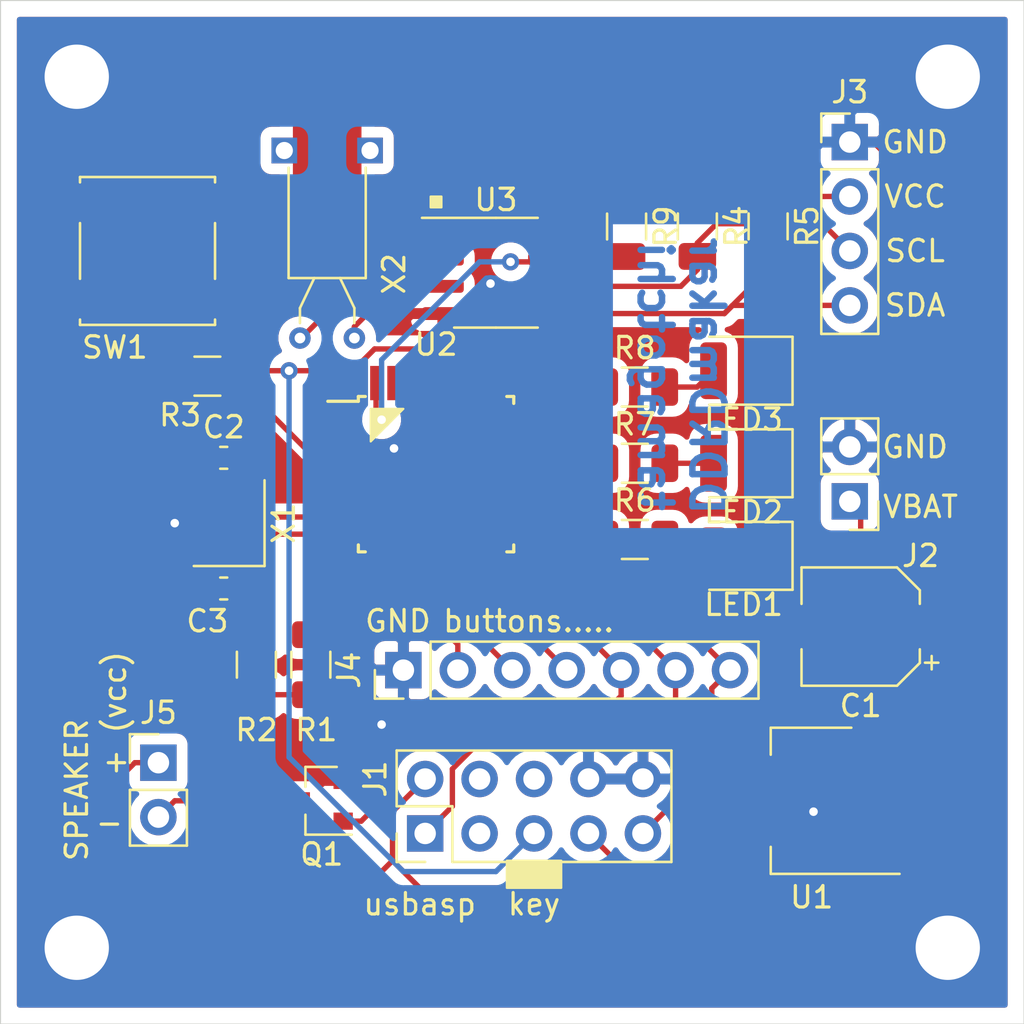
<source format=kicad_pcb>
(kicad_pcb (version 20171130) (host pcbnew 5.1.5-1.fc30)

  (general
    (thickness 1.6)
    (drawings 22)
    (tracks 263)
    (zones 0)
    (modules 27)
    (nets 40)
  )

  (page A4)
  (layers
    (0 F.Cu signal)
    (31 B.Cu signal)
    (32 B.Adhes user)
    (33 F.Adhes user)
    (34 B.Paste user)
    (35 F.Paste user)
    (36 B.SilkS user)
    (37 F.SilkS user)
    (38 B.Mask user)
    (39 F.Mask user)
    (40 Dwgs.User user)
    (41 Cmts.User user)
    (42 Eco1.User user)
    (43 Eco2.User user)
    (44 Edge.Cuts user)
    (45 Margin user)
    (46 B.CrtYd user)
    (47 F.CrtYd user)
    (48 B.Fab user)
    (49 F.Fab user hide)
  )

  (setup
    (last_trace_width 0.25)
    (trace_clearance 0.2)
    (zone_clearance 0.508)
    (zone_45_only no)
    (trace_min 0.2)
    (via_size 0.8)
    (via_drill 0.4)
    (via_min_size 0.4)
    (via_min_drill 0.3)
    (uvia_size 0.3)
    (uvia_drill 0.1)
    (uvias_allowed no)
    (uvia_min_size 0.2)
    (uvia_min_drill 0.1)
    (edge_width 0.05)
    (segment_width 0.2)
    (pcb_text_width 0.3)
    (pcb_text_size 1.5 1.5)
    (mod_edge_width 0.12)
    (mod_text_size 1 1)
    (mod_text_width 0.15)
    (pad_size 1.524 1.524)
    (pad_drill 0.762)
    (pad_to_mask_clearance 0.051)
    (solder_mask_min_width 0.25)
    (aux_axis_origin 0 0)
    (visible_elements FFFFFF7F)
    (pcbplotparams
      (layerselection 0x010fc_ffffffff)
      (usegerberextensions false)
      (usegerberattributes false)
      (usegerberadvancedattributes false)
      (creategerberjobfile false)
      (excludeedgelayer true)
      (linewidth 0.100000)
      (plotframeref false)
      (viasonmask false)
      (mode 1)
      (useauxorigin false)
      (hpglpennumber 1)
      (hpglpenspeed 20)
      (hpglpendiameter 15.000000)
      (psnegative false)
      (psa4output false)
      (plotreference true)
      (plotvalue true)
      (plotinvisibletext false)
      (padsonsilk false)
      (subtractmaskfromsilk false)
      (outputformat 1)
      (mirror false)
      (drillshape 0)
      (scaleselection 1)
      (outputdirectory "out/"))
  )

  (net 0 "")
  (net 1 GND)
  (net 2 VCC)
  (net 3 "Net-(C2-Pad2)")
  (net 4 "Net-(C3-Pad2)")
  (net 5 USBASP_MISO)
  (net 6 USBASP_SCK)
  (net 7 "Net-(J1-Pad6)")
  (net 8 USBASP_NRST)
  (net 9 "Net-(J1-Pad4)")
  (net 10 "Net-(J1-Pad3)")
  (net 11 USBASP_MOSI)
  (net 12 "Net-(J2-Pad1)")
  (net 13 SDA)
  (net 14 SCL)
  (net 15 "Net-(J4-Pad3)")
  (net 16 "Net-(J4-Pad2)")
  (net 17 "Net-(J5-Pad2)")
  (net 18 "Net-(LED1-Pad2)")
  (net 19 "Net-(LED2-Pad2)")
  (net 20 "Net-(LED3-Pad2)")
  (net 21 "Net-(Q1-Pad1)")
  (net 22 "Net-(R1-Pad1)")
  (net 23 led0)
  (net 24 led1)
  (net 25 led2)
  (net 26 RTCINT)
  (net 27 "Net-(U2-Pad31)")
  (net 28 "Net-(U2-Pad30)")
  (net 29 "Net-(U2-Pad26)")
  (net 30 "Net-(U2-Pad22)")
  (net 31 "Net-(U2-Pad19)")
  (net 32 "Net-(U2-Pad11)")
  (net 33 "Net-(U2-Pad9)")
  (net 34 "Net-(U2-Pad2)")
  (net 35 "Net-(U2-Pad1)")
  (net 36 "Net-(U3-Pad3)")
  (net 37 "Net-(U3-Pad2)")
  (net 38 "Net-(U3-Pad1)")
  (net 39 "Net-(J4-Pad4)")

  (net_class Default "This is the default net class."
    (clearance 0.2)
    (trace_width 0.25)
    (via_dia 0.8)
    (via_drill 0.4)
    (uvia_dia 0.3)
    (uvia_drill 0.1)
    (add_net GND)
    (add_net "Net-(C2-Pad2)")
    (add_net "Net-(C3-Pad2)")
    (add_net "Net-(J1-Pad3)")
    (add_net "Net-(J1-Pad4)")
    (add_net "Net-(J1-Pad6)")
    (add_net "Net-(J2-Pad1)")
    (add_net "Net-(J4-Pad2)")
    (add_net "Net-(J4-Pad3)")
    (add_net "Net-(J4-Pad4)")
    (add_net "Net-(J5-Pad2)")
    (add_net "Net-(LED1-Pad2)")
    (add_net "Net-(LED2-Pad2)")
    (add_net "Net-(LED3-Pad2)")
    (add_net "Net-(Q1-Pad1)")
    (add_net "Net-(R1-Pad1)")
    (add_net "Net-(U2-Pad1)")
    (add_net "Net-(U2-Pad11)")
    (add_net "Net-(U2-Pad19)")
    (add_net "Net-(U2-Pad2)")
    (add_net "Net-(U2-Pad22)")
    (add_net "Net-(U2-Pad26)")
    (add_net "Net-(U2-Pad30)")
    (add_net "Net-(U2-Pad31)")
    (add_net "Net-(U2-Pad9)")
    (add_net "Net-(U3-Pad1)")
    (add_net "Net-(U3-Pad2)")
    (add_net "Net-(U3-Pad3)")
    (add_net RTCINT)
    (add_net SCL)
    (add_net SDA)
    (add_net USBASP_MISO)
    (add_net USBASP_MOSI)
    (add_net USBASP_NRST)
    (add_net USBASP_SCK)
    (add_net VCC)
    (add_net led0)
    (add_net led1)
    (add_net led2)
  )

  (module Button_Switch_SMD:SW_SPST_B3S-1000 (layer F.Cu) (tedit 5A02FC95) (tstamp 5E15639F)
    (at 113.792 75.438 180)
    (descr "Surface Mount Tactile Switch for High-Density Packaging")
    (tags "Tactile Switch")
    (path /5E1B7E3B)
    (attr smd)
    (fp_text reference SW1 (at 1.524 -4.5) (layer F.SilkS)
      (effects (font (size 1 1) (thickness 0.15)))
    )
    (fp_text value SW_Push (at 0 4.5) (layer F.Fab)
      (effects (font (size 1 1) (thickness 0.15)))
    )
    (fp_line (start -3 3.3) (end -3 -3.3) (layer F.Fab) (width 0.1))
    (fp_line (start 3 3.3) (end -3 3.3) (layer F.Fab) (width 0.1))
    (fp_line (start 3 -3.3) (end 3 3.3) (layer F.Fab) (width 0.1))
    (fp_line (start -3 -3.3) (end 3 -3.3) (layer F.Fab) (width 0.1))
    (fp_circle (center 0 0) (end 1.65 0) (layer F.Fab) (width 0.1))
    (fp_line (start 3.15 -1.3) (end 3.15 1.3) (layer F.SilkS) (width 0.12))
    (fp_line (start -3.15 3.45) (end -3.15 3.2) (layer F.SilkS) (width 0.12))
    (fp_line (start 3.15 3.45) (end -3.15 3.45) (layer F.SilkS) (width 0.12))
    (fp_line (start 3.15 3.2) (end 3.15 3.45) (layer F.SilkS) (width 0.12))
    (fp_line (start -3.15 1.3) (end -3.15 -1.3) (layer F.SilkS) (width 0.12))
    (fp_line (start 3.15 -3.45) (end 3.15 -3.2) (layer F.SilkS) (width 0.12))
    (fp_line (start -3.15 -3.45) (end 3.15 -3.45) (layer F.SilkS) (width 0.12))
    (fp_line (start -3.15 -3.2) (end -3.15 -3.45) (layer F.SilkS) (width 0.12))
    (fp_line (start -5 -3.7) (end -5 3.7) (layer F.CrtYd) (width 0.05))
    (fp_line (start 5 -3.7) (end -5 -3.7) (layer F.CrtYd) (width 0.05))
    (fp_line (start 5 3.7) (end 5 -3.7) (layer F.CrtYd) (width 0.05))
    (fp_line (start -5 3.7) (end 5 3.7) (layer F.CrtYd) (width 0.05))
    (fp_text user %R (at 0 -4.5) (layer F.Fab)
      (effects (font (size 1 1) (thickness 0.15)))
    )
    (pad 2 smd rect (at 3.975 2.25 180) (size 1.55 1.3) (layers F.Cu F.Paste F.Mask)
      (net 1 GND))
    (pad 2 smd rect (at -3.975 2.25 180) (size 1.55 1.3) (layers F.Cu F.Paste F.Mask)
      (net 1 GND))
    (pad 1 smd rect (at 3.975 -2.25 180) (size 1.55 1.3) (layers F.Cu F.Paste F.Mask)
      (net 8 USBASP_NRST))
    (pad 1 smd rect (at -3.975 -2.25 180) (size 1.55 1.3) (layers F.Cu F.Paste F.Mask)
      (net 8 USBASP_NRST))
    (model ${KISYS3DMOD}/Button_Switch_SMD.3dshapes/SW_SPST_B3S-1000.wrl
      (at (xyz 0 0 0))
      (scale (xyz 1 1 1))
      (rotate (xyz 0 0 0))
    )
  )

  (module Crystal:Crystal_AT310_D3.0mm_L10.0mm_Horizontal_1EP_style2 (layer F.Cu) (tedit 5D20AD5C) (tstamp 5E15643F)
    (at 123.444 79.502 180)
    (descr "Crystal THT AT310 10.0mm-10.5mm length 3.0mm diameter http://www.cinetech.com.tw/upload/2011/04/20110401165201.pdf")
    (tags ['AT310'])
    (path /5E17C279)
    (fp_text reference X2 (at -1.85 3 90) (layer F.SilkS)
      (effects (font (size 1 1) (thickness 0.15)))
    )
    (fp_text value 32768kHz (at 4.39 3 90) (layer F.Fab)
      (effects (font (size 1 1) (thickness 0.15)))
    )
    (fp_line (start 4.2 -0.8) (end -1.6 -0.8) (layer F.CrtYd) (width 0.05))
    (fp_line (start 4.2 14.3) (end 4.2 -0.8) (layer F.CrtYd) (width 0.05))
    (fp_line (start -1.6 14.3) (end 4.2 14.3) (layer F.CrtYd) (width 0.05))
    (fp_line (start -1.6 -0.8) (end -1.6 14.3) (layer F.CrtYd) (width 0.05))
    (fp_line (start 2.54 1.4) (end 2.54 0.7) (layer F.SilkS) (width 0.12))
    (fp_line (start 1.87 2.8) (end 2.54 1.4) (layer F.SilkS) (width 0.12))
    (fp_line (start 0 1.4) (end 0 0.7) (layer F.SilkS) (width 0.12))
    (fp_line (start 0.67 2.8) (end 0 1.4) (layer F.SilkS) (width 0.12))
    (fp_line (start 3.07 2.8) (end 3.07 7.95) (layer F.SilkS) (width 0.12))
    (fp_line (start -0.53 2.8) (end 3.07 2.8) (layer F.SilkS) (width 0.12))
    (fp_line (start -0.53 7.95) (end -0.53 2.8) (layer F.SilkS) (width 0.12))
    (fp_line (start -0.73 8.75) (end 3.27 8.75) (layer F.Fab) (width 0.1))
    (fp_line (start 2.54 1.5) (end 2.54 0) (layer F.Fab) (width 0.1))
    (fp_line (start 1.87 3) (end 2.54 1.5) (layer F.Fab) (width 0.1))
    (fp_line (start 0 1.5) (end 0 0) (layer F.Fab) (width 0.1))
    (fp_line (start 0.67 3) (end 0 1.5) (layer F.Fab) (width 0.1))
    (fp_line (start 2.77 3) (end -0.23 3) (layer F.Fab) (width 0.1))
    (fp_line (start 2.77 13.5) (end 2.77 3) (layer F.Fab) (width 0.1))
    (fp_line (start -0.23 13.5) (end 2.77 13.5) (layer F.Fab) (width 0.1))
    (fp_line (start -0.23 3) (end -0.23 13.5) (layer F.Fab) (width 0.1))
    (fp_text user %R (at 1.5 5.75 90) (layer F.Fab)
      (effects (font (size 1 1) (thickness 0.15)))
    )
    (pad 3 thru_hole rect (at 3.27 8.75 180) (size 1.2 1.2) (drill 0.8) (layers *.Cu *.Mask))
    (pad 3 thru_hole rect (at -0.73 8.75 180) (size 1.2 1.2) (drill 0.8) (layers *.Cu *.Mask))
    (pad 3 smd rect (at 1.27 8.75 180) (size 3.2 10.5) (layers F.Cu F.Paste F.Mask))
    (pad 2 thru_hole circle (at 2.54 0 180) (size 1 1) (drill 0.5) (layers *.Cu *.Mask)
      (net 38 "Net-(U3-Pad1)"))
    (pad 1 thru_hole circle (at 0 0 180) (size 1 1) (drill 0.5) (layers *.Cu *.Mask)
      (net 37 "Net-(U3-Pad2)"))
    (model ${KISYS3DMOD}/Crystal.3dshapes/Crystal_AT310_D3.0mm_L10.0mm_Horizontal_1EP_style2.wrl
      (at (xyz 0 0 0))
      (scale (xyz 1 1 1))
      (rotate (xyz 0 0 0))
    )
  )

  (module Crystal:Crystal_SMD_3225-4Pin_3.2x2.5mm (layer F.Cu) (tedit 5A0FD1B2) (tstamp 5E156421)
    (at 117.602 88.138 90)
    (descr "SMD Crystal SERIES SMD3225/4 http://www.txccrystal.com/images/pdf/7m-accuracy.pdf, 3.2x2.5mm^2 package")
    (tags "SMD SMT crystal")
    (path /5E335B11)
    (attr smd)
    (fp_text reference X1 (at 0 2.54 90) (layer F.SilkS)
      (effects (font (size 1 1) (thickness 0.15)))
    )
    (fp_text value 8MHz (at 0 2.45 90) (layer F.Fab)
      (effects (font (size 1 1) (thickness 0.15)))
    )
    (fp_line (start 2.1 -1.7) (end -2.1 -1.7) (layer F.CrtYd) (width 0.05))
    (fp_line (start 2.1 1.7) (end 2.1 -1.7) (layer F.CrtYd) (width 0.05))
    (fp_line (start -2.1 1.7) (end 2.1 1.7) (layer F.CrtYd) (width 0.05))
    (fp_line (start -2.1 -1.7) (end -2.1 1.7) (layer F.CrtYd) (width 0.05))
    (fp_line (start -2 1.65) (end 2 1.65) (layer F.SilkS) (width 0.12))
    (fp_line (start -2 -1.65) (end -2 1.65) (layer F.SilkS) (width 0.12))
    (fp_line (start -1.6 0.25) (end -0.6 1.25) (layer F.Fab) (width 0.1))
    (fp_line (start 1.6 -1.25) (end -1.6 -1.25) (layer F.Fab) (width 0.1))
    (fp_line (start 1.6 1.25) (end 1.6 -1.25) (layer F.Fab) (width 0.1))
    (fp_line (start -1.6 1.25) (end 1.6 1.25) (layer F.Fab) (width 0.1))
    (fp_line (start -1.6 -1.25) (end -1.6 1.25) (layer F.Fab) (width 0.1))
    (fp_text user %R (at 0 0 90) (layer F.Fab)
      (effects (font (size 0.7 0.7) (thickness 0.105)))
    )
    (pad 4 smd rect (at -1.1 -0.85 90) (size 1.4 1.2) (layers F.Cu F.Paste F.Mask))
    (pad 3 smd rect (at 1.1 -0.85 90) (size 1.4 1.2) (layers F.Cu F.Paste F.Mask))
    (pad 2 smd rect (at 1.1 0.85 90) (size 1.4 1.2) (layers F.Cu F.Paste F.Mask)
      (net 3 "Net-(C2-Pad2)"))
    (pad 1 smd rect (at -1.1 0.85 90) (size 1.4 1.2) (layers F.Cu F.Paste F.Mask)
      (net 4 "Net-(C3-Pad2)"))
    (model ${KISYS3DMOD}/Crystal.3dshapes/Crystal_SMD_3225-4Pin_3.2x2.5mm.wrl
      (at (xyz 0 0 0))
      (scale (xyz 1 1 1))
      (rotate (xyz 0 0 0))
    )
  )

  (module Connector_PinHeader_2.54mm:PinHeader_1x07_P2.54mm_Vertical (layer F.Cu) (tedit 59FED5CC) (tstamp 5E1620FA)
    (at 125.73 94.996 90)
    (descr "Through hole straight pin header, 1x07, 2.54mm pitch, single row")
    (tags "Through hole pin header THT 1x07 2.54mm single row")
    (path /5E37CA66)
    (fp_text reference J4 (at 0 -2.54 90) (layer F.SilkS)
      (effects (font (size 1 1) (thickness 0.15)))
    )
    (fp_text value Conn_01x07 (at 0 17.57 90) (layer F.Fab)
      (effects (font (size 1 1) (thickness 0.15)))
    )
    (fp_text user %R (at 0 7.62) (layer F.Fab)
      (effects (font (size 1 1) (thickness 0.15)))
    )
    (fp_line (start 1.8 -1.8) (end -1.8 -1.8) (layer F.CrtYd) (width 0.05))
    (fp_line (start 1.8 17.05) (end 1.8 -1.8) (layer F.CrtYd) (width 0.05))
    (fp_line (start -1.8 17.05) (end 1.8 17.05) (layer F.CrtYd) (width 0.05))
    (fp_line (start -1.8 -1.8) (end -1.8 17.05) (layer F.CrtYd) (width 0.05))
    (fp_line (start -1.33 -1.33) (end 0 -1.33) (layer F.SilkS) (width 0.12))
    (fp_line (start -1.33 0) (end -1.33 -1.33) (layer F.SilkS) (width 0.12))
    (fp_line (start -1.33 1.27) (end 1.33 1.27) (layer F.SilkS) (width 0.12))
    (fp_line (start 1.33 1.27) (end 1.33 16.57) (layer F.SilkS) (width 0.12))
    (fp_line (start -1.33 1.27) (end -1.33 16.57) (layer F.SilkS) (width 0.12))
    (fp_line (start -1.33 16.57) (end 1.33 16.57) (layer F.SilkS) (width 0.12))
    (fp_line (start -1.27 -0.635) (end -0.635 -1.27) (layer F.Fab) (width 0.1))
    (fp_line (start -1.27 16.51) (end -1.27 -0.635) (layer F.Fab) (width 0.1))
    (fp_line (start 1.27 16.51) (end -1.27 16.51) (layer F.Fab) (width 0.1))
    (fp_line (start 1.27 -1.27) (end 1.27 16.51) (layer F.Fab) (width 0.1))
    (fp_line (start -0.635 -1.27) (end 1.27 -1.27) (layer F.Fab) (width 0.1))
    (pad 7 thru_hole oval (at 0 15.24 90) (size 1.7 1.7) (drill 1) (layers *.Cu *.Mask)
      (net 6 USBASP_SCK))
    (pad 6 thru_hole oval (at 0 12.7 90) (size 1.7 1.7) (drill 1) (layers *.Cu *.Mask)
      (net 5 USBASP_MISO))
    (pad 5 thru_hole oval (at 0 10.16 90) (size 1.7 1.7) (drill 1) (layers *.Cu *.Mask)
      (net 11 USBASP_MOSI))
    (pad 4 thru_hole oval (at 0 7.62 90) (size 1.7 1.7) (drill 1) (layers *.Cu *.Mask)
      (net 39 "Net-(J4-Pad4)"))
    (pad 3 thru_hole oval (at 0 5.08 90) (size 1.7 1.7) (drill 1) (layers *.Cu *.Mask)
      (net 15 "Net-(J4-Pad3)"))
    (pad 2 thru_hole oval (at 0 2.54 90) (size 1.7 1.7) (drill 1) (layers *.Cu *.Mask)
      (net 16 "Net-(J4-Pad2)"))
    (pad 1 thru_hole rect (at 0 0 90) (size 1.7 1.7) (drill 1) (layers *.Cu *.Mask)
      (net 1 GND))
    (model ${KISYS3DMOD}/Connector_PinHeader_2.54mm.3dshapes/PinHeader_1x07_P2.54mm_Vertical.wrl
      (at (xyz 0 0 0))
      (scale (xyz 1 1 1))
      (rotate (xyz 0 0 0))
    )
  )

  (module Package_SO:SOIC-8_3.9x4.9mm_P1.27mm (layer F.Cu) (tedit 5D9F72B1) (tstamp 5E156406)
    (at 130.048 76.454)
    (descr "SOIC, 8 Pin (JEDEC MS-012AA, https://www.analog.com/media/en/package-pcb-resources/package/pkg_pdf/soic_narrow-r/r_8.pdf), generated with kicad-footprint-generator ipc_gullwing_generator.py")
    (tags "SOIC SO")
    (path /5E15E6D4)
    (attr smd)
    (fp_text reference U3 (at 0 -3.4) (layer F.SilkS)
      (effects (font (size 1 1) (thickness 0.15)))
    )
    (fp_text value DS1307Z+ (at 0 3.4) (layer F.Fab)
      (effects (font (size 1 1) (thickness 0.15)))
    )
    (fp_text user %R (at 0 0) (layer F.Fab)
      (effects (font (size 0.98 0.98) (thickness 0.15)))
    )
    (fp_line (start 3.7 -2.7) (end -3.7 -2.7) (layer F.CrtYd) (width 0.05))
    (fp_line (start 3.7 2.7) (end 3.7 -2.7) (layer F.CrtYd) (width 0.05))
    (fp_line (start -3.7 2.7) (end 3.7 2.7) (layer F.CrtYd) (width 0.05))
    (fp_line (start -3.7 -2.7) (end -3.7 2.7) (layer F.CrtYd) (width 0.05))
    (fp_line (start -1.95 -1.475) (end -0.975 -2.45) (layer F.Fab) (width 0.1))
    (fp_line (start -1.95 2.45) (end -1.95 -1.475) (layer F.Fab) (width 0.1))
    (fp_line (start 1.95 2.45) (end -1.95 2.45) (layer F.Fab) (width 0.1))
    (fp_line (start 1.95 -2.45) (end 1.95 2.45) (layer F.Fab) (width 0.1))
    (fp_line (start -0.975 -2.45) (end 1.95 -2.45) (layer F.Fab) (width 0.1))
    (fp_line (start 0 -2.56) (end -3.45 -2.56) (layer F.SilkS) (width 0.12))
    (fp_line (start 0 -2.56) (end 1.95 -2.56) (layer F.SilkS) (width 0.12))
    (fp_line (start 0 2.56) (end -1.95 2.56) (layer F.SilkS) (width 0.12))
    (fp_line (start 0 2.56) (end 1.95 2.56) (layer F.SilkS) (width 0.12))
    (pad 8 smd roundrect (at 2.475 -1.905) (size 1.95 0.6) (layers F.Cu F.Paste F.Mask) (roundrect_rratio 0.25)
      (net 2 VCC))
    (pad 7 smd roundrect (at 2.475 -0.635) (size 1.95 0.6) (layers F.Cu F.Paste F.Mask) (roundrect_rratio 0.25)
      (net 26 RTCINT))
    (pad 6 smd roundrect (at 2.475 0.635) (size 1.95 0.6) (layers F.Cu F.Paste F.Mask) (roundrect_rratio 0.25)
      (net 14 SCL))
    (pad 5 smd roundrect (at 2.475 1.905) (size 1.95 0.6) (layers F.Cu F.Paste F.Mask) (roundrect_rratio 0.25)
      (net 13 SDA))
    (pad 4 smd roundrect (at -2.475 1.905) (size 1.95 0.6) (layers F.Cu F.Paste F.Mask) (roundrect_rratio 0.25)
      (net 1 GND))
    (pad 3 smd roundrect (at -2.475 0.635) (size 1.95 0.6) (layers F.Cu F.Paste F.Mask) (roundrect_rratio 0.25)
      (net 36 "Net-(U3-Pad3)"))
    (pad 2 smd roundrect (at -2.475 -0.635) (size 1.95 0.6) (layers F.Cu F.Paste F.Mask) (roundrect_rratio 0.25)
      (net 37 "Net-(U3-Pad2)"))
    (pad 1 smd roundrect (at -2.475 -1.905) (size 1.95 0.6) (layers F.Cu F.Paste F.Mask) (roundrect_rratio 0.25)
      (net 38 "Net-(U3-Pad1)"))
    (model ${KISYS3DMOD}/Package_SO.3dshapes/SOIC-8_3.9x4.9mm_P1.27mm.wrl
      (at (xyz 0 0 0))
      (scale (xyz 1 1 1))
      (rotate (xyz 0 0 0))
    )
  )

  (module Package_QFP:TQFP-32_7x7mm_P0.8mm (layer F.Cu) (tedit 5A02F146) (tstamp 5E1563EC)
    (at 127.254 85.852)
    (descr "32-Lead Plastic Thin Quad Flatpack (PT) - 7x7x1.0 mm Body, 2.00 mm [TQFP] (see Microchip Packaging Specification 00000049BS.pdf)")
    (tags "QFP 0.8")
    (path /5E152D68)
    (attr smd)
    (fp_text reference U2 (at 0 -6.05) (layer F.SilkS)
      (effects (font (size 1 1) (thickness 0.15)))
    )
    (fp_text value ATmega328-AU (at 0 6.05) (layer F.Fab)
      (effects (font (size 1 1) (thickness 0.15)))
    )
    (fp_line (start -3.625 -3.4) (end -5.05 -3.4) (layer F.SilkS) (width 0.15))
    (fp_line (start 3.625 -3.625) (end 3.3 -3.625) (layer F.SilkS) (width 0.15))
    (fp_line (start 3.625 3.625) (end 3.3 3.625) (layer F.SilkS) (width 0.15))
    (fp_line (start -3.625 3.625) (end -3.3 3.625) (layer F.SilkS) (width 0.15))
    (fp_line (start -3.625 -3.625) (end -3.3 -3.625) (layer F.SilkS) (width 0.15))
    (fp_line (start -3.625 3.625) (end -3.625 3.3) (layer F.SilkS) (width 0.15))
    (fp_line (start 3.625 3.625) (end 3.625 3.3) (layer F.SilkS) (width 0.15))
    (fp_line (start 3.625 -3.625) (end 3.625 -3.3) (layer F.SilkS) (width 0.15))
    (fp_line (start -3.625 -3.625) (end -3.625 -3.4) (layer F.SilkS) (width 0.15))
    (fp_line (start -5.3 5.3) (end 5.3 5.3) (layer F.CrtYd) (width 0.05))
    (fp_line (start -5.3 -5.3) (end 5.3 -5.3) (layer F.CrtYd) (width 0.05))
    (fp_line (start 5.3 -5.3) (end 5.3 5.3) (layer F.CrtYd) (width 0.05))
    (fp_line (start -5.3 -5.3) (end -5.3 5.3) (layer F.CrtYd) (width 0.05))
    (fp_line (start -3.5 -2.5) (end -2.5 -3.5) (layer F.Fab) (width 0.15))
    (fp_line (start -3.5 3.5) (end -3.5 -2.5) (layer F.Fab) (width 0.15))
    (fp_line (start 3.5 3.5) (end -3.5 3.5) (layer F.Fab) (width 0.15))
    (fp_line (start 3.5 -3.5) (end 3.5 3.5) (layer F.Fab) (width 0.15))
    (fp_line (start -2.5 -3.5) (end 3.5 -3.5) (layer F.Fab) (width 0.15))
    (fp_text user %R (at 0 0) (layer F.Fab)
      (effects (font (size 1 1) (thickness 0.15)))
    )
    (pad 32 smd rect (at -2.8 -4.25 90) (size 1.6 0.55) (layers F.Cu F.Paste F.Mask)
      (net 26 RTCINT))
    (pad 31 smd rect (at -2 -4.25 90) (size 1.6 0.55) (layers F.Cu F.Paste F.Mask)
      (net 27 "Net-(U2-Pad31)"))
    (pad 30 smd rect (at -1.2 -4.25 90) (size 1.6 0.55) (layers F.Cu F.Paste F.Mask)
      (net 28 "Net-(U2-Pad30)"))
    (pad 29 smd rect (at -0.4 -4.25 90) (size 1.6 0.55) (layers F.Cu F.Paste F.Mask)
      (net 8 USBASP_NRST))
    (pad 28 smd rect (at 0.4 -4.25 90) (size 1.6 0.55) (layers F.Cu F.Paste F.Mask)
      (net 14 SCL))
    (pad 27 smd rect (at 1.2 -4.25 90) (size 1.6 0.55) (layers F.Cu F.Paste F.Mask)
      (net 13 SDA))
    (pad 26 smd rect (at 2 -4.25 90) (size 1.6 0.55) (layers F.Cu F.Paste F.Mask)
      (net 29 "Net-(U2-Pad26)"))
    (pad 25 smd rect (at 2.8 -4.25 90) (size 1.6 0.55) (layers F.Cu F.Paste F.Mask)
      (net 25 led2))
    (pad 24 smd rect (at 4.25 -2.8) (size 1.6 0.55) (layers F.Cu F.Paste F.Mask)
      (net 24 led1))
    (pad 23 smd rect (at 4.25 -2) (size 1.6 0.55) (layers F.Cu F.Paste F.Mask)
      (net 23 led0))
    (pad 22 smd rect (at 4.25 -1.2) (size 1.6 0.55) (layers F.Cu F.Paste F.Mask)
      (net 30 "Net-(U2-Pad22)"))
    (pad 21 smd rect (at 4.25 -0.4) (size 1.6 0.55) (layers F.Cu F.Paste F.Mask)
      (net 1 GND))
    (pad 20 smd rect (at 4.25 0.4) (size 1.6 0.55) (layers F.Cu F.Paste F.Mask)
      (net 2 VCC))
    (pad 19 smd rect (at 4.25 1.2) (size 1.6 0.55) (layers F.Cu F.Paste F.Mask)
      (net 31 "Net-(U2-Pad19)"))
    (pad 18 smd rect (at 4.25 2) (size 1.6 0.55) (layers F.Cu F.Paste F.Mask)
      (net 2 VCC))
    (pad 17 smd rect (at 4.25 2.8) (size 1.6 0.55) (layers F.Cu F.Paste F.Mask)
      (net 6 USBASP_SCK))
    (pad 16 smd rect (at 2.8 4.25 90) (size 1.6 0.55) (layers F.Cu F.Paste F.Mask)
      (net 5 USBASP_MISO))
    (pad 15 smd rect (at 2 4.25 90) (size 1.6 0.55) (layers F.Cu F.Paste F.Mask)
      (net 11 USBASP_MOSI))
    (pad 14 smd rect (at 1.2 4.25 90) (size 1.6 0.55) (layers F.Cu F.Paste F.Mask)
      (net 39 "Net-(J4-Pad4)"))
    (pad 13 smd rect (at 0.4 4.25 90) (size 1.6 0.55) (layers F.Cu F.Paste F.Mask)
      (net 15 "Net-(J4-Pad3)"))
    (pad 12 smd rect (at -0.4 4.25 90) (size 1.6 0.55) (layers F.Cu F.Paste F.Mask)
      (net 16 "Net-(J4-Pad2)"))
    (pad 11 smd rect (at -1.2 4.25 90) (size 1.6 0.55) (layers F.Cu F.Paste F.Mask)
      (net 32 "Net-(U2-Pad11)"))
    (pad 10 smd rect (at -2 4.25 90) (size 1.6 0.55) (layers F.Cu F.Paste F.Mask)
      (net 22 "Net-(R1-Pad1)"))
    (pad 9 smd rect (at -2.8 4.25 90) (size 1.6 0.55) (layers F.Cu F.Paste F.Mask)
      (net 33 "Net-(U2-Pad9)"))
    (pad 8 smd rect (at -4.25 2.8) (size 1.6 0.55) (layers F.Cu F.Paste F.Mask)
      (net 4 "Net-(C3-Pad2)"))
    (pad 7 smd rect (at -4.25 2) (size 1.6 0.55) (layers F.Cu F.Paste F.Mask)
      (net 3 "Net-(C2-Pad2)"))
    (pad 6 smd rect (at -4.25 1.2) (size 1.6 0.55) (layers F.Cu F.Paste F.Mask)
      (net 2 VCC))
    (pad 5 smd rect (at -4.25 0.4) (size 1.6 0.55) (layers F.Cu F.Paste F.Mask)
      (net 1 GND))
    (pad 4 smd rect (at -4.25 -0.4) (size 1.6 0.55) (layers F.Cu F.Paste F.Mask)
      (net 2 VCC))
    (pad 3 smd rect (at -4.25 -1.2) (size 1.6 0.55) (layers F.Cu F.Paste F.Mask)
      (net 1 GND))
    (pad 2 smd rect (at -4.25 -2) (size 1.6 0.55) (layers F.Cu F.Paste F.Mask)
      (net 34 "Net-(U2-Pad2)"))
    (pad 1 smd rect (at -4.25 -2.8) (size 1.6 0.55) (layers F.Cu F.Paste F.Mask)
      (net 35 "Net-(U2-Pad1)"))
    (model ${KISYS3DMOD}/Package_QFP.3dshapes/TQFP-32_7x7mm_P0.8mm.wrl
      (at (xyz 0 0 0))
      (scale (xyz 1 1 1))
      (rotate (xyz 0 0 0))
    )
  )

  (module Package_TO_SOT_SMD:SOT-223-3_TabPin2 (layer F.Cu) (tedit 5A02FF57) (tstamp 5E1563B5)
    (at 144.78 101.092 180)
    (descr "module CMS SOT223 4 pins")
    (tags "CMS SOT")
    (path /5E25DF82)
    (attr smd)
    (fp_text reference U1 (at 0 -4.5) (layer F.SilkS)
      (effects (font (size 1 1) (thickness 0.15)))
    )
    (fp_text value AMS1117 (at 0 4.5) (layer F.Fab)
      (effects (font (size 1 1) (thickness 0.15)))
    )
    (fp_line (start 1.85 -3.35) (end 1.85 3.35) (layer F.Fab) (width 0.1))
    (fp_line (start -1.85 3.35) (end 1.85 3.35) (layer F.Fab) (width 0.1))
    (fp_line (start -4.1 -3.41) (end 1.91 -3.41) (layer F.SilkS) (width 0.12))
    (fp_line (start -0.85 -3.35) (end 1.85 -3.35) (layer F.Fab) (width 0.1))
    (fp_line (start -1.85 3.41) (end 1.91 3.41) (layer F.SilkS) (width 0.12))
    (fp_line (start -1.85 -2.35) (end -1.85 3.35) (layer F.Fab) (width 0.1))
    (fp_line (start -1.85 -2.35) (end -0.85 -3.35) (layer F.Fab) (width 0.1))
    (fp_line (start -4.4 -3.6) (end -4.4 3.6) (layer F.CrtYd) (width 0.05))
    (fp_line (start -4.4 3.6) (end 4.4 3.6) (layer F.CrtYd) (width 0.05))
    (fp_line (start 4.4 3.6) (end 4.4 -3.6) (layer F.CrtYd) (width 0.05))
    (fp_line (start 4.4 -3.6) (end -4.4 -3.6) (layer F.CrtYd) (width 0.05))
    (fp_line (start 1.91 -3.41) (end 1.91 -2.15) (layer F.SilkS) (width 0.12))
    (fp_line (start 1.91 3.41) (end 1.91 2.15) (layer F.SilkS) (width 0.12))
    (fp_text user %R (at 0 0 90) (layer F.Fab)
      (effects (font (size 0.8 0.8) (thickness 0.12)))
    )
    (pad 1 smd rect (at -3.15 -2.3 180) (size 2 1.5) (layers F.Cu F.Paste F.Mask)
      (net 1 GND))
    (pad 3 smd rect (at -3.15 2.3 180) (size 2 1.5) (layers F.Cu F.Paste F.Mask)
      (net 12 "Net-(J2-Pad1)"))
    (pad 2 smd rect (at -3.15 0 180) (size 2 1.5) (layers F.Cu F.Paste F.Mask)
      (net 2 VCC))
    (pad 2 smd rect (at 3.15 0 180) (size 2 3.8) (layers F.Cu F.Paste F.Mask)
      (net 2 VCC))
    (model ${KISYS3DMOD}/Package_TO_SOT_SMD.3dshapes/SOT-223.wrl
      (at (xyz 0 0 0))
      (scale (xyz 1 1 1))
      (rotate (xyz 0 0 0))
    )
  )

  (module Resistor_SMD:R_1206_3216Metric (layer F.Cu) (tedit 5B301BBD) (tstamp 5E156385)
    (at 136.144 74.298 270)
    (descr "Resistor SMD 1206 (3216 Metric), square (rectangular) end terminal, IPC_7351 nominal, (Body size source: http://www.tortai-tech.com/upload/download/2011102023233369053.pdf), generated with kicad-footprint-generator")
    (tags resistor)
    (path /5E16BA0D)
    (attr smd)
    (fp_text reference R9 (at 0 -1.82 90) (layer F.SilkS)
      (effects (font (size 1 1) (thickness 0.15)))
    )
    (fp_text value 10k (at 0 1.82 90) (layer F.Fab)
      (effects (font (size 1 1) (thickness 0.15)))
    )
    (fp_text user %R (at 0 0 90) (layer F.Fab)
      (effects (font (size 0.8 0.8) (thickness 0.12)))
    )
    (fp_line (start 2.28 1.12) (end -2.28 1.12) (layer F.CrtYd) (width 0.05))
    (fp_line (start 2.28 -1.12) (end 2.28 1.12) (layer F.CrtYd) (width 0.05))
    (fp_line (start -2.28 -1.12) (end 2.28 -1.12) (layer F.CrtYd) (width 0.05))
    (fp_line (start -2.28 1.12) (end -2.28 -1.12) (layer F.CrtYd) (width 0.05))
    (fp_line (start -0.602064 0.91) (end 0.602064 0.91) (layer F.SilkS) (width 0.12))
    (fp_line (start -0.602064 -0.91) (end 0.602064 -0.91) (layer F.SilkS) (width 0.12))
    (fp_line (start 1.6 0.8) (end -1.6 0.8) (layer F.Fab) (width 0.1))
    (fp_line (start 1.6 -0.8) (end 1.6 0.8) (layer F.Fab) (width 0.1))
    (fp_line (start -1.6 -0.8) (end 1.6 -0.8) (layer F.Fab) (width 0.1))
    (fp_line (start -1.6 0.8) (end -1.6 -0.8) (layer F.Fab) (width 0.1))
    (pad 2 smd roundrect (at 1.4 0 270) (size 1.25 1.75) (layers F.Cu F.Paste F.Mask) (roundrect_rratio 0.2)
      (net 26 RTCINT))
    (pad 1 smd roundrect (at -1.4 0 270) (size 1.25 1.75) (layers F.Cu F.Paste F.Mask) (roundrect_rratio 0.2)
      (net 2 VCC))
    (model ${KISYS3DMOD}/Resistor_SMD.3dshapes/R_1206_3216Metric.wrl
      (at (xyz 0 0 0))
      (scale (xyz 1 1 1))
      (rotate (xyz 0 0 0))
    )
  )

  (module Resistor_SMD:R_1206_3216Metric (layer F.Cu) (tedit 5B301BBD) (tstamp 5E156374)
    (at 136.522 81.788)
    (descr "Resistor SMD 1206 (3216 Metric), square (rectangular) end terminal, IPC_7351 nominal, (Body size source: http://www.tortai-tech.com/upload/download/2011102023233369053.pdf), generated with kicad-footprint-generator")
    (tags resistor)
    (path /5E1AD24C)
    (attr smd)
    (fp_text reference R8 (at 0 -1.82) (layer F.SilkS)
      (effects (font (size 1 1) (thickness 0.15)))
    )
    (fp_text value 10k (at 0 1.82) (layer F.Fab)
      (effects (font (size 1 1) (thickness 0.15)))
    )
    (fp_text user %R (at 0 0) (layer F.Fab)
      (effects (font (size 0.8 0.8) (thickness 0.12)))
    )
    (fp_line (start 2.28 1.12) (end -2.28 1.12) (layer F.CrtYd) (width 0.05))
    (fp_line (start 2.28 -1.12) (end 2.28 1.12) (layer F.CrtYd) (width 0.05))
    (fp_line (start -2.28 -1.12) (end 2.28 -1.12) (layer F.CrtYd) (width 0.05))
    (fp_line (start -2.28 1.12) (end -2.28 -1.12) (layer F.CrtYd) (width 0.05))
    (fp_line (start -0.602064 0.91) (end 0.602064 0.91) (layer F.SilkS) (width 0.12))
    (fp_line (start -0.602064 -0.91) (end 0.602064 -0.91) (layer F.SilkS) (width 0.12))
    (fp_line (start 1.6 0.8) (end -1.6 0.8) (layer F.Fab) (width 0.1))
    (fp_line (start 1.6 -0.8) (end 1.6 0.8) (layer F.Fab) (width 0.1))
    (fp_line (start -1.6 -0.8) (end 1.6 -0.8) (layer F.Fab) (width 0.1))
    (fp_line (start -1.6 0.8) (end -1.6 -0.8) (layer F.Fab) (width 0.1))
    (pad 2 smd roundrect (at 1.4 0) (size 1.25 1.75) (layers F.Cu F.Paste F.Mask) (roundrect_rratio 0.2)
      (net 20 "Net-(LED3-Pad2)"))
    (pad 1 smd roundrect (at -1.4 0) (size 1.25 1.75) (layers F.Cu F.Paste F.Mask) (roundrect_rratio 0.2)
      (net 25 led2))
    (model ${KISYS3DMOD}/Resistor_SMD.3dshapes/R_1206_3216Metric.wrl
      (at (xyz 0 0 0))
      (scale (xyz 1 1 1))
      (rotate (xyz 0 0 0))
    )
  )

  (module Resistor_SMD:R_1206_3216Metric (layer F.Cu) (tedit 5B301BBD) (tstamp 5E156363)
    (at 136.528 85.344)
    (descr "Resistor SMD 1206 (3216 Metric), square (rectangular) end terminal, IPC_7351 nominal, (Body size source: http://www.tortai-tech.com/upload/download/2011102023233369053.pdf), generated with kicad-footprint-generator")
    (tags resistor)
    (path /5E1ACC68)
    (attr smd)
    (fp_text reference R7 (at 0 -1.82) (layer F.SilkS)
      (effects (font (size 1 1) (thickness 0.15)))
    )
    (fp_text value 10k (at 0 1.82) (layer F.Fab)
      (effects (font (size 1 1) (thickness 0.15)))
    )
    (fp_text user %R (at 0 0) (layer F.Fab)
      (effects (font (size 0.8 0.8) (thickness 0.12)))
    )
    (fp_line (start 2.28 1.12) (end -2.28 1.12) (layer F.CrtYd) (width 0.05))
    (fp_line (start 2.28 -1.12) (end 2.28 1.12) (layer F.CrtYd) (width 0.05))
    (fp_line (start -2.28 -1.12) (end 2.28 -1.12) (layer F.CrtYd) (width 0.05))
    (fp_line (start -2.28 1.12) (end -2.28 -1.12) (layer F.CrtYd) (width 0.05))
    (fp_line (start -0.602064 0.91) (end 0.602064 0.91) (layer F.SilkS) (width 0.12))
    (fp_line (start -0.602064 -0.91) (end 0.602064 -0.91) (layer F.SilkS) (width 0.12))
    (fp_line (start 1.6 0.8) (end -1.6 0.8) (layer F.Fab) (width 0.1))
    (fp_line (start 1.6 -0.8) (end 1.6 0.8) (layer F.Fab) (width 0.1))
    (fp_line (start -1.6 -0.8) (end 1.6 -0.8) (layer F.Fab) (width 0.1))
    (fp_line (start -1.6 0.8) (end -1.6 -0.8) (layer F.Fab) (width 0.1))
    (pad 2 smd roundrect (at 1.4 0) (size 1.25 1.75) (layers F.Cu F.Paste F.Mask) (roundrect_rratio 0.2)
      (net 19 "Net-(LED2-Pad2)"))
    (pad 1 smd roundrect (at -1.4 0) (size 1.25 1.75) (layers F.Cu F.Paste F.Mask) (roundrect_rratio 0.2)
      (net 24 led1))
    (model ${KISYS3DMOD}/Resistor_SMD.3dshapes/R_1206_3216Metric.wrl
      (at (xyz 0 0 0))
      (scale (xyz 1 1 1))
      (rotate (xyz 0 0 0))
    )
  )

  (module Resistor_SMD:R_1206_3216Metric (layer F.Cu) (tedit 5B301BBD) (tstamp 5E156352)
    (at 136.528 88.9)
    (descr "Resistor SMD 1206 (3216 Metric), square (rectangular) end terminal, IPC_7351 nominal, (Body size source: http://www.tortai-tech.com/upload/download/2011102023233369053.pdf), generated with kicad-footprint-generator")
    (tags resistor)
    (path /5E1AC47C)
    (attr smd)
    (fp_text reference R6 (at 0 -1.82) (layer F.SilkS)
      (effects (font (size 1 1) (thickness 0.15)))
    )
    (fp_text value 10k (at 0 1.82) (layer F.Fab)
      (effects (font (size 1 1) (thickness 0.15)))
    )
    (fp_text user %R (at 0 0) (layer F.Fab)
      (effects (font (size 0.8 0.8) (thickness 0.12)))
    )
    (fp_line (start 2.28 1.12) (end -2.28 1.12) (layer F.CrtYd) (width 0.05))
    (fp_line (start 2.28 -1.12) (end 2.28 1.12) (layer F.CrtYd) (width 0.05))
    (fp_line (start -2.28 -1.12) (end 2.28 -1.12) (layer F.CrtYd) (width 0.05))
    (fp_line (start -2.28 1.12) (end -2.28 -1.12) (layer F.CrtYd) (width 0.05))
    (fp_line (start -0.602064 0.91) (end 0.602064 0.91) (layer F.SilkS) (width 0.12))
    (fp_line (start -0.602064 -0.91) (end 0.602064 -0.91) (layer F.SilkS) (width 0.12))
    (fp_line (start 1.6 0.8) (end -1.6 0.8) (layer F.Fab) (width 0.1))
    (fp_line (start 1.6 -0.8) (end 1.6 0.8) (layer F.Fab) (width 0.1))
    (fp_line (start -1.6 -0.8) (end 1.6 -0.8) (layer F.Fab) (width 0.1))
    (fp_line (start -1.6 0.8) (end -1.6 -0.8) (layer F.Fab) (width 0.1))
    (pad 2 smd roundrect (at 1.4 0) (size 1.25 1.75) (layers F.Cu F.Paste F.Mask) (roundrect_rratio 0.2)
      (net 18 "Net-(LED1-Pad2)"))
    (pad 1 smd roundrect (at -1.4 0) (size 1.25 1.75) (layers F.Cu F.Paste F.Mask) (roundrect_rratio 0.2)
      (net 23 led0))
    (model ${KISYS3DMOD}/Resistor_SMD.3dshapes/R_1206_3216Metric.wrl
      (at (xyz 0 0 0))
      (scale (xyz 1 1 1))
      (rotate (xyz 0 0 0))
    )
  )

  (module Resistor_SMD:R_1206_3216Metric (layer F.Cu) (tedit 5B301BBD) (tstamp 5E156341)
    (at 142.748 74.292 270)
    (descr "Resistor SMD 1206 (3216 Metric), square (rectangular) end terminal, IPC_7351 nominal, (Body size source: http://www.tortai-tech.com/upload/download/2011102023233369053.pdf), generated with kicad-footprint-generator")
    (tags resistor)
    (path /5E16F910)
    (attr smd)
    (fp_text reference R5 (at 0 -1.82 90) (layer F.SilkS)
      (effects (font (size 1 1) (thickness 0.15)))
    )
    (fp_text value 10k (at 0 1.82 90) (layer F.Fab)
      (effects (font (size 1 1) (thickness 0.15)))
    )
    (fp_text user %R (at 0 0 90) (layer F.Fab)
      (effects (font (size 0.8 0.8) (thickness 0.12)))
    )
    (fp_line (start 2.28 1.12) (end -2.28 1.12) (layer F.CrtYd) (width 0.05))
    (fp_line (start 2.28 -1.12) (end 2.28 1.12) (layer F.CrtYd) (width 0.05))
    (fp_line (start -2.28 -1.12) (end 2.28 -1.12) (layer F.CrtYd) (width 0.05))
    (fp_line (start -2.28 1.12) (end -2.28 -1.12) (layer F.CrtYd) (width 0.05))
    (fp_line (start -0.602064 0.91) (end 0.602064 0.91) (layer F.SilkS) (width 0.12))
    (fp_line (start -0.602064 -0.91) (end 0.602064 -0.91) (layer F.SilkS) (width 0.12))
    (fp_line (start 1.6 0.8) (end -1.6 0.8) (layer F.Fab) (width 0.1))
    (fp_line (start 1.6 -0.8) (end 1.6 0.8) (layer F.Fab) (width 0.1))
    (fp_line (start -1.6 -0.8) (end 1.6 -0.8) (layer F.Fab) (width 0.1))
    (fp_line (start -1.6 0.8) (end -1.6 -0.8) (layer F.Fab) (width 0.1))
    (pad 2 smd roundrect (at 1.4 0 270) (size 1.25 1.75) (layers F.Cu F.Paste F.Mask) (roundrect_rratio 0.2)
      (net 13 SDA))
    (pad 1 smd roundrect (at -1.4 0 270) (size 1.25 1.75) (layers F.Cu F.Paste F.Mask) (roundrect_rratio 0.2)
      (net 2 VCC))
    (model ${KISYS3DMOD}/Resistor_SMD.3dshapes/R_1206_3216Metric.wrl
      (at (xyz 0 0 0))
      (scale (xyz 1 1 1))
      (rotate (xyz 0 0 0))
    )
  )

  (module Resistor_SMD:R_1206_3216Metric (layer F.Cu) (tedit 5B301BBD) (tstamp 5E156330)
    (at 139.446 74.292 270)
    (descr "Resistor SMD 1206 (3216 Metric), square (rectangular) end terminal, IPC_7351 nominal, (Body size source: http://www.tortai-tech.com/upload/download/2011102023233369053.pdf), generated with kicad-footprint-generator")
    (tags resistor)
    (path /5E16F5B1)
    (attr smd)
    (fp_text reference R4 (at 0 -1.82 90) (layer F.SilkS)
      (effects (font (size 1 1) (thickness 0.15)))
    )
    (fp_text value 10k (at 0 1.82 90) (layer F.Fab)
      (effects (font (size 1 1) (thickness 0.15)))
    )
    (fp_text user %R (at 0 0 90) (layer F.Fab)
      (effects (font (size 0.8 0.8) (thickness 0.12)))
    )
    (fp_line (start 2.28 1.12) (end -2.28 1.12) (layer F.CrtYd) (width 0.05))
    (fp_line (start 2.28 -1.12) (end 2.28 1.12) (layer F.CrtYd) (width 0.05))
    (fp_line (start -2.28 -1.12) (end 2.28 -1.12) (layer F.CrtYd) (width 0.05))
    (fp_line (start -2.28 1.12) (end -2.28 -1.12) (layer F.CrtYd) (width 0.05))
    (fp_line (start -0.602064 0.91) (end 0.602064 0.91) (layer F.SilkS) (width 0.12))
    (fp_line (start -0.602064 -0.91) (end 0.602064 -0.91) (layer F.SilkS) (width 0.12))
    (fp_line (start 1.6 0.8) (end -1.6 0.8) (layer F.Fab) (width 0.1))
    (fp_line (start 1.6 -0.8) (end 1.6 0.8) (layer F.Fab) (width 0.1))
    (fp_line (start -1.6 -0.8) (end 1.6 -0.8) (layer F.Fab) (width 0.1))
    (fp_line (start -1.6 0.8) (end -1.6 -0.8) (layer F.Fab) (width 0.1))
    (pad 2 smd roundrect (at 1.4 0 270) (size 1.25 1.75) (layers F.Cu F.Paste F.Mask) (roundrect_rratio 0.2)
      (net 14 SCL))
    (pad 1 smd roundrect (at -1.4 0 270) (size 1.25 1.75) (layers F.Cu F.Paste F.Mask) (roundrect_rratio 0.2)
      (net 2 VCC))
    (model ${KISYS3DMOD}/Resistor_SMD.3dshapes/R_1206_3216Metric.wrl
      (at (xyz 0 0 0))
      (scale (xyz 1 1 1))
      (rotate (xyz 0 0 0))
    )
  )

  (module Resistor_SMD:R_1206_3216Metric (layer F.Cu) (tedit 5B301BBD) (tstamp 5E15E8D0)
    (at 116.586 81.28 180)
    (descr "Resistor SMD 1206 (3216 Metric), square (rectangular) end terminal, IPC_7351 nominal, (Body size source: http://www.tortai-tech.com/upload/download/2011102023233369053.pdf), generated with kicad-footprint-generator")
    (tags resistor)
    (path /5E185432)
    (attr smd)
    (fp_text reference R3 (at 1.27 -1.82) (layer F.SilkS)
      (effects (font (size 1 1) (thickness 0.15)))
    )
    (fp_text value 10k (at 0 1.82) (layer F.Fab)
      (effects (font (size 1 1) (thickness 0.15)))
    )
    (fp_text user %R (at 0 0) (layer F.Fab)
      (effects (font (size 0.8 0.8) (thickness 0.12)))
    )
    (fp_line (start 2.28 1.12) (end -2.28 1.12) (layer F.CrtYd) (width 0.05))
    (fp_line (start 2.28 -1.12) (end 2.28 1.12) (layer F.CrtYd) (width 0.05))
    (fp_line (start -2.28 -1.12) (end 2.28 -1.12) (layer F.CrtYd) (width 0.05))
    (fp_line (start -2.28 1.12) (end -2.28 -1.12) (layer F.CrtYd) (width 0.05))
    (fp_line (start -0.602064 0.91) (end 0.602064 0.91) (layer F.SilkS) (width 0.12))
    (fp_line (start -0.602064 -0.91) (end 0.602064 -0.91) (layer F.SilkS) (width 0.12))
    (fp_line (start 1.6 0.8) (end -1.6 0.8) (layer F.Fab) (width 0.1))
    (fp_line (start 1.6 -0.8) (end 1.6 0.8) (layer F.Fab) (width 0.1))
    (fp_line (start -1.6 -0.8) (end 1.6 -0.8) (layer F.Fab) (width 0.1))
    (fp_line (start -1.6 0.8) (end -1.6 -0.8) (layer F.Fab) (width 0.1))
    (pad 2 smd roundrect (at 1.4 0 180) (size 1.25 1.75) (layers F.Cu F.Paste F.Mask) (roundrect_rratio 0.2)
      (net 2 VCC))
    (pad 1 smd roundrect (at -1.4 0 180) (size 1.25 1.75) (layers F.Cu F.Paste F.Mask) (roundrect_rratio 0.2)
      (net 8 USBASP_NRST))
    (model ${KISYS3DMOD}/Resistor_SMD.3dshapes/R_1206_3216Metric.wrl
      (at (xyz 0 0 0))
      (scale (xyz 1 1 1))
      (rotate (xyz 0 0 0))
    )
  )

  (module Resistor_SMD:R_1206_3216Metric (layer F.Cu) (tedit 5B301BBD) (tstamp 5E15630E)
    (at 118.872 94.742 90)
    (descr "Resistor SMD 1206 (3216 Metric), square (rectangular) end terminal, IPC_7351 nominal, (Body size source: http://www.tortai-tech.com/upload/download/2011102023233369053.pdf), generated with kicad-footprint-generator")
    (tags resistor)
    (path /5E24AA5B)
    (attr smd)
    (fp_text reference R2 (at -3.048 0 180) (layer F.SilkS)
      (effects (font (size 1 1) (thickness 0.15)))
    )
    (fp_text value 10k (at 0 1.82 90) (layer F.Fab)
      (effects (font (size 1 1) (thickness 0.15)))
    )
    (fp_text user %R (at 0 0 90) (layer F.Fab)
      (effects (font (size 0.8 0.8) (thickness 0.12)))
    )
    (fp_line (start 2.28 1.12) (end -2.28 1.12) (layer F.CrtYd) (width 0.05))
    (fp_line (start 2.28 -1.12) (end 2.28 1.12) (layer F.CrtYd) (width 0.05))
    (fp_line (start -2.28 -1.12) (end 2.28 -1.12) (layer F.CrtYd) (width 0.05))
    (fp_line (start -2.28 1.12) (end -2.28 -1.12) (layer F.CrtYd) (width 0.05))
    (fp_line (start -0.602064 0.91) (end 0.602064 0.91) (layer F.SilkS) (width 0.12))
    (fp_line (start -0.602064 -0.91) (end 0.602064 -0.91) (layer F.SilkS) (width 0.12))
    (fp_line (start 1.6 0.8) (end -1.6 0.8) (layer F.Fab) (width 0.1))
    (fp_line (start 1.6 -0.8) (end 1.6 0.8) (layer F.Fab) (width 0.1))
    (fp_line (start -1.6 -0.8) (end 1.6 -0.8) (layer F.Fab) (width 0.1))
    (fp_line (start -1.6 0.8) (end -1.6 -0.8) (layer F.Fab) (width 0.1))
    (pad 2 smd roundrect (at 1.4 0 90) (size 1.25 1.75) (layers F.Cu F.Paste F.Mask) (roundrect_rratio 0.2)
      (net 1 GND))
    (pad 1 smd roundrect (at -1.4 0 90) (size 1.25 1.75) (layers F.Cu F.Paste F.Mask) (roundrect_rratio 0.2)
      (net 21 "Net-(Q1-Pad1)"))
    (model ${KISYS3DMOD}/Resistor_SMD.3dshapes/R_1206_3216Metric.wrl
      (at (xyz 0 0 0))
      (scale (xyz 1 1 1))
      (rotate (xyz 0 0 0))
    )
  )

  (module Resistor_SMD:R_1206_3216Metric (layer F.Cu) (tedit 5B301BBD) (tstamp 5E1562FD)
    (at 121.412 94.742 270)
    (descr "Resistor SMD 1206 (3216 Metric), square (rectangular) end terminal, IPC_7351 nominal, (Body size source: http://www.tortai-tech.com/upload/download/2011102023233369053.pdf), generated with kicad-footprint-generator")
    (tags resistor)
    (path /5E234055)
    (attr smd)
    (fp_text reference R1 (at 3.048 -0.254 180) (layer F.SilkS)
      (effects (font (size 1 1) (thickness 0.15)))
    )
    (fp_text value 2k2 (at 0 1.82 90) (layer F.Fab)
      (effects (font (size 1 1) (thickness 0.15)))
    )
    (fp_text user %R (at 0 0 90) (layer F.Fab)
      (effects (font (size 0.8 0.8) (thickness 0.12)))
    )
    (fp_line (start 2.28 1.12) (end -2.28 1.12) (layer F.CrtYd) (width 0.05))
    (fp_line (start 2.28 -1.12) (end 2.28 1.12) (layer F.CrtYd) (width 0.05))
    (fp_line (start -2.28 -1.12) (end 2.28 -1.12) (layer F.CrtYd) (width 0.05))
    (fp_line (start -2.28 1.12) (end -2.28 -1.12) (layer F.CrtYd) (width 0.05))
    (fp_line (start -0.602064 0.91) (end 0.602064 0.91) (layer F.SilkS) (width 0.12))
    (fp_line (start -0.602064 -0.91) (end 0.602064 -0.91) (layer F.SilkS) (width 0.12))
    (fp_line (start 1.6 0.8) (end -1.6 0.8) (layer F.Fab) (width 0.1))
    (fp_line (start 1.6 -0.8) (end 1.6 0.8) (layer F.Fab) (width 0.1))
    (fp_line (start -1.6 -0.8) (end 1.6 -0.8) (layer F.Fab) (width 0.1))
    (fp_line (start -1.6 0.8) (end -1.6 -0.8) (layer F.Fab) (width 0.1))
    (pad 2 smd roundrect (at 1.4 0 270) (size 1.25 1.75) (layers F.Cu F.Paste F.Mask) (roundrect_rratio 0.2)
      (net 21 "Net-(Q1-Pad1)"))
    (pad 1 smd roundrect (at -1.4 0 270) (size 1.25 1.75) (layers F.Cu F.Paste F.Mask) (roundrect_rratio 0.2)
      (net 22 "Net-(R1-Pad1)"))
    (model ${KISYS3DMOD}/Resistor_SMD.3dshapes/R_1206_3216Metric.wrl
      (at (xyz 0 0 0))
      (scale (xyz 1 1 1))
      (rotate (xyz 0 0 0))
    )
  )

  (module Package_TO_SOT_SMD:SOT-23 (layer F.Cu) (tedit 5A02FF57) (tstamp 5E1562EC)
    (at 121.92 101.092 180)
    (descr "SOT-23, Standard")
    (tags SOT-23)
    (path /5E231A64)
    (attr smd)
    (fp_text reference Q1 (at 0 -2.5) (layer F.SilkS)
      (effects (font (size 1 1) (thickness 0.15)))
    )
    (fp_text value Q_NPN_BEC (at 0 2.5) (layer F.Fab)
      (effects (font (size 1 1) (thickness 0.15)))
    )
    (fp_line (start 0.76 1.58) (end -0.7 1.58) (layer F.SilkS) (width 0.12))
    (fp_line (start 0.76 -1.58) (end -1.4 -1.58) (layer F.SilkS) (width 0.12))
    (fp_line (start -1.7 1.75) (end -1.7 -1.75) (layer F.CrtYd) (width 0.05))
    (fp_line (start 1.7 1.75) (end -1.7 1.75) (layer F.CrtYd) (width 0.05))
    (fp_line (start 1.7 -1.75) (end 1.7 1.75) (layer F.CrtYd) (width 0.05))
    (fp_line (start -1.7 -1.75) (end 1.7 -1.75) (layer F.CrtYd) (width 0.05))
    (fp_line (start 0.76 -1.58) (end 0.76 -0.65) (layer F.SilkS) (width 0.12))
    (fp_line (start 0.76 1.58) (end 0.76 0.65) (layer F.SilkS) (width 0.12))
    (fp_line (start -0.7 1.52) (end 0.7 1.52) (layer F.Fab) (width 0.1))
    (fp_line (start 0.7 -1.52) (end 0.7 1.52) (layer F.Fab) (width 0.1))
    (fp_line (start -0.7 -0.95) (end -0.15 -1.52) (layer F.Fab) (width 0.1))
    (fp_line (start -0.15 -1.52) (end 0.7 -1.52) (layer F.Fab) (width 0.1))
    (fp_line (start -0.7 -0.95) (end -0.7 1.5) (layer F.Fab) (width 0.1))
    (fp_text user %R (at 0 0 90) (layer F.Fab)
      (effects (font (size 0.5 0.5) (thickness 0.075)))
    )
    (pad 3 smd rect (at 1 0 180) (size 0.9 0.8) (layers F.Cu F.Paste F.Mask)
      (net 17 "Net-(J5-Pad2)"))
    (pad 2 smd rect (at -1 0.95 180) (size 0.9 0.8) (layers F.Cu F.Paste F.Mask)
      (net 1 GND))
    (pad 1 smd rect (at -1 -0.95 180) (size 0.9 0.8) (layers F.Cu F.Paste F.Mask)
      (net 21 "Net-(Q1-Pad1)"))
    (model ${KISYS3DMOD}/Package_TO_SOT_SMD.3dshapes/SOT-23.wrl
      (at (xyz 0 0 0))
      (scale (xyz 1 1 1))
      (rotate (xyz 0 0 0))
    )
  )

  (module LED_SMD:LED_1210_3225Metric (layer F.Cu) (tedit 5B301BBE) (tstamp 5E157507)
    (at 141.602 81.026 180)
    (descr "LED SMD 1210 (3225 Metric), square (rectangular) end terminal, IPC_7351 nominal, (Body size source: http://www.tortai-tech.com/upload/download/2011102023233369053.pdf), generated with kicad-footprint-generator")
    (tags diode)
    (path /5E1A693B)
    (attr smd)
    (fp_text reference LED3 (at 0 -2.28) (layer F.SilkS)
      (effects (font (size 1 1) (thickness 0.15)))
    )
    (fp_text value White (at 0 2.28) (layer F.Fab)
      (effects (font (size 1 1) (thickness 0.15)))
    )
    (fp_text user %R (at 0 0) (layer F.Fab)
      (effects (font (size 0.8 0.8) (thickness 0.12)))
    )
    (fp_line (start 2.28 1.58) (end -2.28 1.58) (layer F.CrtYd) (width 0.05))
    (fp_line (start 2.28 -1.58) (end 2.28 1.58) (layer F.CrtYd) (width 0.05))
    (fp_line (start -2.28 -1.58) (end 2.28 -1.58) (layer F.CrtYd) (width 0.05))
    (fp_line (start -2.28 1.58) (end -2.28 -1.58) (layer F.CrtYd) (width 0.05))
    (fp_line (start -2.285 1.585) (end 1.6 1.585) (layer F.SilkS) (width 0.12))
    (fp_line (start -2.285 -1.585) (end -2.285 1.585) (layer F.SilkS) (width 0.12))
    (fp_line (start 1.6 -1.585) (end -2.285 -1.585) (layer F.SilkS) (width 0.12))
    (fp_line (start 1.6 1.25) (end 1.6 -1.25) (layer F.Fab) (width 0.1))
    (fp_line (start -1.6 1.25) (end 1.6 1.25) (layer F.Fab) (width 0.1))
    (fp_line (start -1.6 -0.625) (end -1.6 1.25) (layer F.Fab) (width 0.1))
    (fp_line (start -0.975 -1.25) (end -1.6 -0.625) (layer F.Fab) (width 0.1))
    (fp_line (start 1.6 -1.25) (end -0.975 -1.25) (layer F.Fab) (width 0.1))
    (pad 2 smd roundrect (at 1.4 0 180) (size 1.25 2.65) (layers F.Cu F.Paste F.Mask) (roundrect_rratio 0.2)
      (net 20 "Net-(LED3-Pad2)"))
    (pad 1 smd roundrect (at -1.4 0 180) (size 1.25 2.65) (layers F.Cu F.Paste F.Mask) (roundrect_rratio 0.2)
      (net 1 GND))
    (model ${KISYS3DMOD}/LED_SMD.3dshapes/LED_1210_3225Metric.wrl
      (at (xyz 0 0 0))
      (scale (xyz 1 1 1))
      (rotate (xyz 0 0 0))
    )
  )

  (module LED_SMD:LED_1210_3225Metric (layer F.Cu) (tedit 5B301BBE) (tstamp 5E1562C4)
    (at 141.602 85.344 180)
    (descr "LED SMD 1210 (3225 Metric), square (rectangular) end terminal, IPC_7351 nominal, (Body size source: http://www.tortai-tech.com/upload/download/2011102023233369053.pdf), generated with kicad-footprint-generator")
    (tags diode)
    (path /5E1A61C1)
    (attr smd)
    (fp_text reference LED2 (at 0 -2.28) (layer F.SilkS)
      (effects (font (size 1 1) (thickness 0.15)))
    )
    (fp_text value Green (at 0 2.28) (layer F.Fab)
      (effects (font (size 1 1) (thickness 0.15)))
    )
    (fp_text user %R (at 0 0) (layer F.Fab)
      (effects (font (size 0.8 0.8) (thickness 0.12)))
    )
    (fp_line (start 2.28 1.58) (end -2.28 1.58) (layer F.CrtYd) (width 0.05))
    (fp_line (start 2.28 -1.58) (end 2.28 1.58) (layer F.CrtYd) (width 0.05))
    (fp_line (start -2.28 -1.58) (end 2.28 -1.58) (layer F.CrtYd) (width 0.05))
    (fp_line (start -2.28 1.58) (end -2.28 -1.58) (layer F.CrtYd) (width 0.05))
    (fp_line (start -2.285 1.585) (end 1.6 1.585) (layer F.SilkS) (width 0.12))
    (fp_line (start -2.285 -1.585) (end -2.285 1.585) (layer F.SilkS) (width 0.12))
    (fp_line (start 1.6 -1.585) (end -2.285 -1.585) (layer F.SilkS) (width 0.12))
    (fp_line (start 1.6 1.25) (end 1.6 -1.25) (layer F.Fab) (width 0.1))
    (fp_line (start -1.6 1.25) (end 1.6 1.25) (layer F.Fab) (width 0.1))
    (fp_line (start -1.6 -0.625) (end -1.6 1.25) (layer F.Fab) (width 0.1))
    (fp_line (start -0.975 -1.25) (end -1.6 -0.625) (layer F.Fab) (width 0.1))
    (fp_line (start 1.6 -1.25) (end -0.975 -1.25) (layer F.Fab) (width 0.1))
    (pad 2 smd roundrect (at 1.4 0 180) (size 1.25 2.65) (layers F.Cu F.Paste F.Mask) (roundrect_rratio 0.2)
      (net 19 "Net-(LED2-Pad2)"))
    (pad 1 smd roundrect (at -1.4 0 180) (size 1.25 2.65) (layers F.Cu F.Paste F.Mask) (roundrect_rratio 0.2)
      (net 1 GND))
    (model ${KISYS3DMOD}/LED_SMD.3dshapes/LED_1210_3225Metric.wrl
      (at (xyz 0 0 0))
      (scale (xyz 1 1 1))
      (rotate (xyz 0 0 0))
    )
  )

  (module LED_SMD:LED_1210_3225Metric (layer F.Cu) (tedit 5B301BBE) (tstamp 5E1562B1)
    (at 141.602 89.662 180)
    (descr "LED SMD 1210 (3225 Metric), square (rectangular) end terminal, IPC_7351 nominal, (Body size source: http://www.tortai-tech.com/upload/download/2011102023233369053.pdf), generated with kicad-footprint-generator")
    (tags diode)
    (path /5E1A1301)
    (attr smd)
    (fp_text reference LED1 (at 0 -2.28) (layer F.SilkS)
      (effects (font (size 1 1) (thickness 0.15)))
    )
    (fp_text value Red (at 0 2.28) (layer F.Fab)
      (effects (font (size 1 1) (thickness 0.15)))
    )
    (fp_text user %R (at 0 0) (layer F.Fab)
      (effects (font (size 0.8 0.8) (thickness 0.12)))
    )
    (fp_line (start 2.28 1.58) (end -2.28 1.58) (layer F.CrtYd) (width 0.05))
    (fp_line (start 2.28 -1.58) (end 2.28 1.58) (layer F.CrtYd) (width 0.05))
    (fp_line (start -2.28 -1.58) (end 2.28 -1.58) (layer F.CrtYd) (width 0.05))
    (fp_line (start -2.28 1.58) (end -2.28 -1.58) (layer F.CrtYd) (width 0.05))
    (fp_line (start -2.285 1.585) (end 1.6 1.585) (layer F.SilkS) (width 0.12))
    (fp_line (start -2.285 -1.585) (end -2.285 1.585) (layer F.SilkS) (width 0.12))
    (fp_line (start 1.6 -1.585) (end -2.285 -1.585) (layer F.SilkS) (width 0.12))
    (fp_line (start 1.6 1.25) (end 1.6 -1.25) (layer F.Fab) (width 0.1))
    (fp_line (start -1.6 1.25) (end 1.6 1.25) (layer F.Fab) (width 0.1))
    (fp_line (start -1.6 -0.625) (end -1.6 1.25) (layer F.Fab) (width 0.1))
    (fp_line (start -0.975 -1.25) (end -1.6 -0.625) (layer F.Fab) (width 0.1))
    (fp_line (start 1.6 -1.25) (end -0.975 -1.25) (layer F.Fab) (width 0.1))
    (pad 2 smd roundrect (at 1.4 0 180) (size 1.25 2.65) (layers F.Cu F.Paste F.Mask) (roundrect_rratio 0.2)
      (net 18 "Net-(LED1-Pad2)"))
    (pad 1 smd roundrect (at -1.4 0 180) (size 1.25 2.65) (layers F.Cu F.Paste F.Mask) (roundrect_rratio 0.2)
      (net 1 GND))
    (model ${KISYS3DMOD}/LED_SMD.3dshapes/LED_1210_3225Metric.wrl
      (at (xyz 0 0 0))
      (scale (xyz 1 1 1))
      (rotate (xyz 0 0 0))
    )
  )

  (module Connector_PinHeader_2.54mm:PinHeader_1x02_P2.54mm_Vertical (layer F.Cu) (tedit 59FED5CC) (tstamp 5E161215)
    (at 114.3 99.314)
    (descr "Through hole straight pin header, 1x02, 2.54mm pitch, single row")
    (tags "Through hole pin header THT 1x02 2.54mm single row")
    (path /5E23A29C)
    (fp_text reference J5 (at 0 -2.33) (layer F.SilkS)
      (effects (font (size 1 1) (thickness 0.15)))
    )
    (fp_text value Conn_01x02 (at 0 4.87) (layer F.Fab)
      (effects (font (size 1 1) (thickness 0.15)))
    )
    (fp_text user %R (at 0 1.27 90) (layer F.Fab)
      (effects (font (size 1 1) (thickness 0.15)))
    )
    (fp_line (start 1.8 -1.8) (end -1.8 -1.8) (layer F.CrtYd) (width 0.05))
    (fp_line (start 1.8 4.35) (end 1.8 -1.8) (layer F.CrtYd) (width 0.05))
    (fp_line (start -1.8 4.35) (end 1.8 4.35) (layer F.CrtYd) (width 0.05))
    (fp_line (start -1.8 -1.8) (end -1.8 4.35) (layer F.CrtYd) (width 0.05))
    (fp_line (start -1.33 -1.33) (end 0 -1.33) (layer F.SilkS) (width 0.12))
    (fp_line (start -1.33 0) (end -1.33 -1.33) (layer F.SilkS) (width 0.12))
    (fp_line (start -1.33 1.27) (end 1.33 1.27) (layer F.SilkS) (width 0.12))
    (fp_line (start 1.33 1.27) (end 1.33 3.87) (layer F.SilkS) (width 0.12))
    (fp_line (start -1.33 1.27) (end -1.33 3.87) (layer F.SilkS) (width 0.12))
    (fp_line (start -1.33 3.87) (end 1.33 3.87) (layer F.SilkS) (width 0.12))
    (fp_line (start -1.27 -0.635) (end -0.635 -1.27) (layer F.Fab) (width 0.1))
    (fp_line (start -1.27 3.81) (end -1.27 -0.635) (layer F.Fab) (width 0.1))
    (fp_line (start 1.27 3.81) (end -1.27 3.81) (layer F.Fab) (width 0.1))
    (fp_line (start 1.27 -1.27) (end 1.27 3.81) (layer F.Fab) (width 0.1))
    (fp_line (start -0.635 -1.27) (end 1.27 -1.27) (layer F.Fab) (width 0.1))
    (pad 2 thru_hole oval (at 0 2.54) (size 1.7 1.7) (drill 1) (layers *.Cu *.Mask)
      (net 17 "Net-(J5-Pad2)"))
    (pad 1 thru_hole rect (at 0 0) (size 1.7 1.7) (drill 1) (layers *.Cu *.Mask)
      (net 2 VCC))
    (model ${KISYS3DMOD}/Connector_PinHeader_2.54mm.3dshapes/PinHeader_1x02_P2.54mm_Vertical.wrl
      (at (xyz 0 0 0))
      (scale (xyz 1 1 1))
      (rotate (xyz 0 0 0))
    )
  )

  (module Connector_PinHeader_2.54mm:PinHeader_1x04_P2.54mm_Vertical (layer F.Cu) (tedit 59FED5CC) (tstamp 5E15626E)
    (at 146.558 70.358)
    (descr "Through hole straight pin header, 1x04, 2.54mm pitch, single row")
    (tags "Through hole pin header THT 1x04 2.54mm single row")
    (path /5E209C79)
    (fp_text reference J3 (at 0 -2.33) (layer F.SilkS)
      (effects (font (size 1 1) (thickness 0.15)))
    )
    (fp_text value Conn_01x04 (at 0 9.95) (layer F.Fab)
      (effects (font (size 1 1) (thickness 0.15)))
    )
    (fp_text user %R (at 0 3.81 90) (layer F.Fab)
      (effects (font (size 1 1) (thickness 0.15)))
    )
    (fp_line (start 1.8 -1.8) (end -1.8 -1.8) (layer F.CrtYd) (width 0.05))
    (fp_line (start 1.8 9.4) (end 1.8 -1.8) (layer F.CrtYd) (width 0.05))
    (fp_line (start -1.8 9.4) (end 1.8 9.4) (layer F.CrtYd) (width 0.05))
    (fp_line (start -1.8 -1.8) (end -1.8 9.4) (layer F.CrtYd) (width 0.05))
    (fp_line (start -1.33 -1.33) (end 0 -1.33) (layer F.SilkS) (width 0.12))
    (fp_line (start -1.33 0) (end -1.33 -1.33) (layer F.SilkS) (width 0.12))
    (fp_line (start -1.33 1.27) (end 1.33 1.27) (layer F.SilkS) (width 0.12))
    (fp_line (start 1.33 1.27) (end 1.33 8.95) (layer F.SilkS) (width 0.12))
    (fp_line (start -1.33 1.27) (end -1.33 8.95) (layer F.SilkS) (width 0.12))
    (fp_line (start -1.33 8.95) (end 1.33 8.95) (layer F.SilkS) (width 0.12))
    (fp_line (start -1.27 -0.635) (end -0.635 -1.27) (layer F.Fab) (width 0.1))
    (fp_line (start -1.27 8.89) (end -1.27 -0.635) (layer F.Fab) (width 0.1))
    (fp_line (start 1.27 8.89) (end -1.27 8.89) (layer F.Fab) (width 0.1))
    (fp_line (start 1.27 -1.27) (end 1.27 8.89) (layer F.Fab) (width 0.1))
    (fp_line (start -0.635 -1.27) (end 1.27 -1.27) (layer F.Fab) (width 0.1))
    (pad 4 thru_hole oval (at 0 7.62) (size 1.7 1.7) (drill 1) (layers *.Cu *.Mask)
      (net 13 SDA))
    (pad 3 thru_hole oval (at 0 5.08) (size 1.7 1.7) (drill 1) (layers *.Cu *.Mask)
      (net 14 SCL))
    (pad 2 thru_hole oval (at 0 2.54) (size 1.7 1.7) (drill 1) (layers *.Cu *.Mask)
      (net 2 VCC))
    (pad 1 thru_hole rect (at 0 0) (size 1.7 1.7) (drill 1) (layers *.Cu *.Mask)
      (net 1 GND))
    (model ${KISYS3DMOD}/Connector_PinHeader_2.54mm.3dshapes/PinHeader_1x04_P2.54mm_Vertical.wrl
      (at (xyz 0 0 0))
      (scale (xyz 1 1 1))
      (rotate (xyz 0 0 0))
    )
  )

  (module Connector_PinHeader_2.54mm:PinHeader_1x02_P2.54mm_Vertical (layer F.Cu) (tedit 59FED5CC) (tstamp 5E156256)
    (at 146.558 87.122 180)
    (descr "Through hole straight pin header, 1x02, 2.54mm pitch, single row")
    (tags "Through hole pin header THT 1x02 2.54mm single row")
    (path /5E27117A)
    (fp_text reference J2 (at -3.302 -2.54) (layer F.SilkS)
      (effects (font (size 1 1) (thickness 0.15)))
    )
    (fp_text value Conn_01x02 (at 0 4.87) (layer F.Fab)
      (effects (font (size 1 1) (thickness 0.15)))
    )
    (fp_text user %R (at 0 1.27 90) (layer F.Fab)
      (effects (font (size 1 1) (thickness 0.15)))
    )
    (fp_line (start 1.8 -1.8) (end -1.8 -1.8) (layer F.CrtYd) (width 0.05))
    (fp_line (start 1.8 4.35) (end 1.8 -1.8) (layer F.CrtYd) (width 0.05))
    (fp_line (start -1.8 4.35) (end 1.8 4.35) (layer F.CrtYd) (width 0.05))
    (fp_line (start -1.8 -1.8) (end -1.8 4.35) (layer F.CrtYd) (width 0.05))
    (fp_line (start -1.33 -1.33) (end 0 -1.33) (layer F.SilkS) (width 0.12))
    (fp_line (start -1.33 0) (end -1.33 -1.33) (layer F.SilkS) (width 0.12))
    (fp_line (start -1.33 1.27) (end 1.33 1.27) (layer F.SilkS) (width 0.12))
    (fp_line (start 1.33 1.27) (end 1.33 3.87) (layer F.SilkS) (width 0.12))
    (fp_line (start -1.33 1.27) (end -1.33 3.87) (layer F.SilkS) (width 0.12))
    (fp_line (start -1.33 3.87) (end 1.33 3.87) (layer F.SilkS) (width 0.12))
    (fp_line (start -1.27 -0.635) (end -0.635 -1.27) (layer F.Fab) (width 0.1))
    (fp_line (start -1.27 3.81) (end -1.27 -0.635) (layer F.Fab) (width 0.1))
    (fp_line (start 1.27 3.81) (end -1.27 3.81) (layer F.Fab) (width 0.1))
    (fp_line (start 1.27 -1.27) (end 1.27 3.81) (layer F.Fab) (width 0.1))
    (fp_line (start -0.635 -1.27) (end 1.27 -1.27) (layer F.Fab) (width 0.1))
    (pad 2 thru_hole oval (at 0 2.54 180) (size 1.7 1.7) (drill 1) (layers *.Cu *.Mask)
      (net 1 GND))
    (pad 1 thru_hole rect (at 0 0 180) (size 1.7 1.7) (drill 1) (layers *.Cu *.Mask)
      (net 12 "Net-(J2-Pad1)"))
    (model ${KISYS3DMOD}/Connector_PinHeader_2.54mm.3dshapes/PinHeader_1x02_P2.54mm_Vertical.wrl
      (at (xyz 0 0 0))
      (scale (xyz 1 1 1))
      (rotate (xyz 0 0 0))
    )
  )

  (module Connector_PinHeader_2.54mm:PinHeader_2x05_P2.54mm_Vertical (layer F.Cu) (tedit 59FED5CC) (tstamp 5E156240)
    (at 126.746 102.616 90)
    (descr "Through hole straight pin header, 2x05, 2.54mm pitch, double rows")
    (tags "Through hole pin header THT 2x05 2.54mm double row")
    (path /5E28CB03)
    (fp_text reference J1 (at 2.54 -2.33 90) (layer F.SilkS)
      (effects (font (size 1 1) (thickness 0.15)))
    )
    (fp_text value Conn_02x05_Odd_Even (at 1.27 12.49 90) (layer F.Fab)
      (effects (font (size 1 1) (thickness 0.15)))
    )
    (fp_text user %R (at 1.27 5.08) (layer F.Fab)
      (effects (font (size 1 1) (thickness 0.15)))
    )
    (fp_line (start 4.35 -1.8) (end -1.8 -1.8) (layer F.CrtYd) (width 0.05))
    (fp_line (start 4.35 11.95) (end 4.35 -1.8) (layer F.CrtYd) (width 0.05))
    (fp_line (start -1.8 11.95) (end 4.35 11.95) (layer F.CrtYd) (width 0.05))
    (fp_line (start -1.8 -1.8) (end -1.8 11.95) (layer F.CrtYd) (width 0.05))
    (fp_line (start -1.33 -1.33) (end 0 -1.33) (layer F.SilkS) (width 0.12))
    (fp_line (start -1.33 0) (end -1.33 -1.33) (layer F.SilkS) (width 0.12))
    (fp_line (start 1.27 -1.33) (end 3.87 -1.33) (layer F.SilkS) (width 0.12))
    (fp_line (start 1.27 1.27) (end 1.27 -1.33) (layer F.SilkS) (width 0.12))
    (fp_line (start -1.33 1.27) (end 1.27 1.27) (layer F.SilkS) (width 0.12))
    (fp_line (start 3.87 -1.33) (end 3.87 11.49) (layer F.SilkS) (width 0.12))
    (fp_line (start -1.33 1.27) (end -1.33 11.49) (layer F.SilkS) (width 0.12))
    (fp_line (start -1.33 11.49) (end 3.87 11.49) (layer F.SilkS) (width 0.12))
    (fp_line (start -1.27 0) (end 0 -1.27) (layer F.Fab) (width 0.1))
    (fp_line (start -1.27 11.43) (end -1.27 0) (layer F.Fab) (width 0.1))
    (fp_line (start 3.81 11.43) (end -1.27 11.43) (layer F.Fab) (width 0.1))
    (fp_line (start 3.81 -1.27) (end 3.81 11.43) (layer F.Fab) (width 0.1))
    (fp_line (start 0 -1.27) (end 3.81 -1.27) (layer F.Fab) (width 0.1))
    (pad 10 thru_hole oval (at 2.54 10.16 90) (size 1.7 1.7) (drill 1) (layers *.Cu *.Mask)
      (net 1 GND))
    (pad 9 thru_hole oval (at 0 10.16 90) (size 1.7 1.7) (drill 1) (layers *.Cu *.Mask)
      (net 5 USBASP_MISO))
    (pad 8 thru_hole oval (at 2.54 7.62 90) (size 1.7 1.7) (drill 1) (layers *.Cu *.Mask)
      (net 1 GND))
    (pad 7 thru_hole oval (at 0 7.62 90) (size 1.7 1.7) (drill 1) (layers *.Cu *.Mask)
      (net 6 USBASP_SCK))
    (pad 6 thru_hole oval (at 2.54 5.08 90) (size 1.7 1.7) (drill 1) (layers *.Cu *.Mask)
      (net 7 "Net-(J1-Pad6)"))
    (pad 5 thru_hole oval (at 0 5.08 90) (size 1.7 1.7) (drill 1) (layers *.Cu *.Mask)
      (net 8 USBASP_NRST))
    (pad 4 thru_hole oval (at 2.54 2.54 90) (size 1.7 1.7) (drill 1) (layers *.Cu *.Mask)
      (net 9 "Net-(J1-Pad4)"))
    (pad 3 thru_hole oval (at 0 2.54 90) (size 1.7 1.7) (drill 1) (layers *.Cu *.Mask)
      (net 10 "Net-(J1-Pad3)"))
    (pad 2 thru_hole oval (at 2.54 0 90) (size 1.7 1.7) (drill 1) (layers *.Cu *.Mask)
      (net 2 VCC))
    (pad 1 thru_hole rect (at 0 0 90) (size 1.7 1.7) (drill 1) (layers *.Cu *.Mask)
      (net 11 USBASP_MOSI))
    (model ${KISYS3DMOD}/Connector_PinHeader_2.54mm.3dshapes/PinHeader_2x05_P2.54mm_Vertical.wrl
      (at (xyz 0 0 0))
      (scale (xyz 1 1 1))
      (rotate (xyz 0 0 0))
    )
  )

  (module Capacitor_SMD:C_0603_1608Metric (layer F.Cu) (tedit 5B301BBE) (tstamp 5E156220)
    (at 117.348 91.186)
    (descr "Capacitor SMD 0603 (1608 Metric), square (rectangular) end terminal, IPC_7351 nominal, (Body size source: http://www.tortai-tech.com/upload/download/2011102023233369053.pdf), generated with kicad-footprint-generator")
    (tags capacitor)
    (path /5E1C853F)
    (attr smd)
    (fp_text reference C3 (at -0.762 1.524) (layer F.SilkS)
      (effects (font (size 1 1) (thickness 0.15)))
    )
    (fp_text value 22pF (at 0 1.43) (layer F.Fab)
      (effects (font (size 1 1) (thickness 0.15)))
    )
    (fp_text user %R (at 0 0) (layer F.Fab)
      (effects (font (size 0.4 0.4) (thickness 0.06)))
    )
    (fp_line (start 1.48 0.73) (end -1.48 0.73) (layer F.CrtYd) (width 0.05))
    (fp_line (start 1.48 -0.73) (end 1.48 0.73) (layer F.CrtYd) (width 0.05))
    (fp_line (start -1.48 -0.73) (end 1.48 -0.73) (layer F.CrtYd) (width 0.05))
    (fp_line (start -1.48 0.73) (end -1.48 -0.73) (layer F.CrtYd) (width 0.05))
    (fp_line (start -0.162779 0.51) (end 0.162779 0.51) (layer F.SilkS) (width 0.12))
    (fp_line (start -0.162779 -0.51) (end 0.162779 -0.51) (layer F.SilkS) (width 0.12))
    (fp_line (start 0.8 0.4) (end -0.8 0.4) (layer F.Fab) (width 0.1))
    (fp_line (start 0.8 -0.4) (end 0.8 0.4) (layer F.Fab) (width 0.1))
    (fp_line (start -0.8 -0.4) (end 0.8 -0.4) (layer F.Fab) (width 0.1))
    (fp_line (start -0.8 0.4) (end -0.8 -0.4) (layer F.Fab) (width 0.1))
    (pad 2 smd roundrect (at 0.7875 0) (size 0.875 0.95) (layers F.Cu F.Paste F.Mask) (roundrect_rratio 0.25)
      (net 4 "Net-(C3-Pad2)"))
    (pad 1 smd roundrect (at -0.7875 0) (size 0.875 0.95) (layers F.Cu F.Paste F.Mask) (roundrect_rratio 0.25)
      (net 1 GND))
    (model ${KISYS3DMOD}/Capacitor_SMD.3dshapes/C_0603_1608Metric.wrl
      (at (xyz 0 0 0))
      (scale (xyz 1 1 1))
      (rotate (xyz 0 0 0))
    )
  )

  (module Capacitor_SMD:C_0603_1608Metric (layer F.Cu) (tedit 5B301BBE) (tstamp 5E15620F)
    (at 117.348 85.09)
    (descr "Capacitor SMD 0603 (1608 Metric), square (rectangular) end terminal, IPC_7351 nominal, (Body size source: http://www.tortai-tech.com/upload/download/2011102023233369053.pdf), generated with kicad-footprint-generator")
    (tags capacitor)
    (path /5E1C7090)
    (attr smd)
    (fp_text reference C2 (at 0 -1.43) (layer F.SilkS)
      (effects (font (size 1 1) (thickness 0.15)))
    )
    (fp_text value 22pF (at 0 1.43) (layer F.Fab)
      (effects (font (size 1 1) (thickness 0.15)))
    )
    (fp_text user %R (at 0 0) (layer F.Fab)
      (effects (font (size 0.4 0.4) (thickness 0.06)))
    )
    (fp_line (start 1.48 0.73) (end -1.48 0.73) (layer F.CrtYd) (width 0.05))
    (fp_line (start 1.48 -0.73) (end 1.48 0.73) (layer F.CrtYd) (width 0.05))
    (fp_line (start -1.48 -0.73) (end 1.48 -0.73) (layer F.CrtYd) (width 0.05))
    (fp_line (start -1.48 0.73) (end -1.48 -0.73) (layer F.CrtYd) (width 0.05))
    (fp_line (start -0.162779 0.51) (end 0.162779 0.51) (layer F.SilkS) (width 0.12))
    (fp_line (start -0.162779 -0.51) (end 0.162779 -0.51) (layer F.SilkS) (width 0.12))
    (fp_line (start 0.8 0.4) (end -0.8 0.4) (layer F.Fab) (width 0.1))
    (fp_line (start 0.8 -0.4) (end 0.8 0.4) (layer F.Fab) (width 0.1))
    (fp_line (start -0.8 -0.4) (end 0.8 -0.4) (layer F.Fab) (width 0.1))
    (fp_line (start -0.8 0.4) (end -0.8 -0.4) (layer F.Fab) (width 0.1))
    (pad 2 smd roundrect (at 0.7875 0) (size 0.875 0.95) (layers F.Cu F.Paste F.Mask) (roundrect_rratio 0.25)
      (net 3 "Net-(C2-Pad2)"))
    (pad 1 smd roundrect (at -0.7875 0) (size 0.875 0.95) (layers F.Cu F.Paste F.Mask) (roundrect_rratio 0.25)
      (net 1 GND))
    (model ${KISYS3DMOD}/Capacitor_SMD.3dshapes/C_0603_1608Metric.wrl
      (at (xyz 0 0 0))
      (scale (xyz 1 1 1))
      (rotate (xyz 0 0 0))
    )
  )

  (module Capacitor_SMD:CP_Elec_5x5.4 (layer F.Cu) (tedit 5BCA39CF) (tstamp 5E1561FE)
    (at 147.066 92.964 180)
    (descr "SMD capacitor, aluminum electrolytic, Nichicon, 5.0x5.4mm")
    (tags "capacitor electrolytic")
    (path /5E263DF1)
    (attr smd)
    (fp_text reference C1 (at 0 -3.7) (layer F.SilkS)
      (effects (font (size 1 1) (thickness 0.15)))
    )
    (fp_text value 22uF (at 0 3.7) (layer F.Fab)
      (effects (font (size 1 1) (thickness 0.15)))
    )
    (fp_text user %R (at 0 0) (layer F.Fab)
      (effects (font (size 1 1) (thickness 0.15)))
    )
    (fp_line (start -3.95 1.05) (end -2.9 1.05) (layer F.CrtYd) (width 0.05))
    (fp_line (start -3.95 -1.05) (end -3.95 1.05) (layer F.CrtYd) (width 0.05))
    (fp_line (start -2.9 -1.05) (end -3.95 -1.05) (layer F.CrtYd) (width 0.05))
    (fp_line (start -2.9 1.05) (end -2.9 1.75) (layer F.CrtYd) (width 0.05))
    (fp_line (start -2.9 -1.75) (end -2.9 -1.05) (layer F.CrtYd) (width 0.05))
    (fp_line (start -2.9 -1.75) (end -1.75 -2.9) (layer F.CrtYd) (width 0.05))
    (fp_line (start -2.9 1.75) (end -1.75 2.9) (layer F.CrtYd) (width 0.05))
    (fp_line (start -1.75 -2.9) (end 2.9 -2.9) (layer F.CrtYd) (width 0.05))
    (fp_line (start -1.75 2.9) (end 2.9 2.9) (layer F.CrtYd) (width 0.05))
    (fp_line (start 2.9 1.05) (end 2.9 2.9) (layer F.CrtYd) (width 0.05))
    (fp_line (start 3.95 1.05) (end 2.9 1.05) (layer F.CrtYd) (width 0.05))
    (fp_line (start 3.95 -1.05) (end 3.95 1.05) (layer F.CrtYd) (width 0.05))
    (fp_line (start 2.9 -1.05) (end 3.95 -1.05) (layer F.CrtYd) (width 0.05))
    (fp_line (start 2.9 -2.9) (end 2.9 -1.05) (layer F.CrtYd) (width 0.05))
    (fp_line (start -3.3125 -1.9975) (end -3.3125 -1.3725) (layer F.SilkS) (width 0.12))
    (fp_line (start -3.625 -1.685) (end -3 -1.685) (layer F.SilkS) (width 0.12))
    (fp_line (start -2.76 1.695563) (end -1.695563 2.76) (layer F.SilkS) (width 0.12))
    (fp_line (start -2.76 -1.695563) (end -1.695563 -2.76) (layer F.SilkS) (width 0.12))
    (fp_line (start -2.76 -1.695563) (end -2.76 -1.06) (layer F.SilkS) (width 0.12))
    (fp_line (start -2.76 1.695563) (end -2.76 1.06) (layer F.SilkS) (width 0.12))
    (fp_line (start -1.695563 2.76) (end 2.76 2.76) (layer F.SilkS) (width 0.12))
    (fp_line (start -1.695563 -2.76) (end 2.76 -2.76) (layer F.SilkS) (width 0.12))
    (fp_line (start 2.76 -2.76) (end 2.76 -1.06) (layer F.SilkS) (width 0.12))
    (fp_line (start 2.76 2.76) (end 2.76 1.06) (layer F.SilkS) (width 0.12))
    (fp_line (start -1.783956 -1.45) (end -1.783956 -0.95) (layer F.Fab) (width 0.1))
    (fp_line (start -2.033956 -1.2) (end -1.533956 -1.2) (layer F.Fab) (width 0.1))
    (fp_line (start -2.65 1.65) (end -1.65 2.65) (layer F.Fab) (width 0.1))
    (fp_line (start -2.65 -1.65) (end -1.65 -2.65) (layer F.Fab) (width 0.1))
    (fp_line (start -2.65 -1.65) (end -2.65 1.65) (layer F.Fab) (width 0.1))
    (fp_line (start -1.65 2.65) (end 2.65 2.65) (layer F.Fab) (width 0.1))
    (fp_line (start -1.65 -2.65) (end 2.65 -2.65) (layer F.Fab) (width 0.1))
    (fp_line (start 2.65 -2.65) (end 2.65 2.65) (layer F.Fab) (width 0.1))
    (fp_circle (center 0 0) (end 2.5 0) (layer F.Fab) (width 0.1))
    (pad 2 smd roundrect (at 2.2 0 180) (size 3 1.6) (layers F.Cu F.Paste F.Mask) (roundrect_rratio 0.15625)
      (net 1 GND))
    (pad 1 smd roundrect (at -2.2 0 180) (size 3 1.6) (layers F.Cu F.Paste F.Mask) (roundrect_rratio 0.15625)
      (net 2 VCC))
    (model ${KISYS3DMOD}/Capacitor_SMD.3dshapes/CP_Elec_5x5.4.wrl
      (at (xyz 0 0 0))
      (scale (xyz 1 1 1))
      (rotate (xyz 0 0 0))
    )
  )

  (gr_poly (pts (xy 141.478 88.138) (xy 135.636 88.138) (xy 135.636 74.422) (xy 141.478 74.422)) (layer B.Mask) (width 0.1))
  (gr_text - (at 112.014 102.108) (layer F.SilkS)
    (effects (font (size 1 1) (thickness 0.15)))
  )
  (gr_text "+ (vcc)" (at 112.268 97.028 90) (layer F.SilkS)
    (effects (font (size 1 1) (thickness 0.15)))
  )
  (gr_text SPEAKER (at 110.49 100.584 90) (layer F.SilkS)
    (effects (font (size 1 1) (thickness 0.15)))
  )
  (gr_text buttons..... (at 131.572 92.71) (layer F.SilkS)
    (effects (font (size 1 1) (thickness 0.15)))
  )
  (gr_text GND (at 125.476 92.71) (layer F.SilkS)
    (effects (font (size 1 1) (thickness 0.15)))
  )
  (gr_text usbasp (at 126.492 105.918) (layer F.SilkS)
    (effects (font (size 1 1) (thickness 0.15)))
  )
  (gr_text VBAT (at 149.86 87.376) (layer F.SilkS)
    (effects (font (size 1 1) (thickness 0.15)))
  )
  (gr_text GND (at 149.606 84.582) (layer F.SilkS) (tstamp 5E15E4CD)
    (effects (font (size 1 1) (thickness 0.15)))
  )
  (gr_text SDA (at 149.606 77.978) (layer F.SilkS)
    (effects (font (size 1 1) (thickness 0.15)))
  )
  (gr_text SCL (at 149.606 75.438) (layer F.SilkS)
    (effects (font (size 1 1) (thickness 0.15)))
  )
  (gr_text VCC (at 149.606 72.898) (layer F.SilkS)
    (effects (font (size 1 1) (thickness 0.15)))
  )
  (gr_text GND (at 149.606 70.358) (layer F.SilkS)
    (effects (font (size 1 1) (thickness 0.15)))
  )
  (gr_poly (pts (xy 127.508 73.406) (xy 127 73.406) (xy 127 72.898) (xy 127.508 72.898)) (layer F.SilkS) (width 0.1))
  (gr_poly (pts (xy 124.206 84.328) (xy 124.206 82.804) (xy 125.73 82.804)) (layer F.SilkS) (width 0.1))
  (gr_text key (at 131.826 105.918) (layer F.SilkS)
    (effects (font (size 1 1) (thickness 0.15)))
  )
  (gr_poly (pts (xy 133.096 105.156) (xy 130.556 105.156) (xy 130.556 103.886) (xy 133.096 103.886)) (layer F.SilkS) (width 0.1))
  (gr_line (start 154.686 111.506) (end 106.934 111.506) (layer Edge.Cuts) (width 0.05))
  (gr_line (start 154.686 63.754) (end 154.686 111.506) (layer Edge.Cuts) (width 0.05))
  (gr_line (start 106.934 63.754) (end 154.686 63.754) (layer Edge.Cuts) (width 0.05))
  (gr_line (start 106.934 111.506) (end 106.934 63.754) (layer Edge.Cuts) (width 0.05))
  (gr_text "DDRDmakar\ntamagotchi" (at 138.684 81.28 270) (layer B.Cu)
    (effects (font (size 1.5 1.5) (thickness 0.3)) (justify mirror))
  )

  (via (at 151.13 67.31) (size 4) (drill 3) (layers F.Cu B.Cu) (net 1) (tstamp 5E1614C1))
  (via (at 151.13 107.95) (size 4) (drill 3) (layers F.Cu B.Cu) (net 1) (tstamp 5E1614C4))
  (via (at 110.49 107.95) (size 4) (drill 3) (layers F.Cu B.Cu) (net 1) (tstamp 5E1614C6))
  (via (at 110.49 67.31) (size 4) (drill 3) (layers F.Cu B.Cu) (net 1) (tstamp 5E1614C8))
  (segment (start 147.658 70.358) (end 146.558 70.358) (width 0.25) (layer F.Cu) (net 1))
  (segment (start 148.59 80.264) (end 148.59 71.29) (width 0.25) (layer F.Cu) (net 1))
  (segment (start 147.828 81.026) (end 148.59 80.264) (width 0.25) (layer F.Cu) (net 1))
  (segment (start 148.59 71.29) (end 147.658 70.358) (width 0.25) (layer F.Cu) (net 1))
  (segment (start 143.002 81.026) (end 147.828 81.026) (width 0.25) (layer F.Cu) (net 1))
  (segment (start 144.866 92.164) (end 144.866 92.964) (width 0.25) (layer F.Cu) (net 1))
  (segment (start 143.627 89.662) (end 144.866 90.901) (width 0.25) (layer F.Cu) (net 1))
  (segment (start 144.866 90.901) (end 144.866 92.164) (width 0.25) (layer F.Cu) (net 1))
  (segment (start 143.002 89.662) (end 143.627 89.662) (width 0.25) (layer F.Cu) (net 1))
  (segment (start 143.002 85.344) (end 143.002 89.662) (width 0.25) (layer F.Cu) (net 1))
  (segment (start 143.764 84.582) (end 143.002 85.344) (width 0.25) (layer F.Cu) (net 1))
  (segment (start 146.558 84.582) (end 143.764 84.582) (width 0.25) (layer F.Cu) (net 1))
  (segment (start 143.002 81.026) (end 143.002 85.344) (width 0.25) (layer F.Cu) (net 1))
  (segment (start 134.366 100.076) (end 136.906 100.076) (width 0.25) (layer F.Cu) (net 1))
  (segment (start 146.68 103.392) (end 147.93 103.392) (width 0.25) (layer F.Cu) (net 1))
  (segment (start 144.866 101.578) (end 146.68 103.392) (width 0.25) (layer F.Cu) (net 1))
  (segment (start 144.866 92.964) (end 144.866 96.688) (width 0.25) (layer F.Cu) (net 1))
  (segment (start 144.866 101.578) (end 144.866 101.578) (width 0.25) (layer F.Cu) (net 1) (tstamp 5E15FC32))
  (segment (start 131.504 85.452) (end 126.092 85.452) (width 0.25) (layer F.Cu) (net 1))
  (segment (start 125.292 84.652) (end 123.004 84.652) (width 0.25) (layer F.Cu) (net 1))
  (segment (start 126.092 85.452) (end 125.292 84.652) (width 0.25) (layer F.Cu) (net 1))
  (segment (start 125.292 84.652) (end 125.292 84.652) (width 0.25) (layer F.Cu) (net 1) (tstamp 5E160BA0))
  (via (at 125.292 84.652) (size 0.8) (drill 0.4) (layers F.Cu B.Cu) (net 1))
  (via (at 124.714 97.536) (size 0.8) (drill 0.4) (layers F.Cu B.Cu) (net 1))
  (segment (start 144.866 96.688) (end 144.866 101.578) (width 0.25) (layer F.Cu) (net 1) (tstamp 5E162803))
  (via (at 144.866 101.6) (size 0.8) (drill 0.4) (layers F.Cu B.Cu) (net 1))
  (segment (start 121.954 86.252) (end 119.522 83.82) (width 0.25) (layer F.Cu) (net 1))
  (segment (start 123.004 86.252) (end 121.954 86.252) (width 0.25) (layer F.Cu) (net 1))
  (segment (start 116.5605 84.615) (end 116.5605 85.09) (width 0.25) (layer F.Cu) (net 1))
  (segment (start 117.3555 83.82) (end 116.5605 84.615) (width 0.25) (layer F.Cu) (net 1))
  (segment (start 119.522 83.82) (end 117.3555 83.82) (width 0.25) (layer F.Cu) (net 1))
  (segment (start 116.123 91.186) (end 115.062 90.125) (width 0.25) (layer F.Cu) (net 1))
  (segment (start 116.5605 91.186) (end 116.123 91.186) (width 0.25) (layer F.Cu) (net 1))
  (segment (start 116.123 85.09) (end 116.5605 85.09) (width 0.25) (layer F.Cu) (net 1))
  (segment (start 115.062 86.151) (end 116.123 85.09) (width 0.25) (layer F.Cu) (net 1))
  (segment (start 115.062 90.125) (end 115.062 88.138) (width 0.25) (layer F.Cu) (net 1))
  (segment (start 115.062 88.138) (end 115.062 86.151) (width 0.25) (layer F.Cu) (net 1) (tstamp 5E195791))
  (via (at 115.062 88.138) (size 0.8) (drill 0.4) (layers F.Cu B.Cu) (net 1))
  (segment (start 116.742 73.188) (end 109.817 73.188) (width 0.25) (layer F.Cu) (net 1))
  (segment (start 117.767 73.188) (end 116.742 73.188) (width 0.25) (layer F.Cu) (net 1))
  (segment (start 127.573 78.359) (end 128.548 78.359) (width 0.25) (layer F.Cu) (net 1))
  (segment (start 129.794 76.962) (end 129.794 76.962) (width 0.25) (layer F.Cu) (net 1) (tstamp 5E160663))
  (segment (start 129.794 77.113) (end 129.794 76.962) (width 0.25) (layer F.Cu) (net 1))
  (via (at 129.794 76.962) (size 0.8) (drill 0.4) (layers F.Cu B.Cu) (net 1))
  (segment (start 128.548 78.359) (end 129.794 77.113) (width 0.25) (layer F.Cu) (net 1))
  (segment (start 117.997 93.342) (end 118.872 93.342) (width 0.25) (layer F.Cu) (net 1))
  (segment (start 116.5605 91.9055) (end 117.997 93.342) (width 0.25) (layer F.Cu) (net 1))
  (segment (start 116.5605 91.186) (end 116.5605 91.9055) (width 0.25) (layer F.Cu) (net 1))
  (segment (start 122.22 100.142) (end 120.884 98.806) (width 0.25) (layer F.Cu) (net 1))
  (segment (start 122.92 100.142) (end 122.22 100.142) (width 0.25) (layer F.Cu) (net 1))
  (segment (start 120.884 98.806) (end 118.872 98.806) (width 0.25) (layer F.Cu) (net 1))
  (segment (start 115.062 94.996) (end 115.062 90.125) (width 0.25) (layer F.Cu) (net 1))
  (segment (start 118.872 98.806) (end 115.062 94.996) (width 0.25) (layer F.Cu) (net 1))
  (segment (start 125.73 96.52) (end 124.714 97.536) (width 0.25) (layer F.Cu) (net 1))
  (segment (start 125.73 94.996) (end 125.73 96.52) (width 0.25) (layer F.Cu) (net 1))
  (segment (start 136.646 72.898) (end 136.652 72.892) (width 0.25) (layer F.Cu) (net 2))
  (segment (start 149.266 101.006) (end 149.18 101.092) (width 0.25) (layer F.Cu) (net 2))
  (segment (start 149.266 92.964) (end 149.266 101.006) (width 0.25) (layer F.Cu) (net 2))
  (segment (start 141.63 103.242) (end 139.716 105.156) (width 0.25) (layer F.Cu) (net 2))
  (segment (start 139.716 105.156) (end 126.492 105.156) (width 0.25) (layer F.Cu) (net 2))
  (segment (start 141.63 101.092) (end 141.63 103.242) (width 0.25) (layer F.Cu) (net 2))
  (segment (start 126.492 105.156) (end 125.222 103.886) (width 0.25) (layer F.Cu) (net 2))
  (segment (start 125.222 101.6) (end 126.746 100.076) (width 0.25) (layer F.Cu) (net 2))
  (segment (start 125.222 103.886) (end 125.222 101.6) (width 0.25) (layer F.Cu) (net 2))
  (segment (start 131.504 87.852) (end 130.27 87.852) (width 0.25) (layer F.Cu) (net 2))
  (segment (start 130.27 87.852) (end 129.54 87.122) (width 0.25) (layer F.Cu) (net 2))
  (segment (start 130.41 86.252) (end 131.504 86.252) (width 0.25) (layer F.Cu) (net 2))
  (segment (start 129.54 87.122) (end 130.41 86.252) (width 0.25) (layer F.Cu) (net 2))
  (segment (start 124.054 87.052) (end 124.968 86.138) (width 0.25) (layer F.Cu) (net 2))
  (segment (start 123.004 87.052) (end 124.054 87.052) (width 0.25) (layer F.Cu) (net 2))
  (segment (start 124.282 85.452) (end 123.004 85.452) (width 0.25) (layer F.Cu) (net 2))
  (segment (start 124.968 86.138) (end 124.282 85.452) (width 0.25) (layer F.Cu) (net 2))
  (segment (start 124.968 86.138) (end 126.524 86.138) (width 0.25) (layer F.Cu) (net 2))
  (segment (start 127.508 87.122) (end 129.54 87.122) (width 0.25) (layer F.Cu) (net 2))
  (segment (start 126.524 86.138) (end 127.508 87.122) (width 0.25) (layer F.Cu) (net 2))
  (segment (start 132.523 74.549) (end 133.92 73.152) (width 0.25) (layer F.Cu) (net 2))
  (segment (start 134.174 72.898) (end 133.92 73.152) (width 0.25) (layer F.Cu) (net 2))
  (segment (start 136.144 72.898) (end 134.174 72.898) (width 0.25) (layer F.Cu) (net 2))
  (segment (start 139.44 72.898) (end 139.446 72.892) (width 0.25) (layer F.Cu) (net 2))
  (segment (start 136.144 72.898) (end 139.44 72.898) (width 0.25) (layer F.Cu) (net 2))
  (segment (start 139.446 72.892) (end 142.748 72.892) (width 0.25) (layer F.Cu) (net 2))
  (segment (start 146.552 72.892) (end 146.558 72.898) (width 0.25) (layer F.Cu) (net 2))
  (segment (start 144.78 72.898) (end 146.552 72.892) (width 0.25) (layer F.Cu) (net 2))
  (segment (start 142.748 72.892) (end 144.78 72.898) (width 0.25) (layer F.Cu) (net 2))
  (segment (start 139.716 105.156) (end 148.501002 105.156) (width 0.25) (layer F.Cu) (net 2))
  (segment (start 148.501002 105.156) (end 148.59 105.156) (width 0.25) (layer F.Cu) (net 2))
  (segment (start 149.18 101.092) (end 147.93 101.092) (width 0.25) (layer F.Cu) (net 2))
  (segment (start 149.255001 104.490999) (end 149.255001 101.167001) (width 0.25) (layer F.Cu) (net 2))
  (segment (start 149.255001 101.167001) (end 149.18 101.092) (width 0.25) (layer F.Cu) (net 2))
  (segment (start 148.59 105.156) (end 149.255001 104.490999) (width 0.25) (layer F.Cu) (net 2))
  (segment (start 123.004 85.452) (end 121.954 85.452) (width 0.25) (layer F.Cu) (net 2))
  (segment (start 141.63 98.942) (end 141.63 101.092) (width 0.25) (layer F.Cu) (net 2))
  (segment (start 132.556 87.852) (end 132.556 88.14119) (width 0.25) (layer F.Cu) (net 2))
  (segment (start 142.88 97.692) (end 141.63 98.942) (width 0.25) (layer F.Cu) (net 2))
  (segment (start 133.858 89.44319) (end 133.858 89.662) (width 0.25) (layer F.Cu) (net 2))
  (segment (start 132.556 88.14119) (end 133.858 89.44319) (width 0.25) (layer F.Cu) (net 2))
  (segment (start 133.858 89.662) (end 135.128 90.932) (width 0.25) (layer F.Cu) (net 2))
  (segment (start 138.176 90.932) (end 138.938 91.694) (width 0.25) (layer F.Cu) (net 2))
  (segment (start 131.504 87.852) (end 132.556 87.852) (width 0.25) (layer F.Cu) (net 2))
  (segment (start 138.938 91.694) (end 141.224 91.694) (width 0.25) (layer F.Cu) (net 2))
  (segment (start 135.128 90.932) (end 138.176 90.932) (width 0.25) (layer F.Cu) (net 2))
  (segment (start 141.224 91.694) (end 142.88 93.35) (width 0.25) (layer F.Cu) (net 2))
  (segment (start 142.88 93.35) (end 142.88 97.692) (width 0.25) (layer F.Cu) (net 2))
  (segment (start 121.954 85.452) (end 119.306 82.804) (width 0.25) (layer F.Cu) (net 2))
  (segment (start 115.186 82.51481) (end 115.186 81.28) (width 0.25) (layer F.Cu) (net 2))
  (segment (start 115.47519 82.804) (end 115.186 82.51481) (width 0.25) (layer F.Cu) (net 2))
  (segment (start 119.306 82.804) (end 115.47519 82.804) (width 0.25) (layer F.Cu) (net 2))
  (segment (start 144.78 69.342) (end 144.78 72.898) (width 0.25) (layer F.Cu) (net 2))
  (segment (start 145.288 68.834) (end 144.78 69.342) (width 0.25) (layer F.Cu) (net 2))
  (segment (start 148.418 68.834) (end 145.288 68.834) (width 0.25) (layer F.Cu) (net 2))
  (segment (start 149.266 69.682) (end 148.418 68.834) (width 0.25) (layer F.Cu) (net 2))
  (segment (start 149.266 92.964) (end 149.266 69.682) (width 0.25) (layer F.Cu) (net 2))
  (segment (start 113.2 99.314) (end 114.3 99.314) (width 0.25) (layer F.Cu) (net 2))
  (segment (start 125.222 103.886) (end 124.46 104.648) (width 0.25) (layer F.Cu) (net 2))
  (segment (start 112.776 102.616) (end 112.776 99.738) (width 0.25) (layer F.Cu) (net 2))
  (segment (start 124.46 104.648) (end 114.808 104.648) (width 0.25) (layer F.Cu) (net 2))
  (segment (start 112.776 99.738) (end 113.2 99.314) (width 0.25) (layer F.Cu) (net 2))
  (segment (start 114.808 104.648) (end 112.776 102.616) (width 0.25) (layer F.Cu) (net 2))
  (segment (start 114.561 81.28) (end 115.186 81.28) (width 0.25) (layer F.Cu) (net 2))
  (segment (start 112.776 83.065) (end 114.561 81.28) (width 0.25) (layer F.Cu) (net 2))
  (segment (start 112.776 99.738) (end 112.776 83.065) (width 0.25) (layer F.Cu) (net 2))
  (segment (start 118.1355 86.7215) (end 118.452 87.038) (width 0.25) (layer F.Cu) (net 3))
  (segment (start 118.1355 85.09) (end 118.1355 86.7215) (width 0.25) (layer F.Cu) (net 3))
  (segment (start 119.266 87.852) (end 118.452 87.038) (width 0.25) (layer F.Cu) (net 3))
  (segment (start 123.004 87.852) (end 119.266 87.852) (width 0.25) (layer F.Cu) (net 3))
  (segment (start 118.1355 89.5545) (end 118.452 89.238) (width 0.25) (layer F.Cu) (net 4))
  (segment (start 118.1355 91.186) (end 118.1355 89.5545) (width 0.25) (layer F.Cu) (net 4))
  (segment (start 119.038 88.652) (end 118.452 89.238) (width 0.25) (layer F.Cu) (net 4))
  (segment (start 123.004 88.652) (end 119.038 88.652) (width 0.25) (layer F.Cu) (net 4))
  (segment (start 138.43 101.092) (end 138.43 94.996) (width 0.25) (layer F.Cu) (net 5))
  (segment (start 136.906 102.616) (end 138.43 101.092) (width 0.25) (layer F.Cu) (net 5))
  (segment (start 135.382 91.948) (end 133.858 91.948) (width 0.25) (layer F.Cu) (net 5))
  (segment (start 131.758 90.102) (end 130.054 90.102) (width 0.25) (layer F.Cu) (net 5))
  (segment (start 133.858 91.948) (end 131.758 90.102) (width 0.25) (layer F.Cu) (net 5))
  (segment (start 138.43 94.996) (end 135.382 91.948) (width 0.25) (layer F.Cu) (net 5))
  (segment (start 140.120001 95.845999) (end 140.120001 98.131999) (width 0.25) (layer F.Cu) (net 6))
  (segment (start 140.97 94.996) (end 140.120001 95.845999) (width 0.25) (layer F.Cu) (net 6))
  (segment (start 137.922 104.14) (end 135.89 104.14) (width 0.25) (layer F.Cu) (net 6))
  (segment (start 139.7 98.552) (end 139.7 102.362) (width 0.25) (layer F.Cu) (net 6))
  (segment (start 135.89 104.14) (end 134.366 102.616) (width 0.25) (layer F.Cu) (net 6))
  (segment (start 140.120001 98.131999) (end 139.7 98.552) (width 0.25) (layer F.Cu) (net 6))
  (segment (start 139.7 102.362) (end 137.922 104.14) (width 0.25) (layer F.Cu) (net 6))
  (segment (start 131.504 88.652) (end 131.578 88.652) (width 0.25) (layer F.Cu) (net 6))
  (segment (start 134.874 91.44) (end 131.832 88.652) (width 0.25) (layer F.Cu) (net 6))
  (segment (start 131.832 88.652) (end 131.504 88.652) (width 0.25) (layer F.Cu) (net 6))
  (segment (start 137.414 91.44) (end 134.874 91.44) (width 0.25) (layer F.Cu) (net 6))
  (segment (start 140.97 94.996) (end 137.414 91.44) (width 0.25) (layer F.Cu) (net 6))
  (segment (start 117.986 81.484) (end 117.986 81.28) (width 0.25) (layer F.Cu) (net 8))
  (segment (start 123.369998 81.026) (end 124.385998 80.01) (width 0.25) (layer F.Cu) (net 8))
  (segment (start 120.396 81.026) (end 120.396 81.026) (width 0.25) (layer F.Cu) (net 8))
  (segment (start 124.385998 80.01) (end 126.312 80.01) (width 0.25) (layer F.Cu) (net 8))
  (segment (start 120.396 81.026) (end 123.369998 81.026) (width 0.25) (layer F.Cu) (net 8) (tstamp 5E15FBB9))
  (segment (start 126.854 80.552) (end 126.854 81.602) (width 0.25) (layer F.Cu) (net 8))
  (segment (start 126.312 80.01) (end 126.854 80.552) (width 0.25) (layer F.Cu) (net 8))
  (segment (start 118.24 81.026) (end 117.986 81.28) (width 0.25) (layer F.Cu) (net 8))
  (segment (start 120.396 81.026) (end 118.24 81.026) (width 0.25) (layer F.Cu) (net 8))
  (segment (start 117.986 77.907) (end 117.767 77.688) (width 0.25) (layer F.Cu) (net 8))
  (segment (start 117.986 81.28) (end 117.986 77.907) (width 0.25) (layer F.Cu) (net 8))
  (segment (start 117.767 77.688) (end 109.817 77.688) (width 0.25) (layer F.Cu) (net 8))
  (segment (start 130.048 104.394) (end 131.826 102.616) (width 0.25) (layer B.Cu) (net 8))
  (segment (start 125.73 104.394) (end 130.048 104.394) (width 0.25) (layer B.Cu) (net 8))
  (segment (start 120.396 99.06) (end 125.73 104.394) (width 0.25) (layer B.Cu) (net 8))
  (segment (start 120.396 81.026) (end 120.396 99.06) (width 0.25) (layer B.Cu) (net 8))
  (via (at 120.396 81.026) (size 0.8) (drill 0.4) (layers F.Cu B.Cu) (net 8))
  (segment (start 135.89 96.198081) (end 133.536081 98.552) (width 0.25) (layer F.Cu) (net 11))
  (segment (start 135.89 94.996) (end 135.89 96.198081) (width 0.25) (layer F.Cu) (net 11))
  (segment (start 129.070998 98.552) (end 128.016 99.606998) (width 0.25) (layer F.Cu) (net 11))
  (segment (start 133.536081 98.552) (end 129.070998 98.552) (width 0.25) (layer F.Cu) (net 11))
  (segment (start 128.016 99.606998) (end 128.016 101.346) (width 0.25) (layer F.Cu) (net 11))
  (segment (start 128.016 101.346) (end 126.746 102.616) (width 0.25) (layer F.Cu) (net 11))
  (segment (start 135.89 94.996) (end 132.588 91.694) (width 0.25) (layer F.Cu) (net 11))
  (segment (start 129.254 91.152) (end 129.254 90.102) (width 0.25) (layer F.Cu) (net 11))
  (segment (start 129.254 91.154) (end 129.254 91.152) (width 0.25) (layer F.Cu) (net 11))
  (segment (start 129.794 91.694) (end 129.254 91.154) (width 0.25) (layer F.Cu) (net 11))
  (segment (start 132.588 91.694) (end 129.794 91.694) (width 0.25) (layer F.Cu) (net 11))
  (segment (start 147.066 87.63) (end 146.558 87.122) (width 0.25) (layer F.Cu) (net 12))
  (segment (start 147.066 96.928) (end 147.066 87.63) (width 0.25) (layer F.Cu) (net 12))
  (segment (start 147.93 98.792) (end 147.93 97.792) (width 0.25) (layer F.Cu) (net 12))
  (segment (start 147.93 97.792) (end 147.066 96.928) (width 0.25) (layer F.Cu) (net 12))
  (segment (start 142.748 76.317) (end 142.748 75.692) (width 0.25) (layer F.Cu) (net 13))
  (segment (start 140.706 78.359) (end 142.748 76.317) (width 0.25) (layer F.Cu) (net 13))
  (segment (start 132.523 78.359) (end 140.706 78.359) (width 0.25) (layer F.Cu) (net 13))
  (segment (start 141.087 77.978) (end 146.558 77.978) (width 0.25) (layer F.Cu) (net 13))
  (segment (start 140.706 78.359) (end 141.087 77.978) (width 0.25) (layer F.Cu) (net 13))
  (segment (start 131.548 78.359) (end 132.523 78.359) (width 0.25) (layer F.Cu) (net 13))
  (segment (start 130.647 78.359) (end 131.548 78.359) (width 0.25) (layer F.Cu) (net 13))
  (segment (start 128.454 80.552) (end 130.647 78.359) (width 0.25) (layer F.Cu) (net 13))
  (segment (start 128.454 81.602) (end 128.454 80.552) (width 0.25) (layer F.Cu) (net 13))
  (segment (start 139.446 76.317) (end 139.446 75.692) (width 0.25) (layer F.Cu) (net 14))
  (segment (start 138.674 77.089) (end 139.446 76.317) (width 0.25) (layer F.Cu) (net 14))
  (segment (start 132.523 77.089) (end 138.674 77.089) (width 0.25) (layer F.Cu) (net 14))
  (segment (start 139.446 75.067) (end 140.345 74.168) (width 0.25) (layer F.Cu) (net 14))
  (segment (start 139.446 75.692) (end 139.446 75.067) (width 0.25) (layer F.Cu) (net 14))
  (segment (start 140.345 74.168) (end 145.288 74.168) (width 0.25) (layer F.Cu) (net 14))
  (segment (start 145.288 74.168) (end 146.558 75.438) (width 0.25) (layer F.Cu) (net 14))
  (segment (start 131.117 77.089) (end 127.654 80.552) (width 0.25) (layer F.Cu) (net 14))
  (segment (start 127.654 80.552) (end 127.654 81.602) (width 0.25) (layer F.Cu) (net 14))
  (segment (start 132.523 77.089) (end 131.117 77.089) (width 0.25) (layer F.Cu) (net 14))
  (segment (start 127.654 91.84) (end 127.654 90.102) (width 0.25) (layer F.Cu) (net 15))
  (segment (start 130.81 94.996) (end 127.654 91.84) (width 0.25) (layer F.Cu) (net 15))
  (segment (start 126.854 91.152) (end 126.854 90.102) (width 0.25) (layer F.Cu) (net 16))
  (segment (start 126.854 92.377919) (end 126.854 91.152) (width 0.25) (layer F.Cu) (net 16))
  (segment (start 128.27 93.793919) (end 126.854 92.377919) (width 0.25) (layer F.Cu) (net 16))
  (segment (start 128.27 94.996) (end 128.27 93.793919) (width 0.25) (layer F.Cu) (net 16))
  (segment (start 115.062 101.092) (end 114.3 101.854) (width 0.25) (layer F.Cu) (net 17))
  (segment (start 120.92 101.092) (end 115.062 101.092) (width 0.25) (layer F.Cu) (net 17))
  (segment (start 139.44 88.9) (end 140.202 89.662) (width 0.25) (layer F.Cu) (net 18))
  (segment (start 137.928 88.9) (end 139.44 88.9) (width 0.25) (layer F.Cu) (net 18))
  (segment (start 137.928 85.344) (end 140.202 85.344) (width 0.25) (layer F.Cu) (net 19))
  (segment (start 139.44 81.788) (end 140.202 81.026) (width 0.25) (layer F.Cu) (net 20))
  (segment (start 137.922 81.788) (end 139.44 81.788) (width 0.25) (layer F.Cu) (net 20))
  (segment (start 118.872 96.142) (end 121.412 96.142) (width 0.25) (layer F.Cu) (net 21))
  (segment (start 123.764 102.042) (end 122.92 102.042) (width 0.25) (layer F.Cu) (net 21))
  (segment (start 124.206 101.6) (end 123.764 102.042) (width 0.25) (layer F.Cu) (net 21))
  (segment (start 121.412 96.767) (end 123.695001 99.050001) (width 0.25) (layer F.Cu) (net 21))
  (segment (start 123.695001 99.050001) (end 123.695001 99.057001) (width 0.25) (layer F.Cu) (net 21))
  (segment (start 124.206 99.568) (end 124.206 101.6) (width 0.25) (layer F.Cu) (net 21))
  (segment (start 121.412 96.142) (end 121.412 96.767) (width 0.25) (layer F.Cu) (net 21))
  (segment (start 123.695001 99.057001) (end 124.206 99.568) (width 0.25) (layer F.Cu) (net 21))
  (segment (start 123.064 93.342) (end 122.287 93.342) (width 0.25) (layer F.Cu) (net 22))
  (segment (start 125.254 91.152) (end 123.064 93.342) (width 0.25) (layer F.Cu) (net 22))
  (segment (start 122.287 93.342) (end 121.412 93.342) (width 0.25) (layer F.Cu) (net 22))
  (segment (start 125.254 90.102) (end 125.254 91.152) (width 0.25) (layer F.Cu) (net 22))
  (segment (start 134.503 88.9) (end 135.128 88.9) (width 0.25) (layer F.Cu) (net 23))
  (segment (start 132.89999 87.29699) (end 134.503 88.9) (width 0.25) (layer F.Cu) (net 23))
  (segment (start 132.89999 84.19799) (end 132.89999 87.29699) (width 0.25) (layer F.Cu) (net 23))
  (segment (start 132.554 83.852) (end 132.89999 84.19799) (width 0.25) (layer F.Cu) (net 23))
  (segment (start 131.504 83.852) (end 132.554 83.852) (width 0.25) (layer F.Cu) (net 23))
  (segment (start 132.554 83.052) (end 133.35 83.848) (width 0.25) (layer F.Cu) (net 24))
  (segment (start 131.504 83.052) (end 132.554 83.052) (width 0.25) (layer F.Cu) (net 24))
  (segment (start 133.35 83.848) (end 133.35 84.582) (width 0.25) (layer F.Cu) (net 24))
  (segment (start 134.112 85.344) (end 135.128 85.344) (width 0.25) (layer F.Cu) (net 24))
  (segment (start 133.35 84.582) (end 134.112 85.344) (width 0.25) (layer F.Cu) (net 24))
  (segment (start 134.936 81.602) (end 135.122 81.788) (width 0.25) (layer F.Cu) (net 25))
  (segment (start 130.054 81.602) (end 134.936 81.602) (width 0.25) (layer F.Cu) (net 25))
  (segment (start 133.229 75.819) (end 133.35 75.698) (width 0.25) (layer F.Cu) (net 26))
  (segment (start 136.023 75.819) (end 136.144 75.698) (width 0.25) (layer F.Cu) (net 26))
  (segment (start 132.523 75.819) (end 136.023 75.819) (width 0.25) (layer F.Cu) (net 26))
  (segment (start 124.454 81.602) (end 124.454 83.052) (width 0.25) (layer F.Cu) (net 26))
  (segment (start 124.454 83.052) (end 124.714 83.312) (width 0.25) (layer F.Cu) (net 26))
  (segment (start 132.223 75.946) (end 130.729 75.946) (width 0.25) (layer F.Cu) (net 26))
  (segment (start 130.729 75.946) (end 130.729 75.946) (width 0.25) (layer F.Cu) (net 26) (tstamp 5E1607F8))
  (via (at 130.729 75.946) (size 0.8) (drill 0.4) (layers F.Cu B.Cu) (net 26))
  (segment (start 124.714 83.312) (end 124.714 83.312) (width 0.25) (layer F.Cu) (net 26) (tstamp 5E1607FA))
  (via (at 124.714 83.312) (size 0.8) (drill 0.4) (layers F.Cu B.Cu) (net 26))
  (segment (start 124.714 83.312) (end 124.714 80.518) (width 0.25) (layer B.Cu) (net 26))
  (segment (start 129.286 75.946) (end 130.729 75.946) (width 0.25) (layer B.Cu) (net 26))
  (segment (start 124.714 80.518) (end 129.286 75.946) (width 0.25) (layer B.Cu) (net 26))
  (segment (start 126.807 75.819) (end 127.573 75.819) (width 0.25) (layer F.Cu) (net 37))
  (segment (start 123.444 78.973) (end 123.444 79.502) (width 0.25) (layer F.Cu) (net 37))
  (segment (start 126.598 75.819) (end 123.444 78.973) (width 0.25) (layer F.Cu) (net 37))
  (segment (start 127.573 75.819) (end 126.598 75.819) (width 0.25) (layer F.Cu) (net 37))
  (segment (start 127.573 74.549) (end 126.177 74.549) (width 0.25) (layer F.Cu) (net 38))
  (segment (start 125.923 74.549) (end 126.177 74.549) (width 0.25) (layer F.Cu) (net 38))
  (segment (start 120.97 79.502) (end 125.923 74.549) (width 0.25) (layer F.Cu) (net 38))
  (segment (start 128.454 91.152) (end 128.454 90.102) (width 0.25) (layer F.Cu) (net 39))
  (segment (start 129.446009 92.144009) (end 128.454 91.152) (width 0.25) (layer F.Cu) (net 39))
  (segment (start 133.35 94.996) (end 130.498009 92.144009) (width 0.25) (layer F.Cu) (net 39))
  (segment (start 130.498009 92.144009) (end 129.446009 92.144009) (width 0.25) (layer F.Cu) (net 39))

  (zone (net 1) (net_name GND) (layer B.Cu) (tstamp 5E19546B) (hatch edge 0.508)
    (connect_pads (clearance 0.508))
    (min_thickness 0.254)
    (fill yes (arc_segments 32) (thermal_gap 0.508) (thermal_bridge_width 0.508))
    (polygon
      (pts
        (xy 153.924 110.744) (xy 107.696 110.744) (xy 107.696 64.516) (xy 153.924 64.516)
      )
    )
    (filled_polygon
      (pts
        (xy 153.797 110.617) (xy 107.823 110.617) (xy 107.823 98.464) (xy 112.811928 98.464) (xy 112.811928 100.164)
        (xy 112.824188 100.288482) (xy 112.860498 100.40818) (xy 112.919463 100.518494) (xy 112.998815 100.615185) (xy 113.095506 100.694537)
        (xy 113.20582 100.753502) (xy 113.27838 100.775513) (xy 113.146525 100.907368) (xy 112.98401 101.150589) (xy 112.872068 101.420842)
        (xy 112.815 101.70774) (xy 112.815 102.00026) (xy 112.872068 102.287158) (xy 112.98401 102.557411) (xy 113.146525 102.800632)
        (xy 113.353368 103.007475) (xy 113.596589 103.16999) (xy 113.866842 103.281932) (xy 114.15374 103.339) (xy 114.44626 103.339)
        (xy 114.733158 103.281932) (xy 115.003411 103.16999) (xy 115.246632 103.007475) (xy 115.453475 102.800632) (xy 115.61599 102.557411)
        (xy 115.727932 102.287158) (xy 115.785 102.00026) (xy 115.785 101.70774) (xy 115.727932 101.420842) (xy 115.61599 101.150589)
        (xy 115.453475 100.907368) (xy 115.32162 100.775513) (xy 115.39418 100.753502) (xy 115.504494 100.694537) (xy 115.601185 100.615185)
        (xy 115.680537 100.518494) (xy 115.739502 100.40818) (xy 115.775812 100.288482) (xy 115.788072 100.164) (xy 115.788072 98.464)
        (xy 115.775812 98.339518) (xy 115.739502 98.21982) (xy 115.680537 98.109506) (xy 115.601185 98.012815) (xy 115.504494 97.933463)
        (xy 115.39418 97.874498) (xy 115.274482 97.838188) (xy 115.15 97.825928) (xy 113.45 97.825928) (xy 113.325518 97.838188)
        (xy 113.20582 97.874498) (xy 113.095506 97.933463) (xy 112.998815 98.012815) (xy 112.919463 98.109506) (xy 112.860498 98.21982)
        (xy 112.824188 98.339518) (xy 112.811928 98.464) (xy 107.823 98.464) (xy 107.823 80.924061) (xy 119.361 80.924061)
        (xy 119.361 81.127939) (xy 119.400774 81.327898) (xy 119.478795 81.516256) (xy 119.592063 81.685774) (xy 119.636 81.729711)
        (xy 119.636001 99.022667) (xy 119.632324 99.06) (xy 119.646998 99.208985) (xy 119.690454 99.352246) (xy 119.761026 99.484276)
        (xy 119.832201 99.571002) (xy 119.856 99.600001) (xy 119.884998 99.623799) (xy 125.166201 104.905003) (xy 125.189999 104.934001)
        (xy 125.218997 104.957799) (xy 125.305723 105.028974) (xy 125.437753 105.099546) (xy 125.581014 105.143003) (xy 125.692667 105.154)
        (xy 125.692676 105.154) (xy 125.729999 105.157676) (xy 125.767322 105.154) (xy 130.010678 105.154) (xy 130.048 105.157676)
        (xy 130.085322 105.154) (xy 130.085333 105.154) (xy 130.196986 105.143003) (xy 130.340247 105.099546) (xy 130.472276 105.028974)
        (xy 130.588001 104.934001) (xy 130.611804 104.904997) (xy 131.459592 104.05721) (xy 131.67974 104.101) (xy 131.97226 104.101)
        (xy 132.259158 104.043932) (xy 132.529411 103.93199) (xy 132.772632 103.769475) (xy 132.979475 103.562632) (xy 133.096 103.38824)
        (xy 133.212525 103.562632) (xy 133.419368 103.769475) (xy 133.662589 103.93199) (xy 133.932842 104.043932) (xy 134.21974 104.101)
        (xy 134.51226 104.101) (xy 134.799158 104.043932) (xy 135.069411 103.93199) (xy 135.312632 103.769475) (xy 135.519475 103.562632)
        (xy 135.636 103.38824) (xy 135.752525 103.562632) (xy 135.959368 103.769475) (xy 136.202589 103.93199) (xy 136.472842 104.043932)
        (xy 136.75974 104.101) (xy 137.05226 104.101) (xy 137.339158 104.043932) (xy 137.609411 103.93199) (xy 137.852632 103.769475)
        (xy 138.059475 103.562632) (xy 138.22199 103.319411) (xy 138.333932 103.049158) (xy 138.391 102.76226) (xy 138.391 102.46974)
        (xy 138.333932 102.182842) (xy 138.22199 101.912589) (xy 138.059475 101.669368) (xy 137.852632 101.462525) (xy 137.676594 101.3449)
        (xy 137.906269 101.173588) (xy 138.101178 100.957355) (xy 138.250157 100.707252) (xy 138.347481 100.432891) (xy 138.226814 100.203)
        (xy 137.033 100.203) (xy 137.033 100.223) (xy 136.779 100.223) (xy 136.779 100.203) (xy 134.493 100.203)
        (xy 134.493 100.223) (xy 134.239 100.223) (xy 134.239 100.203) (xy 134.219 100.203) (xy 134.219 99.949)
        (xy 134.239 99.949) (xy 134.239 98.755845) (xy 134.493 98.755845) (xy 134.493 99.949) (xy 136.779 99.949)
        (xy 136.779 98.755845) (xy 137.033 98.755845) (xy 137.033 99.949) (xy 138.226814 99.949) (xy 138.347481 99.719109)
        (xy 138.250157 99.444748) (xy 138.101178 99.194645) (xy 137.906269 98.978412) (xy 137.67292 98.804359) (xy 137.410099 98.679175)
        (xy 137.26289 98.634524) (xy 137.033 98.755845) (xy 136.779 98.755845) (xy 136.54911 98.634524) (xy 136.401901 98.679175)
        (xy 136.13908 98.804359) (xy 135.905731 98.978412) (xy 135.710822 99.194645) (xy 135.636 99.320255) (xy 135.561178 99.194645)
        (xy 135.366269 98.978412) (xy 135.13292 98.804359) (xy 134.870099 98.679175) (xy 134.72289 98.634524) (xy 134.493 98.755845)
        (xy 134.239 98.755845) (xy 134.00911 98.634524) (xy 133.861901 98.679175) (xy 133.59908 98.804359) (xy 133.365731 98.978412)
        (xy 133.170822 99.194645) (xy 133.101195 99.311534) (xy 132.979475 99.129368) (xy 132.772632 98.922525) (xy 132.529411 98.76001)
        (xy 132.259158 98.648068) (xy 131.97226 98.591) (xy 131.67974 98.591) (xy 131.392842 98.648068) (xy 131.122589 98.76001)
        (xy 130.879368 98.922525) (xy 130.672525 99.129368) (xy 130.556 99.30376) (xy 130.439475 99.129368) (xy 130.232632 98.922525)
        (xy 129.989411 98.76001) (xy 129.719158 98.648068) (xy 129.43226 98.591) (xy 129.13974 98.591) (xy 128.852842 98.648068)
        (xy 128.582589 98.76001) (xy 128.339368 98.922525) (xy 128.132525 99.129368) (xy 128.016 99.30376) (xy 127.899475 99.129368)
        (xy 127.692632 98.922525) (xy 127.449411 98.76001) (xy 127.179158 98.648068) (xy 126.89226 98.591) (xy 126.59974 98.591)
        (xy 126.312842 98.648068) (xy 126.042589 98.76001) (xy 125.799368 98.922525) (xy 125.592525 99.129368) (xy 125.43001 99.372589)
        (xy 125.318068 99.642842) (xy 125.261 99.92974) (xy 125.261 100.22226) (xy 125.318068 100.509158) (xy 125.43001 100.779411)
        (xy 125.592525 101.022632) (xy 125.72438 101.154487) (xy 125.65182 101.176498) (xy 125.541506 101.235463) (xy 125.444815 101.314815)
        (xy 125.365463 101.411506) (xy 125.306498 101.52182) (xy 125.270188 101.641518) (xy 125.257928 101.766) (xy 125.257928 102.847126)
        (xy 121.156 98.745199) (xy 121.156 95.846) (xy 124.241928 95.846) (xy 124.254188 95.970482) (xy 124.290498 96.09018)
        (xy 124.349463 96.200494) (xy 124.428815 96.297185) (xy 124.525506 96.376537) (xy 124.63582 96.435502) (xy 124.755518 96.471812)
        (xy 124.88 96.484072) (xy 125.44425 96.481) (xy 125.603 96.32225) (xy 125.603 95.123) (xy 124.40375 95.123)
        (xy 124.245 95.28175) (xy 124.241928 95.846) (xy 121.156 95.846) (xy 121.156 94.146) (xy 124.241928 94.146)
        (xy 124.245 94.71025) (xy 124.40375 94.869) (xy 125.603 94.869) (xy 125.603 93.66975) (xy 125.857 93.66975)
        (xy 125.857 94.869) (xy 125.877 94.869) (xy 125.877 95.123) (xy 125.857 95.123) (xy 125.857 96.32225)
        (xy 126.01575 96.481) (xy 126.58 96.484072) (xy 126.704482 96.471812) (xy 126.82418 96.435502) (xy 126.934494 96.376537)
        (xy 127.031185 96.297185) (xy 127.110537 96.200494) (xy 127.169502 96.09018) (xy 127.191513 96.01762) (xy 127.323368 96.149475)
        (xy 127.566589 96.31199) (xy 127.836842 96.423932) (xy 128.12374 96.481) (xy 128.41626 96.481) (xy 128.703158 96.423932)
        (xy 128.973411 96.31199) (xy 129.216632 96.149475) (xy 129.423475 95.942632) (xy 129.54 95.76824) (xy 129.656525 95.942632)
        (xy 129.863368 96.149475) (xy 130.106589 96.31199) (xy 130.376842 96.423932) (xy 130.66374 96.481) (xy 130.95626 96.481)
        (xy 131.243158 96.423932) (xy 131.513411 96.31199) (xy 131.756632 96.149475) (xy 131.963475 95.942632) (xy 132.08 95.76824)
        (xy 132.196525 95.942632) (xy 132.403368 96.149475) (xy 132.646589 96.31199) (xy 132.916842 96.423932) (xy 133.20374 96.481)
        (xy 133.49626 96.481) (xy 133.783158 96.423932) (xy 134.053411 96.31199) (xy 134.296632 96.149475) (xy 134.503475 95.942632)
        (xy 134.62 95.76824) (xy 134.736525 95.942632) (xy 134.943368 96.149475) (xy 135.186589 96.31199) (xy 135.456842 96.423932)
        (xy 135.74374 96.481) (xy 136.03626 96.481) (xy 136.323158 96.423932) (xy 136.593411 96.31199) (xy 136.836632 96.149475)
        (xy 137.043475 95.942632) (xy 137.16 95.76824) (xy 137.276525 95.942632) (xy 137.483368 96.149475) (xy 137.726589 96.31199)
        (xy 137.996842 96.423932) (xy 138.28374 96.481) (xy 138.57626 96.481) (xy 138.863158 96.423932) (xy 139.133411 96.31199)
        (xy 139.376632 96.149475) (xy 139.583475 95.942632) (xy 139.7 95.76824) (xy 139.816525 95.942632) (xy 140.023368 96.149475)
        (xy 140.266589 96.31199) (xy 140.536842 96.423932) (xy 140.82374 96.481) (xy 141.11626 96.481) (xy 141.403158 96.423932)
        (xy 141.673411 96.31199) (xy 141.916632 96.149475) (xy 142.123475 95.942632) (xy 142.28599 95.699411) (xy 142.397932 95.429158)
        (xy 142.455 95.14226) (xy 142.455 94.84974) (xy 142.397932 94.562842) (xy 142.28599 94.292589) (xy 142.123475 94.049368)
        (xy 141.916632 93.842525) (xy 141.673411 93.68001) (xy 141.403158 93.568068) (xy 141.11626 93.511) (xy 140.82374 93.511)
        (xy 140.536842 93.568068) (xy 140.266589 93.68001) (xy 140.023368 93.842525) (xy 139.816525 94.049368) (xy 139.7 94.22376)
        (xy 139.583475 94.049368) (xy 139.376632 93.842525) (xy 139.133411 93.68001) (xy 138.863158 93.568068) (xy 138.57626 93.511)
        (xy 138.28374 93.511) (xy 137.996842 93.568068) (xy 137.726589 93.68001) (xy 137.483368 93.842525) (xy 137.276525 94.049368)
        (xy 137.16 94.22376) (xy 137.043475 94.049368) (xy 136.836632 93.842525) (xy 136.593411 93.68001) (xy 136.323158 93.568068)
        (xy 136.03626 93.511) (xy 135.74374 93.511) (xy 135.456842 93.568068) (xy 135.186589 93.68001) (xy 134.943368 93.842525)
        (xy 134.736525 94.049368) (xy 134.62 94.22376) (xy 134.503475 94.049368) (xy 134.296632 93.842525) (xy 134.053411 93.68001)
        (xy 133.783158 93.568068) (xy 133.49626 93.511) (xy 133.20374 93.511) (xy 132.916842 93.568068) (xy 132.646589 93.68001)
        (xy 132.403368 93.842525) (xy 132.196525 94.049368) (xy 132.08 94.22376) (xy 131.963475 94.049368) (xy 131.756632 93.842525)
        (xy 131.513411 93.68001) (xy 131.243158 93.568068) (xy 130.95626 93.511) (xy 130.66374 93.511) (xy 130.376842 93.568068)
        (xy 130.106589 93.68001) (xy 129.863368 93.842525) (xy 129.656525 94.049368) (xy 129.54 94.22376) (xy 129.423475 94.049368)
        (xy 129.216632 93.842525) (xy 128.973411 93.68001) (xy 128.703158 93.568068) (xy 128.41626 93.511) (xy 128.12374 93.511)
        (xy 127.836842 93.568068) (xy 127.566589 93.68001) (xy 127.323368 93.842525) (xy 127.191513 93.97438) (xy 127.169502 93.90182)
        (xy 127.110537 93.791506) (xy 127.031185 93.694815) (xy 126.934494 93.615463) (xy 126.82418 93.556498) (xy 126.704482 93.520188)
        (xy 126.58 93.507928) (xy 126.01575 93.511) (xy 125.857 93.66975) (xy 125.603 93.66975) (xy 125.44425 93.511)
        (xy 124.88 93.507928) (xy 124.755518 93.520188) (xy 124.63582 93.556498) (xy 124.525506 93.615463) (xy 124.428815 93.694815)
        (xy 124.349463 93.791506) (xy 124.290498 93.90182) (xy 124.254188 94.021518) (xy 124.241928 94.146) (xy 121.156 94.146)
        (xy 121.156 81.729711) (xy 121.199937 81.685774) (xy 121.313205 81.516256) (xy 121.391226 81.327898) (xy 121.431 81.127939)
        (xy 121.431 80.924061) (xy 121.391226 80.724102) (xy 121.32214 80.557316) (xy 121.441624 80.507824) (xy 121.62752 80.383612)
        (xy 121.785612 80.22552) (xy 121.909824 80.039624) (xy 121.995383 79.833067) (xy 122.039 79.613788) (xy 122.039 79.390212)
        (xy 122.309 79.390212) (xy 122.309 79.613788) (xy 122.352617 79.833067) (xy 122.438176 80.039624) (xy 122.562388 80.22552)
        (xy 122.72048 80.383612) (xy 122.906376 80.507824) (xy 123.112933 80.593383) (xy 123.332212 80.637) (xy 123.555788 80.637)
        (xy 123.775067 80.593383) (xy 123.950588 80.52068) (xy 123.954001 80.555332) (xy 123.954 82.608289) (xy 123.910063 82.652226)
        (xy 123.796795 82.821744) (xy 123.718774 83.010102) (xy 123.679 83.210061) (xy 123.679 83.413939) (xy 123.718774 83.613898)
        (xy 123.796795 83.802256) (xy 123.910063 83.971774) (xy 124.054226 84.115937) (xy 124.223744 84.229205) (xy 124.412102 84.307226)
        (xy 124.612061 84.347) (xy 124.815939 84.347) (xy 125.015898 84.307226) (xy 125.204256 84.229205) (xy 125.373774 84.115937)
        (xy 125.517937 83.971774) (xy 125.631205 83.802256) (xy 125.709226 83.613898) (xy 125.749 83.413939) (xy 125.749 83.210061)
        (xy 125.709226 83.010102) (xy 125.631205 82.821744) (xy 125.517937 82.652226) (xy 125.474 82.608289) (xy 125.474 80.832801)
        (xy 129.600803 76.706) (xy 130.025289 76.706) (xy 130.069226 76.749937) (xy 130.238744 76.863205) (xy 130.427102 76.941226)
        (xy 130.627061 76.981) (xy 130.830939 76.981) (xy 131.030898 76.941226) (xy 131.219256 76.863205) (xy 131.388774 76.749937)
        (xy 131.532937 76.605774) (xy 131.646205 76.436256) (xy 131.724226 76.247898) (xy 131.764 76.047939) (xy 131.764 75.844061)
        (xy 131.724226 75.644102) (xy 131.646205 75.455744) (xy 131.532937 75.286226) (xy 131.388774 75.142063) (xy 131.219256 75.028795)
        (xy 131.030898 74.950774) (xy 130.830939 74.911) (xy 130.627061 74.911) (xy 130.427102 74.950774) (xy 130.238744 75.028795)
        (xy 130.069226 75.142063) (xy 130.025289 75.186) (xy 129.323322 75.186) (xy 129.285999 75.182324) (xy 129.248676 75.186)
        (xy 129.248667 75.186) (xy 129.137014 75.196997) (xy 128.993753 75.240454) (xy 128.861724 75.311026) (xy 128.861722 75.311027)
        (xy 128.861723 75.311027) (xy 128.774996 75.382201) (xy 128.774992 75.382205) (xy 128.745999 75.405999) (xy 128.722205 75.434992)
        (xy 124.579 79.578199) (xy 124.579 79.390212) (xy 124.535383 79.170933) (xy 124.449824 78.964376) (xy 124.325612 78.77848)
        (xy 124.16752 78.620388) (xy 123.981624 78.496176) (xy 123.775067 78.410617) (xy 123.555788 78.367) (xy 123.332212 78.367)
        (xy 123.112933 78.410617) (xy 122.906376 78.496176) (xy 122.72048 78.620388) (xy 122.562388 78.77848) (xy 122.438176 78.964376)
        (xy 122.352617 79.170933) (xy 122.309 79.390212) (xy 122.039 79.390212) (xy 121.995383 79.170933) (xy 121.909824 78.964376)
        (xy 121.785612 78.77848) (xy 121.62752 78.620388) (xy 121.441624 78.496176) (xy 121.235067 78.410617) (xy 121.015788 78.367)
        (xy 120.792212 78.367) (xy 120.572933 78.410617) (xy 120.366376 78.496176) (xy 120.18048 78.620388) (xy 120.022388 78.77848)
        (xy 119.898176 78.964376) (xy 119.812617 79.170933) (xy 119.769 79.390212) (xy 119.769 79.613788) (xy 119.812617 79.833067)
        (xy 119.898176 80.039624) (xy 119.936016 80.096256) (xy 119.905744 80.108795) (xy 119.736226 80.222063) (xy 119.592063 80.366226)
        (xy 119.478795 80.535744) (xy 119.400774 80.724102) (xy 119.361 80.924061) (xy 107.823 80.924061) (xy 107.823 74.066429)
        (xy 135.379 74.066429) (xy 135.379 88.493572) (xy 141.749 88.493572) (xy 141.749 86.272) (xy 145.069928 86.272)
        (xy 145.069928 87.972) (xy 145.082188 88.096482) (xy 145.118498 88.21618) (xy 145.177463 88.326494) (xy 145.256815 88.423185)
        (xy 145.353506 88.502537) (xy 145.46382 88.561502) (xy 145.583518 88.597812) (xy 145.708 88.610072) (xy 147.408 88.610072)
        (xy 147.532482 88.597812) (xy 147.65218 88.561502) (xy 147.762494 88.502537) (xy 147.859185 88.423185) (xy 147.938537 88.326494)
        (xy 147.997502 88.21618) (xy 148.033812 88.096482) (xy 148.046072 87.972) (xy 148.046072 86.272) (xy 148.033812 86.147518)
        (xy 147.997502 86.02782) (xy 147.938537 85.917506) (xy 147.859185 85.820815) (xy 147.762494 85.741463) (xy 147.65218 85.682498)
        (xy 147.571534 85.658034) (xy 147.655588 85.582269) (xy 147.829641 85.34892) (xy 147.954825 85.086099) (xy 147.999476 84.93889)
        (xy 147.878155 84.709) (xy 146.685 84.709) (xy 146.685 84.729) (xy 146.431 84.729) (xy 146.431 84.709)
        (xy 145.237845 84.709) (xy 145.116524 84.93889) (xy 145.161175 85.086099) (xy 145.286359 85.34892) (xy 145.460412 85.582269)
        (xy 145.544466 85.658034) (xy 145.46382 85.682498) (xy 145.353506 85.741463) (xy 145.256815 85.820815) (xy 145.177463 85.917506)
        (xy 145.118498 86.02782) (xy 145.082188 86.147518) (xy 145.069928 86.272) (xy 141.749 86.272) (xy 141.749 84.22511)
        (xy 145.116524 84.22511) (xy 145.237845 84.455) (xy 146.431 84.455) (xy 146.431 83.261186) (xy 146.685 83.261186)
        (xy 146.685 84.455) (xy 147.878155 84.455) (xy 147.999476 84.22511) (xy 147.954825 84.077901) (xy 147.829641 83.81508)
        (xy 147.655588 83.581731) (xy 147.439355 83.386822) (xy 147.189252 83.237843) (xy 146.914891 83.140519) (xy 146.685 83.261186)
        (xy 146.431 83.261186) (xy 146.201109 83.140519) (xy 145.926748 83.237843) (xy 145.676645 83.386822) (xy 145.460412 83.581731)
        (xy 145.286359 83.81508) (xy 145.161175 84.077901) (xy 145.116524 84.22511) (xy 141.749 84.22511) (xy 141.749 74.066429)
        (xy 135.379 74.066429) (xy 107.823 74.066429) (xy 107.823 70.152) (xy 118.935928 70.152) (xy 118.935928 71.352)
        (xy 118.948188 71.476482) (xy 118.984498 71.59618) (xy 119.043463 71.706494) (xy 119.122815 71.803185) (xy 119.219506 71.882537)
        (xy 119.32982 71.941502) (xy 119.449518 71.977812) (xy 119.574 71.990072) (xy 120.774 71.990072) (xy 120.898482 71.977812)
        (xy 121.01818 71.941502) (xy 121.128494 71.882537) (xy 121.225185 71.803185) (xy 121.304537 71.706494) (xy 121.363502 71.59618)
        (xy 121.399812 71.476482) (xy 121.412072 71.352) (xy 121.412072 70.152) (xy 122.935928 70.152) (xy 122.935928 71.352)
        (xy 122.948188 71.476482) (xy 122.984498 71.59618) (xy 123.043463 71.706494) (xy 123.122815 71.803185) (xy 123.219506 71.882537)
        (xy 123.32982 71.941502) (xy 123.449518 71.977812) (xy 123.574 71.990072) (xy 124.774 71.990072) (xy 124.898482 71.977812)
        (xy 125.01818 71.941502) (xy 125.128494 71.882537) (xy 125.225185 71.803185) (xy 125.304537 71.706494) (xy 125.363502 71.59618)
        (xy 125.399812 71.476482) (xy 125.412072 71.352) (xy 125.412072 71.208) (xy 145.069928 71.208) (xy 145.082188 71.332482)
        (xy 145.118498 71.45218) (xy 145.177463 71.562494) (xy 145.256815 71.659185) (xy 145.353506 71.738537) (xy 145.46382 71.797502)
        (xy 145.53638 71.819513) (xy 145.404525 71.951368) (xy 145.24201 72.194589) (xy 145.130068 72.464842) (xy 145.073 72.75174)
        (xy 145.073 73.04426) (xy 145.130068 73.331158) (xy 145.24201 73.601411) (xy 145.404525 73.844632) (xy 145.611368 74.051475)
        (xy 145.78576 74.168) (xy 145.611368 74.284525) (xy 145.404525 74.491368) (xy 145.24201 74.734589) (xy 145.130068 75.004842)
        (xy 145.073 75.29174) (xy 145.073 75.58426) (xy 145.130068 75.871158) (xy 145.24201 76.141411) (xy 145.404525 76.384632)
        (xy 145.611368 76.591475) (xy 145.78576 76.708) (xy 145.611368 76.824525) (xy 145.404525 77.031368) (xy 145.24201 77.274589)
        (xy 145.130068 77.544842) (xy 145.073 77.83174) (xy 145.073 78.12426) (xy 145.130068 78.411158) (xy 145.24201 78.681411)
        (xy 145.404525 78.924632) (xy 145.611368 79.131475) (xy 145.854589 79.29399) (xy 146.124842 79.405932) (xy 146.41174 79.463)
        (xy 146.70426 79.463) (xy 146.991158 79.405932) (xy 147.261411 79.29399) (xy 147.504632 79.131475) (xy 147.711475 78.924632)
        (xy 147.87399 78.681411) (xy 147.985932 78.411158) (xy 148.043 78.12426) (xy 148.043 77.83174) (xy 147.985932 77.544842)
        (xy 147.87399 77.274589) (xy 147.711475 77.031368) (xy 147.504632 76.824525) (xy 147.33024 76.708) (xy 147.504632 76.591475)
        (xy 147.711475 76.384632) (xy 147.87399 76.141411) (xy 147.985932 75.871158) (xy 148.043 75.58426) (xy 148.043 75.29174)
        (xy 147.985932 75.004842) (xy 147.87399 74.734589) (xy 147.711475 74.491368) (xy 147.504632 74.284525) (xy 147.33024 74.168)
        (xy 147.504632 74.051475) (xy 147.711475 73.844632) (xy 147.87399 73.601411) (xy 147.985932 73.331158) (xy 148.043 73.04426)
        (xy 148.043 72.75174) (xy 147.985932 72.464842) (xy 147.87399 72.194589) (xy 147.711475 71.951368) (xy 147.57962 71.819513)
        (xy 147.65218 71.797502) (xy 147.762494 71.738537) (xy 147.859185 71.659185) (xy 147.938537 71.562494) (xy 147.997502 71.45218)
        (xy 148.033812 71.332482) (xy 148.046072 71.208) (xy 148.043 70.64375) (xy 147.88425 70.485) (xy 146.685 70.485)
        (xy 146.685 70.505) (xy 146.431 70.505) (xy 146.431 70.485) (xy 145.23175 70.485) (xy 145.073 70.64375)
        (xy 145.069928 71.208) (xy 125.412072 71.208) (xy 125.412072 70.152) (xy 125.399812 70.027518) (xy 125.363502 69.90782)
        (xy 125.304537 69.797506) (xy 125.225185 69.700815) (xy 125.128494 69.621463) (xy 125.01818 69.562498) (xy 124.898482 69.526188)
        (xy 124.774 69.513928) (xy 123.574 69.513928) (xy 123.449518 69.526188) (xy 123.32982 69.562498) (xy 123.219506 69.621463)
        (xy 123.122815 69.700815) (xy 123.043463 69.797506) (xy 122.984498 69.90782) (xy 122.948188 70.027518) (xy 122.935928 70.152)
        (xy 121.412072 70.152) (xy 121.399812 70.027518) (xy 121.363502 69.90782) (xy 121.304537 69.797506) (xy 121.225185 69.700815)
        (xy 121.128494 69.621463) (xy 121.01818 69.562498) (xy 120.898482 69.526188) (xy 120.774 69.513928) (xy 119.574 69.513928)
        (xy 119.449518 69.526188) (xy 119.32982 69.562498) (xy 119.219506 69.621463) (xy 119.122815 69.700815) (xy 119.043463 69.797506)
        (xy 118.984498 69.90782) (xy 118.948188 70.027518) (xy 118.935928 70.152) (xy 107.823 70.152) (xy 107.823 69.508)
        (xy 145.069928 69.508) (xy 145.073 70.07225) (xy 145.23175 70.231) (xy 146.431 70.231) (xy 146.431 69.03175)
        (xy 146.685 69.03175) (xy 146.685 70.231) (xy 147.88425 70.231) (xy 148.043 70.07225) (xy 148.046072 69.508)
        (xy 148.033812 69.383518) (xy 147.997502 69.26382) (xy 147.938537 69.153506) (xy 147.859185 69.056815) (xy 147.762494 68.977463)
        (xy 147.65218 68.918498) (xy 147.532482 68.882188) (xy 147.408 68.869928) (xy 146.84375 68.873) (xy 146.685 69.03175)
        (xy 146.431 69.03175) (xy 146.27225 68.873) (xy 145.708 68.869928) (xy 145.583518 68.882188) (xy 145.46382 68.918498)
        (xy 145.353506 68.977463) (xy 145.256815 69.056815) (xy 145.177463 69.153506) (xy 145.118498 69.26382) (xy 145.082188 69.383518)
        (xy 145.069928 69.508) (xy 107.823 69.508) (xy 107.823 64.643) (xy 153.797 64.643)
      )
    )
  )
  (zone (net 1) (net_name GND) (layer F.Cu) (tstamp 5E195468) (hatch edge 0.508)
    (connect_pads (clearance 0.508))
    (min_thickness 0.254)
    (fill yes (arc_segments 32) (thermal_gap 0.508) (thermal_bridge_width 0.508))
    (polygon
      (pts
        (xy 153.924 110.744) (xy 107.696 110.744) (xy 107.696 64.516) (xy 153.924 64.516)
      )
    )
    (filled_polygon
      (pts
        (xy 153.797 110.617) (xy 107.823 110.617) (xy 107.823 77.038) (xy 108.403928 77.038) (xy 108.403928 78.338)
        (xy 108.416188 78.462482) (xy 108.452498 78.58218) (xy 108.511463 78.692494) (xy 108.590815 78.789185) (xy 108.687506 78.868537)
        (xy 108.79782 78.927502) (xy 108.917518 78.963812) (xy 109.042 78.976072) (xy 110.592 78.976072) (xy 110.716482 78.963812)
        (xy 110.83618 78.927502) (xy 110.946494 78.868537) (xy 111.043185 78.789185) (xy 111.122537 78.692494) (xy 111.181502 78.58218)
        (xy 111.217812 78.462482) (xy 111.219238 78.448) (xy 116.364762 78.448) (xy 116.366188 78.462482) (xy 116.402498 78.58218)
        (xy 116.461463 78.692494) (xy 116.540815 78.789185) (xy 116.637506 78.868537) (xy 116.74782 78.927502) (xy 116.867518 78.963812)
        (xy 116.992 78.976072) (xy 117.226001 78.976072) (xy 117.226 79.858661) (xy 117.117614 79.916595) (xy 116.983038 80.027038)
        (xy 116.872595 80.161614) (xy 116.790528 80.31515) (xy 116.739992 80.481746) (xy 116.722928 80.655) (xy 116.722928 81.905)
        (xy 116.736618 82.044) (xy 116.435382 82.044) (xy 116.449072 81.905) (xy 116.449072 80.655) (xy 116.432008 80.481746)
        (xy 116.381472 80.31515) (xy 116.299405 80.161614) (xy 116.188962 80.027038) (xy 116.054386 79.916595) (xy 115.90085 79.834528)
        (xy 115.734254 79.783992) (xy 115.561 79.766928) (xy 114.811 79.766928) (xy 114.637746 79.783992) (xy 114.47115 79.834528)
        (xy 114.317614 79.916595) (xy 114.183038 80.027038) (xy 114.072595 80.161614) (xy 113.990528 80.31515) (xy 113.939992 80.481746)
        (xy 113.922928 80.655) (xy 113.922928 80.84327) (xy 112.264998 82.501201) (xy 112.236 82.524999) (xy 112.212202 82.553997)
        (xy 112.212201 82.553998) (xy 112.141026 82.640724) (xy 112.070454 82.772754) (xy 112.046057 82.853185) (xy 112.026998 82.916014)
        (xy 112.01678 83.019754) (xy 112.012324 83.065) (xy 112.016001 83.102333) (xy 112.016 99.700678) (xy 112.012324 99.738)
        (xy 112.016 99.775322) (xy 112.016 99.775332) (xy 112.016001 99.775342) (xy 112.016 102.578677) (xy 112.012324 102.616)
        (xy 112.016 102.653322) (xy 112.016 102.653332) (xy 112.026997 102.764985) (xy 112.065885 102.893185) (xy 112.070454 102.908246)
        (xy 112.141026 103.040276) (xy 112.173686 103.080072) (xy 112.235999 103.156001) (xy 112.265003 103.179804) (xy 114.244201 105.159003)
        (xy 114.267999 105.188001) (xy 114.296997 105.211799) (xy 114.383723 105.282974) (xy 114.515753 105.353546) (xy 114.659014 105.397003)
        (xy 114.770667 105.408) (xy 114.770677 105.408) (xy 114.808 105.411676) (xy 114.845323 105.408) (xy 124.422678 105.408)
        (xy 124.46 105.411676) (xy 124.497322 105.408) (xy 124.497333 105.408) (xy 124.608986 105.397003) (xy 124.752247 105.353546)
        (xy 124.884276 105.282974) (xy 125.000001 105.188001) (xy 125.023803 105.158998) (xy 125.222 104.960801) (xy 125.928201 105.667003)
        (xy 125.951999 105.696001) (xy 126.067724 105.790974) (xy 126.199753 105.861546) (xy 126.343014 105.905003) (xy 126.454667 105.916)
        (xy 126.454676 105.916) (xy 126.491999 105.919676) (xy 126.529322 105.916) (xy 139.678678 105.916) (xy 139.716 105.919676)
        (xy 139.753322 105.916) (xy 148.552678 105.916) (xy 148.59 105.919676) (xy 148.627322 105.916) (xy 148.627333 105.916)
        (xy 148.738986 105.905003) (xy 148.882247 105.861546) (xy 149.014276 105.790974) (xy 149.130001 105.696001) (xy 149.153803 105.666998)
        (xy 149.76601 105.054793) (xy 149.795002 105.031) (xy 149.818796 105.002007) (xy 149.8188 105.002003) (xy 149.889974 104.915276)
        (xy 149.889975 104.915275) (xy 149.960547 104.783246) (xy 150.004004 104.639985) (xy 150.015001 104.528332) (xy 150.015001 104.528323)
        (xy 150.018677 104.491) (xy 150.015001 104.453677) (xy 150.015001 101.204323) (xy 150.018677 101.167) (xy 150.016248 101.142342)
        (xy 150.026 101.043333) (xy 150.026 101.043323) (xy 150.029676 101.006001) (xy 150.026 100.968678) (xy 150.026 94.402072)
        (xy 150.516 94.402072) (xy 150.689254 94.385008) (xy 150.85585 94.334472) (xy 151.009386 94.252405) (xy 151.143962 94.141962)
        (xy 151.254405 94.007386) (xy 151.336472 93.85385) (xy 151.387008 93.687254) (xy 151.404072 93.514) (xy 151.404072 92.414)
        (xy 151.387008 92.240746) (xy 151.336472 92.07415) (xy 151.254405 91.920614) (xy 151.143962 91.786038) (xy 151.009386 91.675595)
        (xy 150.85585 91.593528) (xy 150.689254 91.542992) (xy 150.516 91.525928) (xy 150.026 91.525928) (xy 150.026 69.719322)
        (xy 150.029676 69.681999) (xy 150.026 69.644676) (xy 150.026 69.644667) (xy 150.015003 69.533014) (xy 149.971546 69.389753)
        (xy 149.946021 69.342) (xy 149.900974 69.257723) (xy 149.829799 69.170997) (xy 149.806001 69.141999) (xy 149.777003 69.118201)
        (xy 148.981803 68.323002) (xy 148.958001 68.293999) (xy 148.842276 68.199026) (xy 148.710247 68.128454) (xy 148.566986 68.084997)
        (xy 148.455333 68.074) (xy 148.455322 68.074) (xy 148.418 68.070324) (xy 148.380678 68.074) (xy 145.325322 68.074)
        (xy 145.287999 68.070324) (xy 145.250676 68.074) (xy 145.250667 68.074) (xy 145.139014 68.084997) (xy 144.995753 68.128454)
        (xy 144.863724 68.199026) (xy 144.747999 68.293999) (xy 144.7242 68.322998) (xy 144.269002 68.778197) (xy 144.239999 68.801999)
        (xy 144.213737 68.834) (xy 144.145026 68.917724) (xy 144.110142 68.982987) (xy 144.074454 69.049754) (xy 144.030997 69.193015)
        (xy 144.02 69.304668) (xy 144.02 69.304678) (xy 144.016324 69.342) (xy 144.02 69.379323) (xy 144.020001 71.912237)
        (xy 144.000962 71.889038) (xy 143.866386 71.778595) (xy 143.71285 71.696528) (xy 143.546254 71.645992) (xy 143.373 71.628928)
        (xy 142.123 71.628928) (xy 141.949746 71.645992) (xy 141.78315 71.696528) (xy 141.629614 71.778595) (xy 141.495038 71.889038)
        (xy 141.384595 72.023614) (xy 141.326661 72.132) (xy 140.867339 72.132) (xy 140.809405 72.023614) (xy 140.698962 71.889038)
        (xy 140.564386 71.778595) (xy 140.41085 71.696528) (xy 140.244254 71.645992) (xy 140.071 71.628928) (xy 138.821 71.628928)
        (xy 138.647746 71.645992) (xy 138.48115 71.696528) (xy 138.327614 71.778595) (xy 138.193038 71.889038) (xy 138.082595 72.023614)
        (xy 138.021454 72.138) (xy 137.565339 72.138) (xy 137.507405 72.029614) (xy 137.396962 71.895038) (xy 137.262386 71.784595)
        (xy 137.10885 71.702528) (xy 136.942254 71.651992) (xy 136.769 71.634928) (xy 135.519 71.634928) (xy 135.345746 71.651992)
        (xy 135.17915 71.702528) (xy 135.025614 71.784595) (xy 134.891038 71.895038) (xy 134.780595 72.029614) (xy 134.722661 72.138)
        (xy 134.211322 72.138) (xy 134.173999 72.134324) (xy 134.136676 72.138) (xy 134.136667 72.138) (xy 134.025014 72.148997)
        (xy 133.881753 72.192454) (xy 133.749724 72.263026) (xy 133.633999 72.357999) (xy 133.610196 72.387003) (xy 133.409003 72.588196)
        (xy 133.408997 72.588201) (xy 132.386271 73.610928) (xy 131.698 73.610928) (xy 131.544255 73.626071) (xy 131.396418 73.670916)
        (xy 131.260171 73.743742) (xy 131.140749 73.841749) (xy 131.042742 73.961171) (xy 130.969916 74.097418) (xy 130.925071 74.245255)
        (xy 130.909928 74.399) (xy 130.909928 74.699) (xy 130.925071 74.852745) (xy 130.949921 74.934667) (xy 130.830939 74.911)
        (xy 130.627061 74.911) (xy 130.427102 74.950774) (xy 130.238744 75.028795) (xy 130.069226 75.142063) (xy 129.925063 75.286226)
        (xy 129.811795 75.455744) (xy 129.733774 75.644102) (xy 129.694 75.844061) (xy 129.694 76.047939) (xy 129.733774 76.247898)
        (xy 129.811795 76.436256) (xy 129.925063 76.605774) (xy 130.069226 76.749937) (xy 130.238744 76.863205) (xy 130.259426 76.871772)
        (xy 129.175862 77.955336) (xy 129.173812 77.934518) (xy 129.137502 77.81482) (xy 129.078537 77.704506) (xy 129.05427 77.674936)
        (xy 129.126084 77.540582) (xy 129.170929 77.392745) (xy 129.186072 77.239) (xy 129.186072 76.939) (xy 129.170929 76.785255)
        (xy 129.126084 76.637418) (xy 129.053258 76.501171) (xy 129.014546 76.454) (xy 129.053258 76.406829) (xy 129.126084 76.270582)
        (xy 129.170929 76.122745) (xy 129.186072 75.969) (xy 129.186072 75.669) (xy 129.170929 75.515255) (xy 129.126084 75.367418)
        (xy 129.053258 75.231171) (xy 129.014546 75.184) (xy 129.053258 75.136829) (xy 129.126084 75.000582) (xy 129.170929 74.852745)
        (xy 129.186072 74.699) (xy 129.186072 74.399) (xy 129.170929 74.245255) (xy 129.126084 74.097418) (xy 129.053258 73.961171)
        (xy 128.955251 73.841749) (xy 128.835829 73.743742) (xy 128.699582 73.670916) (xy 128.551745 73.626071) (xy 128.398 73.610928)
        (xy 126.748 73.610928) (xy 126.594255 73.626071) (xy 126.446418 73.670916) (xy 126.310171 73.743742) (xy 126.255024 73.789)
        (xy 125.960325 73.789) (xy 125.923 73.785324) (xy 125.885675 73.789) (xy 125.885667 73.789) (xy 125.774014 73.799997)
        (xy 125.630753 73.843454) (xy 125.498724 73.914026) (xy 125.382999 74.008999) (xy 125.359201 74.037997) (xy 124.412072 74.985126)
        (xy 124.412072 71.990072) (xy 124.774 71.990072) (xy 124.898482 71.977812) (xy 125.01818 71.941502) (xy 125.128494 71.882537)
        (xy 125.225185 71.803185) (xy 125.304537 71.706494) (xy 125.363502 71.59618) (xy 125.399812 71.476482) (xy 125.412072 71.352)
        (xy 125.412072 70.152) (xy 125.399812 70.027518) (xy 125.363502 69.90782) (xy 125.304537 69.797506) (xy 125.225185 69.700815)
        (xy 125.128494 69.621463) (xy 125.01818 69.562498) (xy 124.898482 69.526188) (xy 124.774 69.513928) (xy 124.412072 69.513928)
        (xy 124.412072 65.502) (xy 124.399812 65.377518) (xy 124.363502 65.25782) (xy 124.304537 65.147506) (xy 124.225185 65.050815)
        (xy 124.128494 64.971463) (xy 124.01818 64.912498) (xy 123.898482 64.876188) (xy 123.774 64.863928) (xy 120.574 64.863928)
        (xy 120.449518 64.876188) (xy 120.32982 64.912498) (xy 120.219506 64.971463) (xy 120.122815 65.050815) (xy 120.043463 65.147506)
        (xy 119.984498 65.25782) (xy 119.948188 65.377518) (xy 119.935928 65.502) (xy 119.935928 69.513928) (xy 119.574 69.513928)
        (xy 119.449518 69.526188) (xy 119.32982 69.562498) (xy 119.219506 69.621463) (xy 119.122815 69.700815) (xy 119.043463 69.797506)
        (xy 118.984498 69.90782) (xy 118.948188 70.027518) (xy 118.935928 70.152) (xy 118.935928 71.352) (xy 118.948188 71.476482)
        (xy 118.984498 71.59618) (xy 119.043463 71.706494) (xy 119.122815 71.803185) (xy 119.219506 71.882537) (xy 119.32982 71.941502)
        (xy 119.449518 71.977812) (xy 119.574 71.990072) (xy 119.935928 71.990072) (xy 119.935928 76.002) (xy 119.948188 76.126482)
        (xy 119.984498 76.24618) (xy 120.043463 76.356494) (xy 120.122815 76.453185) (xy 120.219506 76.532537) (xy 120.32982 76.591502)
        (xy 120.449518 76.627812) (xy 120.574 76.640072) (xy 122.757127 76.640072) (xy 121.027808 78.369391) (xy 121.015788 78.367)
        (xy 120.792212 78.367) (xy 120.572933 78.410617) (xy 120.366376 78.496176) (xy 120.18048 78.620388) (xy 120.022388 78.77848)
        (xy 119.898176 78.964376) (xy 119.812617 79.170933) (xy 119.769 79.390212) (xy 119.769 79.613788) (xy 119.812617 79.833067)
        (xy 119.898176 80.039624) (xy 119.936016 80.096256) (xy 119.905744 80.108795) (xy 119.736226 80.222063) (xy 119.692289 80.266)
        (xy 119.155201 80.266) (xy 119.099405 80.161614) (xy 118.988962 80.027038) (xy 118.854386 79.916595) (xy 118.746 79.858661)
        (xy 118.746 78.93969) (xy 118.78618 78.927502) (xy 118.896494 78.868537) (xy 118.993185 78.789185) (xy 119.072537 78.692494)
        (xy 119.131502 78.58218) (xy 119.167812 78.462482) (xy 119.180072 78.338) (xy 119.180072 77.038) (xy 119.167812 76.913518)
        (xy 119.131502 76.79382) (xy 119.072537 76.683506) (xy 118.993185 76.586815) (xy 118.896494 76.507463) (xy 118.78618 76.448498)
        (xy 118.666482 76.412188) (xy 118.542 76.399928) (xy 116.992 76.399928) (xy 116.867518 76.412188) (xy 116.74782 76.448498)
        (xy 116.637506 76.507463) (xy 116.540815 76.586815) (xy 116.461463 76.683506) (xy 116.402498 76.79382) (xy 116.366188 76.913518)
        (xy 116.364762 76.928) (xy 111.219238 76.928) (xy 111.217812 76.913518) (xy 111.181502 76.79382) (xy 111.122537 76.683506)
        (xy 111.043185 76.586815) (xy 110.946494 76.507463) (xy 110.83618 76.448498) (xy 110.716482 76.412188) (xy 110.592 76.399928)
        (xy 109.042 76.399928) (xy 108.917518 76.412188) (xy 108.79782 76.448498) (xy 108.687506 76.507463) (xy 108.590815 76.586815)
        (xy 108.511463 76.683506) (xy 108.452498 76.79382) (xy 108.416188 76.913518) (xy 108.403928 77.038) (xy 107.823 77.038)
        (xy 107.823 73.838) (xy 108.403928 73.838) (xy 108.416188 73.962482) (xy 108.452498 74.08218) (xy 108.511463 74.192494)
        (xy 108.590815 74.289185) (xy 108.687506 74.368537) (xy 108.79782 74.427502) (xy 108.917518 74.463812) (xy 109.042 74.476072)
        (xy 109.53125 74.473) (xy 109.69 74.31425) (xy 109.69 73.315) (xy 109.944 73.315) (xy 109.944 74.31425)
        (xy 110.10275 74.473) (xy 110.592 74.476072) (xy 110.716482 74.463812) (xy 110.83618 74.427502) (xy 110.946494 74.368537)
        (xy 111.043185 74.289185) (xy 111.122537 74.192494) (xy 111.181502 74.08218) (xy 111.217812 73.962482) (xy 111.230072 73.838)
        (xy 116.353928 73.838) (xy 116.366188 73.962482) (xy 116.402498 74.08218) (xy 116.461463 74.192494) (xy 116.540815 74.289185)
        (xy 116.637506 74.368537) (xy 116.74782 74.427502) (xy 116.867518 74.463812) (xy 116.992 74.476072) (xy 117.48125 74.473)
        (xy 117.64 74.31425) (xy 117.64 73.315) (xy 117.894 73.315) (xy 117.894 74.31425) (xy 118.05275 74.473)
        (xy 118.542 74.476072) (xy 118.666482 74.463812) (xy 118.78618 74.427502) (xy 118.896494 74.368537) (xy 118.993185 74.289185)
        (xy 119.072537 74.192494) (xy 119.131502 74.08218) (xy 119.167812 73.962482) (xy 119.180072 73.838) (xy 119.177 73.47375)
        (xy 119.01825 73.315) (xy 117.894 73.315) (xy 117.64 73.315) (xy 116.51575 73.315) (xy 116.357 73.47375)
        (xy 116.353928 73.838) (xy 111.230072 73.838) (xy 111.227 73.47375) (xy 111.06825 73.315) (xy 109.944 73.315)
        (xy 109.69 73.315) (xy 108.56575 73.315) (xy 108.407 73.47375) (xy 108.403928 73.838) (xy 107.823 73.838)
        (xy 107.823 72.538) (xy 108.403928 72.538) (xy 108.407 72.90225) (xy 108.56575 73.061) (xy 109.69 73.061)
        (xy 109.69 72.06175) (xy 109.944 72.06175) (xy 109.944 73.061) (xy 111.06825 73.061) (xy 111.227 72.90225)
        (xy 111.230072 72.538) (xy 116.353928 72.538) (xy 116.357 72.90225) (xy 116.51575 73.061) (xy 117.64 73.061)
        (xy 117.64 72.06175) (xy 117.894 72.06175) (xy 117.894 73.061) (xy 119.01825 73.061) (xy 119.177 72.90225)
        (xy 119.180072 72.538) (xy 119.167812 72.413518) (xy 119.131502 72.29382) (xy 119.072537 72.183506) (xy 118.993185 72.086815)
        (xy 118.896494 72.007463) (xy 118.78618 71.948498) (xy 118.666482 71.912188) (xy 118.542 71.899928) (xy 118.05275 71.903)
        (xy 117.894 72.06175) (xy 117.64 72.06175) (xy 117.48125 71.903) (xy 116.992 71.899928) (xy 116.867518 71.912188)
        (xy 116.74782 71.948498) (xy 116.637506 72.007463) (xy 116.540815 72.086815) (xy 116.461463 72.183506) (xy 116.402498 72.29382)
        (xy 116.366188 72.413518) (xy 116.353928 72.538) (xy 111.230072 72.538) (xy 111.217812 72.413518) (xy 111.181502 72.29382)
        (xy 111.122537 72.183506) (xy 111.043185 72.086815) (xy 110.946494 72.007463) (xy 110.83618 71.948498) (xy 110.716482 71.912188)
        (xy 110.592 71.899928) (xy 110.10275 71.903) (xy 109.944 72.06175) (xy 109.69 72.06175) (xy 109.53125 71.903)
        (xy 109.042 71.899928) (xy 108.917518 71.912188) (xy 108.79782 71.948498) (xy 108.687506 72.007463) (xy 108.590815 72.086815)
        (xy 108.511463 72.183506) (xy 108.452498 72.29382) (xy 108.416188 72.413518) (xy 108.403928 72.538) (xy 107.823 72.538)
        (xy 107.823 64.643) (xy 153.797 64.643)
      )
    )
    (filled_polygon
      (pts
        (xy 148.506001 69.996803) (xy 148.506 91.525928) (xy 148.016 91.525928) (xy 147.842746 91.542992) (xy 147.826 91.548072)
        (xy 147.826 88.450419) (xy 147.859185 88.423185) (xy 147.938537 88.326494) (xy 147.997502 88.21618) (xy 148.033812 88.096482)
        (xy 148.046072 87.972) (xy 148.046072 86.272) (xy 148.033812 86.147518) (xy 147.997502 86.02782) (xy 147.938537 85.917506)
        (xy 147.859185 85.820815) (xy 147.762494 85.741463) (xy 147.65218 85.682498) (xy 147.571534 85.658034) (xy 147.655588 85.582269)
        (xy 147.829641 85.34892) (xy 147.954825 85.086099) (xy 147.999476 84.93889) (xy 147.878155 84.709) (xy 146.685 84.709)
        (xy 146.685 84.729) (xy 146.431 84.729) (xy 146.431 84.709) (xy 145.237845 84.709) (xy 145.116524 84.93889)
        (xy 145.161175 85.086099) (xy 145.286359 85.34892) (xy 145.460412 85.582269) (xy 145.544466 85.658034) (xy 145.46382 85.682498)
        (xy 145.353506 85.741463) (xy 145.256815 85.820815) (xy 145.177463 85.917506) (xy 145.118498 86.02782) (xy 145.082188 86.147518)
        (xy 145.069928 86.272) (xy 145.069928 87.972) (xy 145.082188 88.096482) (xy 145.118498 88.21618) (xy 145.177463 88.326494)
        (xy 145.256815 88.423185) (xy 145.353506 88.502537) (xy 145.46382 88.561502) (xy 145.583518 88.597812) (xy 145.708 88.610072)
        (xy 146.306001 88.610072) (xy 146.306001 91.52608) (xy 145.15175 91.529) (xy 144.993 91.68775) (xy 144.993 92.837)
        (xy 145.013 92.837) (xy 145.013 93.091) (xy 144.993 93.091) (xy 144.993 94.24025) (xy 145.15175 94.399)
        (xy 146.306 94.40192) (xy 146.306 96.890678) (xy 146.302324 96.928) (xy 146.306 96.965322) (xy 146.306 96.965332)
        (xy 146.316997 97.076985) (xy 146.339752 97.151999) (xy 146.360454 97.220246) (xy 146.431026 97.352276) (xy 146.460351 97.388008)
        (xy 146.525999 97.468001) (xy 146.555002 97.491803) (xy 146.575042 97.511843) (xy 146.478815 97.590815) (xy 146.399463 97.687506)
        (xy 146.340498 97.79782) (xy 146.304188 97.917518) (xy 146.291928 98.042) (xy 146.291928 99.542) (xy 146.304188 99.666482)
        (xy 146.340498 99.78618) (xy 146.399463 99.896494) (xy 146.436809 99.942) (xy 146.399463 99.987506) (xy 146.340498 100.09782)
        (xy 146.304188 100.217518) (xy 146.291928 100.342) (xy 146.291928 101.842) (xy 146.304188 101.966482) (xy 146.340498 102.08618)
        (xy 146.399463 102.196494) (xy 146.436809 102.242) (xy 146.399463 102.287506) (xy 146.340498 102.39782) (xy 146.304188 102.517518)
        (xy 146.291928 102.642) (xy 146.295 103.10625) (xy 146.45375 103.265) (xy 147.803 103.265) (xy 147.803 103.245)
        (xy 148.057 103.245) (xy 148.057 103.265) (xy 148.077 103.265) (xy 148.077 103.519) (xy 148.057 103.519)
        (xy 148.057 103.539) (xy 147.803 103.539) (xy 147.803 103.519) (xy 146.45375 103.519) (xy 146.295 103.67775)
        (xy 146.291928 104.142) (xy 146.304188 104.266482) (xy 146.340498 104.38618) (xy 146.345747 104.396) (xy 141.550802 104.396)
        (xy 142.141003 103.805799) (xy 142.170001 103.782001) (xy 142.264974 103.666276) (xy 142.284326 103.630072) (xy 142.63 103.630072)
        (xy 142.754482 103.617812) (xy 142.87418 103.581502) (xy 142.984494 103.522537) (xy 143.081185 103.443185) (xy 143.160537 103.346494)
        (xy 143.219502 103.23618) (xy 143.255812 103.116482) (xy 143.268072 102.992) (xy 143.268072 99.192) (xy 143.255812 99.067518)
        (xy 143.219502 98.94782) (xy 143.160537 98.837506) (xy 143.081185 98.740815) (xy 142.984958 98.661844) (xy 143.391003 98.255799)
        (xy 143.420001 98.232001) (xy 143.452011 98.192997) (xy 143.514974 98.116277) (xy 143.585546 97.984247) (xy 143.600951 97.933463)
        (xy 143.629003 97.840986) (xy 143.64 97.729333) (xy 143.64 97.729323) (xy 143.643676 97.692) (xy 143.64 97.654677)
        (xy 143.64 94.401379) (xy 144.58025 94.399) (xy 144.739 94.24025) (xy 144.739 93.091) (xy 144.719 93.091)
        (xy 144.719 92.837) (xy 144.739 92.837) (xy 144.739 91.68775) (xy 144.58025 91.529) (xy 143.96297 91.527438)
        (xy 143.981494 91.517537) (xy 144.078185 91.438185) (xy 144.157537 91.341494) (xy 144.216502 91.23118) (xy 144.252812 91.111482)
        (xy 144.265072 90.987) (xy 144.262 89.94775) (xy 144.10325 89.789) (xy 143.129 89.789) (xy 143.129 91.46325)
        (xy 143.212685 91.546935) (xy 143.12182 91.574498) (xy 143.011506 91.633463) (xy 142.914815 91.712815) (xy 142.835463 91.809506)
        (xy 142.776498 91.91982) (xy 142.740188 92.039518) (xy 142.731593 92.126791) (xy 142.202415 91.597613) (xy 142.252518 91.612812)
        (xy 142.377 91.625072) (xy 142.71625 91.622) (xy 142.875 91.46325) (xy 142.875 89.789) (xy 141.90075 89.789)
        (xy 141.742 89.94775) (xy 141.738928 90.987) (xy 141.751188 91.111482) (xy 141.764135 91.154162) (xy 141.764001 91.153999)
        (xy 141.648276 91.059026) (xy 141.516247 90.988454) (xy 141.432035 90.962909) (xy 141.448008 90.910254) (xy 141.465072 90.737)
        (xy 141.465072 88.587) (xy 141.448008 88.413746) (xy 141.424728 88.337) (xy 141.738928 88.337) (xy 141.742 89.37625)
        (xy 141.90075 89.535) (xy 142.875 89.535) (xy 142.875 87.86075) (xy 143.129 87.86075) (xy 143.129 89.535)
        (xy 144.10325 89.535) (xy 144.262 89.37625) (xy 144.265072 88.337) (xy 144.252812 88.212518) (xy 144.216502 88.09282)
        (xy 144.157537 87.982506) (xy 144.078185 87.885815) (xy 143.981494 87.806463) (xy 143.87118 87.747498) (xy 143.751482 87.711188)
        (xy 143.627 87.698928) (xy 143.28775 87.702) (xy 143.129 87.86075) (xy 142.875 87.86075) (xy 142.71625 87.702)
        (xy 142.377 87.698928) (xy 142.252518 87.711188) (xy 142.13282 87.747498) (xy 142.022506 87.806463) (xy 141.925815 87.885815)
        (xy 141.846463 87.982506) (xy 141.787498 88.09282) (xy 141.751188 88.212518) (xy 141.738928 88.337) (xy 141.424728 88.337)
        (xy 141.397472 88.24715) (xy 141.315405 88.093614) (xy 141.204962 87.959038) (xy 141.070386 87.848595) (xy 140.91685 87.766528)
        (xy 140.750254 87.715992) (xy 140.577 87.698928) (xy 139.827 87.698928) (xy 139.653746 87.715992) (xy 139.48715 87.766528)
        (xy 139.333614 87.848595) (xy 139.199038 87.959038) (xy 139.149156 88.01982) (xy 139.123472 87.93515) (xy 139.041405 87.781614)
        (xy 138.930962 87.647038) (xy 138.796386 87.536595) (xy 138.64285 87.454528) (xy 138.476254 87.403992) (xy 138.303 87.386928)
        (xy 137.553 87.386928) (xy 137.379746 87.403992) (xy 137.21315 87.454528) (xy 137.059614 87.536595) (xy 136.925038 87.647038)
        (xy 136.814595 87.781614) (xy 136.732528 87.93515) (xy 136.681992 88.101746) (xy 136.664928 88.275) (xy 136.664928 89.525)
        (xy 136.681992 89.698254) (xy 136.732528 89.86485) (xy 136.814595 90.018386) (xy 136.925038 90.152962) (xy 136.948236 90.172)
        (xy 136.107764 90.172) (xy 136.130962 90.152962) (xy 136.241405 90.018386) (xy 136.323472 89.86485) (xy 136.374008 89.698254)
        (xy 136.391072 89.525) (xy 136.391072 88.275) (xy 136.374008 88.101746) (xy 136.323472 87.93515) (xy 136.241405 87.781614)
        (xy 136.130962 87.647038) (xy 135.996386 87.536595) (xy 135.84285 87.454528) (xy 135.676254 87.403992) (xy 135.503 87.386928)
        (xy 134.753 87.386928) (xy 134.579746 87.403992) (xy 134.41315 87.454528) (xy 134.259614 87.536595) (xy 134.234779 87.556977)
        (xy 133.65999 86.982189) (xy 133.65999 85.956213) (xy 133.687724 85.978974) (xy 133.819753 86.049546) (xy 133.874497 86.066152)
        (xy 133.881992 86.142254) (xy 133.932528 86.30885) (xy 134.014595 86.462386) (xy 134.125038 86.596962) (xy 134.259614 86.707405)
        (xy 134.41315 86.789472) (xy 134.579746 86.840008) (xy 134.753 86.857072) (xy 135.503 86.857072) (xy 135.676254 86.840008)
        (xy 135.84285 86.789472) (xy 135.996386 86.707405) (xy 136.130962 86.596962) (xy 136.241405 86.462386) (xy 136.323472 86.30885)
        (xy 136.374008 86.142254) (xy 136.391072 85.969) (xy 136.391072 84.719) (xy 136.664928 84.719) (xy 136.664928 85.969)
        (xy 136.681992 86.142254) (xy 136.732528 86.30885) (xy 136.814595 86.462386) (xy 136.925038 86.596962) (xy 137.059614 86.707405)
        (xy 137.21315 86.789472) (xy 137.379746 86.840008) (xy 137.553 86.857072) (xy 138.303 86.857072) (xy 138.476254 86.840008)
        (xy 138.64285 86.789472) (xy 138.796386 86.707405) (xy 138.930962 86.596962) (xy 138.953724 86.569226) (xy 138.955992 86.592254)
        (xy 139.006528 86.75885) (xy 139.088595 86.912386) (xy 139.199038 87.046962) (xy 139.333614 87.157405) (xy 139.48715 87.239472)
        (xy 139.653746 87.290008) (xy 139.827 87.307072) (xy 140.577 87.307072) (xy 140.750254 87.290008) (xy 140.91685 87.239472)
        (xy 141.070386 87.157405) (xy 141.204962 87.046962) (xy 141.315405 86.912386) (xy 141.397472 86.75885) (xy 141.424727 86.669)
        (xy 141.738928 86.669) (xy 141.751188 86.793482) (xy 141.787498 86.91318) (xy 141.846463 87.023494) (xy 141.925815 87.120185)
        (xy 142.022506 87.199537) (xy 142.13282 87.258502) (xy 142.252518 87.294812) (xy 142.377 87.307072) (xy 142.71625 87.304)
        (xy 142.875 87.14525) (xy 142.875 85.471) (xy 143.129 85.471) (xy 143.129 87.14525) (xy 143.28775 87.304)
        (xy 143.627 87.307072) (xy 143.751482 87.294812) (xy 143.87118 87.258502) (xy 143.981494 87.199537) (xy 144.078185 87.120185)
        (xy 144.157537 87.023494) (xy 144.216502 86.91318) (xy 144.252812 86.793482) (xy 144.265072 86.669) (xy 144.262 85.62975)
        (xy 144.10325 85.471) (xy 143.129 85.471) (xy 142.875 85.471) (xy 141.90075 85.471) (xy 141.742 85.62975)
        (xy 141.738928 86.669) (xy 141.424727 86.669) (xy 141.448008 86.592254) (xy 141.465072 86.419) (xy 141.465072 84.269)
        (xy 141.448008 84.095746) (xy 141.424728 84.019) (xy 141.738928 84.019) (xy 141.742 85.05825) (xy 141.90075 85.217)
        (xy 142.875 85.217) (xy 142.875 83.54275) (xy 143.129 83.54275) (xy 143.129 85.217) (xy 144.10325 85.217)
        (xy 144.262 85.05825) (xy 144.264462 84.22511) (xy 145.116524 84.22511) (xy 145.237845 84.455) (xy 146.431 84.455)
        (xy 146.431 83.261186) (xy 146.685 83.261186) (xy 146.685 84.455) (xy 147.878155 84.455) (xy 147.999476 84.22511)
        (xy 147.954825 84.077901) (xy 147.829641 83.81508) (xy 147.655588 83.581731) (xy 147.439355 83.386822) (xy 147.189252 83.237843)
        (xy 146.914891 83.140519) (xy 146.685 83.261186) (xy 146.431 83.261186) (xy 146.201109 83.140519) (xy 145.926748 83.237843)
        (xy 145.676645 83.386822) (xy 145.460412 83.581731) (xy 145.286359 83.81508) (xy 145.161175 84.077901) (xy 145.116524 84.22511)
        (xy 144.264462 84.22511) (xy 144.265072 84.019) (xy 144.252812 83.894518) (xy 144.216502 83.77482) (xy 144.157537 83.664506)
        (xy 144.078185 83.567815) (xy 143.981494 83.488463) (xy 143.87118 83.429498) (xy 143.751482 83.393188) (xy 143.627 83.380928)
        (xy 143.28775 83.384) (xy 143.129 83.54275) (xy 142.875 83.54275) (xy 142.71625 83.384) (xy 142.377 83.380928)
        (xy 142.252518 83.393188) (xy 142.13282 83.429498) (xy 142.022506 83.488463) (xy 141.925815 83.567815) (xy 141.846463 83.664506)
        (xy 141.787498 83.77482) (xy 141.751188 83.894518) (xy 141.738928 84.019) (xy 141.424728 84.019) (xy 141.397472 83.92915)
        (xy 141.315405 83.775614) (xy 141.204962 83.641038) (xy 141.070386 83.530595) (xy 140.91685 83.448528) (xy 140.750254 83.397992)
        (xy 140.577 83.380928) (xy 139.827 83.380928) (xy 139.653746 83.397992) (xy 139.48715 83.448528) (xy 139.333614 83.530595)
        (xy 139.199038 83.641038) (xy 139.088595 83.775614) (xy 139.006528 83.92915) (xy 138.955992 84.095746) (xy 138.953724 84.118774)
        (xy 138.930962 84.091038) (xy 138.796386 83.980595) (xy 138.64285 83.898528) (xy 138.476254 83.847992) (xy 138.303 83.830928)
        (xy 137.553 83.830928) (xy 137.379746 83.847992) (xy 137.21315 83.898528) (xy 137.059614 83.980595) (xy 136.925038 84.091038)
        (xy 136.814595 84.225614) (xy 136.732528 84.37915) (xy 136.681992 84.545746) (xy 136.664928 84.719) (xy 136.391072 84.719)
        (xy 136.374008 84.545746) (xy 136.323472 84.37915) (xy 136.241405 84.225614) (xy 136.130962 84.091038) (xy 135.996386 83.980595)
        (xy 135.84285 83.898528) (xy 135.676254 83.847992) (xy 135.503 83.830928) (xy 134.753 83.830928) (xy 134.579746 83.847992)
        (xy 134.41315 83.898528) (xy 134.259614 83.980595) (xy 134.125038 84.091038) (xy 134.11 84.109362) (xy 134.11 83.885322)
        (xy 134.113676 83.848) (xy 134.11 83.810677) (xy 134.11 83.810667) (xy 134.099003 83.699014) (xy 134.055546 83.555753)
        (xy 134.042099 83.530595) (xy 133.984974 83.423723) (xy 133.913799 83.336997) (xy 133.890001 83.307999) (xy 133.861004 83.284202)
        (xy 133.117803 82.541002) (xy 133.094001 82.511999) (xy 132.978276 82.417026) (xy 132.875331 82.362) (xy 133.858928 82.362)
        (xy 133.858928 82.413) (xy 133.875992 82.586254) (xy 133.926528 82.75285) (xy 134.008595 82.906386) (xy 134.119038 83.040962)
        (xy 134.253614 83.151405) (xy 134.40715 83.233472) (xy 134.573746 83.284008) (xy 134.747 83.301072) (xy 135.497 83.301072)
        (xy 135.670254 83.284008) (xy 135.83685 83.233472) (xy 135.990386 83.151405) (xy 136.124962 83.040962) (xy 136.235405 82.906386)
        (xy 136.317472 82.75285) (xy 136.368008 82.586254) (xy 136.385072 82.413) (xy 136.385072 81.163) (xy 136.368008 80.989746)
        (xy 136.317472 80.82315) (xy 136.235405 80.669614) (xy 136.124962 80.535038) (xy 135.990386 80.424595) (xy 135.83685 80.342528)
        (xy 135.670254 80.291992) (xy 135.497 80.274928) (xy 134.747 80.274928) (xy 134.573746 80.291992) (xy 134.40715 80.342528)
        (xy 134.253614 80.424595) (xy 134.119038 80.535038) (xy 134.008595 80.669614) (xy 133.926528 80.82315) (xy 133.92081 80.842)
        (xy 130.967072 80.842) (xy 130.967072 80.802) (xy 130.954812 80.677518) (xy 130.918502 80.55782) (xy 130.859537 80.447506)
        (xy 130.780185 80.350815) (xy 130.683494 80.271463) (xy 130.57318 80.212498) (xy 130.453482 80.176188) (xy 130.329 80.163928)
        (xy 129.916873 80.163928) (xy 130.961802 79.119) (xy 131.205024 79.119) (xy 131.260171 79.164258) (xy 131.396418 79.237084)
        (xy 131.544255 79.281929) (xy 131.698 79.297072) (xy 133.348 79.297072) (xy 133.501745 79.281929) (xy 133.649582 79.237084)
        (xy 133.785829 79.164258) (xy 133.840976 79.119) (xy 139.525153 79.119) (xy 139.48715 79.130528) (xy 139.333614 79.212595)
        (xy 139.199038 79.323038) (xy 139.088595 79.457614) (xy 139.006528 79.61115) (xy 138.955992 79.777746) (xy 138.938928 79.951)
        (xy 138.938928 80.552056) (xy 138.924962 80.535038) (xy 138.790386 80.424595) (xy 138.63685 80.342528) (xy 138.470254 80.291992)
        (xy 138.297 80.274928) (xy 137.547 80.274928) (xy 137.373746 80.291992) (xy 137.20715 80.342528) (xy 137.053614 80.424595)
        (xy 136.919038 80.535038) (xy 136.808595 80.669614) (xy 136.726528 80.82315) (xy 136.675992 80.989746) (xy 136.658928 81.163)
        (xy 136.658928 82.413) (xy 136.675992 82.586254) (xy 136.726528 82.75285) (xy 136.808595 82.906386) (xy 136.919038 83.040962)
        (xy 137.053614 83.151405) (xy 137.20715 83.233472) (xy 137.373746 83.284008) (xy 137.547 83.301072) (xy 138.297 83.301072)
        (xy 138.470254 83.284008) (xy 138.63685 83.233472) (xy 138.790386 83.151405) (xy 138.924962 83.040962) (xy 139.035405 82.906386)
        (xy 139.117472 82.75285) (xy 139.144775 82.662842) (xy 139.199038 82.728962) (xy 139.333614 82.839405) (xy 139.48715 82.921472)
        (xy 139.653746 82.972008) (xy 139.827 82.989072) (xy 140.577 82.989072) (xy 140.750254 82.972008) (xy 140.91685 82.921472)
        (xy 141.070386 82.839405) (xy 141.204962 82.728962) (xy 141.315405 82.594386) (xy 141.397472 82.44085) (xy 141.424727 82.351)
        (xy 141.738928 82.351) (xy 141.751188 82.475482) (xy 141.787498 82.59518) (xy 141.846463 82.705494) (xy 141.925815 82.802185)
        (xy 142.022506 82.881537) (xy 142.13282 82.940502) (xy 142.252518 82.976812) (xy 142.377 82.989072) (xy 142.71625 82.986)
        (xy 142.875 82.82725) (xy 142.875 81.153) (xy 143.129 81.153) (xy 143.129 82.82725) (xy 143.28775 82.986)
        (xy 143.627 82.989072) (xy 143.751482 82.976812) (xy 143.87118 82.940502) (xy 143.981494 82.881537) (xy 144.078185 82.802185)
        (xy 144.157537 82.705494) (xy 144.216502 82.59518) (xy 144.252812 82.475482) (xy 144.265072 82.351) (xy 144.262 81.31175)
        (xy 144.10325 81.153) (xy 143.129 81.153) (xy 142.875 81.153) (xy 141.90075 81.153) (xy 141.742 81.31175)
        (xy 141.738928 82.351) (xy 141.424727 82.351) (xy 141.448008 82.274254) (xy 141.465072 82.101) (xy 141.465072 79.951)
        (xy 141.448008 79.777746) (xy 141.424728 79.701) (xy 141.738928 79.701) (xy 141.742 80.74025) (xy 141.90075 80.899)
        (xy 142.875 80.899) (xy 142.875 79.22475) (xy 143.129 79.22475) (xy 143.129 80.899) (xy 144.10325 80.899)
        (xy 144.262 80.74025) (xy 144.265072 79.701) (xy 144.252812 79.576518) (xy 144.216502 79.45682) (xy 144.157537 79.346506)
        (xy 144.078185 79.249815) (xy 143.981494 79.170463) (xy 143.87118 79.111498) (xy 143.751482 79.075188) (xy 143.627 79.062928)
        (xy 143.28775 79.066) (xy 143.129 79.22475) (xy 142.875 79.22475) (xy 142.71625 79.066) (xy 142.377 79.062928)
        (xy 142.252518 79.075188) (xy 142.13282 79.111498) (xy 142.022506 79.170463) (xy 141.925815 79.249815) (xy 141.846463 79.346506)
        (xy 141.787498 79.45682) (xy 141.751188 79.576518) (xy 141.738928 79.701) (xy 141.424728 79.701) (xy 141.397472 79.61115)
        (xy 141.315405 79.457614) (xy 141.204962 79.323038) (xy 141.070386 79.212595) (xy 140.91685 79.130528) (xy 140.845632 79.108924)
        (xy 140.854986 79.108003) (xy 140.998247 79.064546) (xy 141.130276 78.993974) (xy 141.246001 78.899001) (xy 141.269804 78.869997)
        (xy 141.401801 78.738) (xy 145.279822 78.738) (xy 145.404525 78.924632) (xy 145.611368 79.131475) (xy 145.854589 79.29399)
        (xy 146.124842 79.405932) (xy 146.41174 79.463) (xy 146.70426 79.463) (xy 146.991158 79.405932) (xy 147.261411 79.29399)
        (xy 147.504632 79.131475) (xy 147.711475 78.924632) (xy 147.87399 78.681411) (xy 147.985932 78.411158) (xy 148.043 78.12426)
        (xy 148.043 77.83174) (xy 147.985932 77.544842) (xy 147.87399 77.274589) (xy 147.711475 77.031368) (xy 147.504632 76.824525)
        (xy 147.33024 76.708) (xy 147.504632 76.591475) (xy 147.711475 76.384632) (xy 147.87399 76.141411) (xy 147.985932 75.871158)
        (xy 148.043 75.58426) (xy 148.043 75.29174) (xy 147.985932 75.004842) (xy 147.87399 74.734589) (xy 147.711475 74.491368)
        (xy 147.504632 74.284525) (xy 147.33024 74.168) (xy 147.504632 74.051475) (xy 147.711475 73.844632) (xy 147.87399 73.601411)
        (xy 147.985932 73.331158) (xy 148.043 73.04426) (xy 148.043 72.75174) (xy 147.985932 72.464842) (xy 147.87399 72.194589)
        (xy 147.711475 71.951368) (xy 147.57962 71.819513) (xy 147.65218 71.797502) (xy 147.762494 71.738537) (xy 147.859185 71.659185)
        (xy 147.938537 71.562494) (xy 147.997502 71.45218) (xy 148.033812 71.332482) (xy 148.046072 71.208) (xy 148.043 70.64375)
        (xy 147.88425 70.485) (xy 146.685 70.485) (xy 146.685 70.505) (xy 146.431 70.505) (xy 146.431 70.485)
        (xy 146.411 70.485) (xy 146.411 70.231) (xy 146.431 70.231) (xy 146.431 70.211) (xy 146.685 70.211)
        (xy 146.685 70.231) (xy 147.88425 70.231) (xy 148.043 70.07225) (xy 148.045604 69.594) (xy 148.103199 69.594)
      )
    )
    (filled_polygon
      (pts
        (xy 114.317614 82.643405) (xy 114.452718 82.71562) (xy 114.470049 82.772754) (xy 114.480454 82.807056) (xy 114.551026 82.939086)
        (xy 114.562433 82.952985) (xy 114.645999 83.054811) (xy 114.675002 83.078613) (xy 114.91139 83.315002) (xy 114.935189 83.344001)
        (xy 115.050914 83.438974) (xy 115.182943 83.509546) (xy 115.326204 83.553003) (xy 115.437857 83.564) (xy 115.437866 83.564)
        (xy 115.475189 83.567676) (xy 115.512512 83.564) (xy 118.991199 83.564) (xy 121.3902 85.963002) (xy 121.413999 85.992001)
        (xy 121.442997 86.015799) (xy 121.529724 86.086974) (xy 121.661753 86.157546) (xy 121.766315 86.189264) (xy 121.842759 86.252)
        (xy 121.752815 86.325815) (xy 121.673463 86.422506) (xy 121.661083 86.445667) (xy 121.569 86.53775) (xy 121.578533 86.65138)
        (xy 121.578188 86.652518) (xy 121.565928 86.777) (xy 121.565928 87.092) (xy 119.690072 87.092) (xy 119.690072 86.338)
        (xy 119.677812 86.213518) (xy 119.641502 86.09382) (xy 119.582537 85.983506) (xy 119.503185 85.886815) (xy 119.406494 85.807463)
        (xy 119.29618 85.748498) (xy 119.176482 85.712188) (xy 119.128063 85.707419) (xy 119.14585 85.674142) (xy 119.194608 85.513408)
        (xy 119.211072 85.34625) (xy 119.211072 84.83375) (xy 119.194608 84.666592) (xy 119.14585 84.505858) (xy 119.066671 84.357725)
        (xy 118.960115 84.227885) (xy 118.830275 84.121329) (xy 118.682142 84.04215) (xy 118.521408 83.993392) (xy 118.35425 83.976928)
        (xy 117.91675 83.976928) (xy 117.749592 83.993392) (xy 117.588858 84.04215) (xy 117.440725 84.121329) (xy 117.41907 84.1391)
        (xy 117.352494 84.084463) (xy 117.24218 84.025498) (xy 117.122482 83.989188) (xy 116.998 83.976928) (xy 116.84625 83.98)
        (xy 116.6875 84.13875) (xy 116.6875 84.963) (xy 116.7075 84.963) (xy 116.7075 85.217) (xy 116.6875 85.217)
        (xy 116.6875 85.237) (xy 116.4335 85.237) (xy 116.4335 85.217) (xy 115.64675 85.217) (xy 115.488 85.37575)
        (xy 115.484928 85.565) (xy 115.497188 85.689482) (xy 115.533498 85.80918) (xy 115.592463 85.919494) (xy 115.63323 85.969168)
        (xy 115.621463 85.983506) (xy 115.562498 86.09382) (xy 115.526188 86.213518) (xy 115.513928 86.338) (xy 115.513928 87.738)
        (xy 115.526188 87.862482) (xy 115.562498 87.98218) (xy 115.621463 88.092494) (xy 115.658809 88.138) (xy 115.621463 88.183506)
        (xy 115.562498 88.29382) (xy 115.526188 88.413518) (xy 115.513928 88.538) (xy 115.513928 89.938) (xy 115.526188 90.062482)
        (xy 115.562498 90.18218) (xy 115.621463 90.292494) (xy 115.63323 90.306832) (xy 115.592463 90.356506) (xy 115.533498 90.46682)
        (xy 115.497188 90.586518) (xy 115.484928 90.711) (xy 115.488 90.90025) (xy 115.64675 91.059) (xy 116.4335 91.059)
        (xy 116.4335 91.039) (xy 116.6875 91.039) (xy 116.6875 91.059) (xy 116.7075 91.059) (xy 116.7075 91.313)
        (xy 116.6875 91.313) (xy 116.6875 92.13725) (xy 116.84625 92.296) (xy 116.998 92.299072) (xy 117.122482 92.286812)
        (xy 117.24218 92.250502) (xy 117.352494 92.191537) (xy 117.41907 92.1369) (xy 117.440725 92.154671) (xy 117.586379 92.232525)
        (xy 117.545815 92.265815) (xy 117.466463 92.362506) (xy 117.407498 92.47282) (xy 117.371188 92.592518) (xy 117.358928 92.717)
        (xy 117.362 93.05625) (xy 117.52075 93.215) (xy 118.745 93.215) (xy 118.745 93.195) (xy 118.999 93.195)
        (xy 118.999 93.215) (xy 119.019 93.215) (xy 119.019 93.469) (xy 118.999 93.469) (xy 118.999 94.44325)
        (xy 119.15775 94.602) (xy 119.747 94.605072) (xy 119.871482 94.592812) (xy 119.99118 94.556502) (xy 120.101494 94.497537)
        (xy 120.198185 94.418185) (xy 120.218338 94.393628) (xy 120.293614 94.455405) (xy 120.44715 94.537472) (xy 120.613746 94.588008)
        (xy 120.787 94.605072) (xy 122.037 94.605072) (xy 122.210254 94.588008) (xy 122.37685 94.537472) (xy 122.530386 94.455405)
        (xy 122.664962 94.344962) (xy 122.775405 94.210386) (xy 122.80982 94.146) (xy 124.241928 94.146) (xy 124.245 94.71025)
        (xy 124.40375 94.869) (xy 125.603 94.869) (xy 125.603 93.66975) (xy 125.44425 93.511) (xy 124.88 93.507928)
        (xy 124.755518 93.520188) (xy 124.63582 93.556498) (xy 124.525506 93.615463) (xy 124.428815 93.694815) (xy 124.349463 93.791506)
        (xy 124.290498 93.90182) (xy 124.254188 94.021518) (xy 124.241928 94.146) (xy 122.80982 94.146) (xy 122.833339 94.102)
        (xy 123.026678 94.102) (xy 123.064 94.105676) (xy 123.101322 94.102) (xy 123.101333 94.102) (xy 123.212986 94.091003)
        (xy 123.356247 94.047546) (xy 123.488276 93.976974) (xy 123.604001 93.882001) (xy 123.627804 93.852997) (xy 125.765003 91.715799)
        (xy 125.794001 91.692001) (xy 125.888974 91.576276) (xy 125.908326 91.540072) (xy 126.094001 91.540072) (xy 126.094 92.340596)
        (xy 126.090324 92.377919) (xy 126.094 92.415241) (xy 126.094 92.415251) (xy 126.104997 92.526904) (xy 126.129875 92.608916)
        (xy 126.148454 92.670165) (xy 126.219026 92.802195) (xy 126.24759 92.837) (xy 126.313999 92.91792) (xy 126.343002 92.941722)
        (xy 127.283586 93.882307) (xy 127.191513 93.97438) (xy 127.169502 93.90182) (xy 127.110537 93.791506) (xy 127.031185 93.694815)
        (xy 126.934494 93.615463) (xy 126.82418 93.556498) (xy 126.704482 93.520188) (xy 126.58 93.507928) (xy 126.01575 93.511)
        (xy 125.857 93.66975) (xy 125.857 94.869) (xy 125.877 94.869) (xy 125.877 95.123) (xy 125.857 95.123)
        (xy 125.857 96.32225) (xy 126.01575 96.481) (xy 126.58 96.484072) (xy 126.704482 96.471812) (xy 126.82418 96.435502)
        (xy 126.934494 96.376537) (xy 127.031185 96.297185) (xy 127.110537 96.200494) (xy 127.169502 96.09018) (xy 127.191513 96.01762)
        (xy 127.323368 96.149475) (xy 127.566589 96.31199) (xy 127.836842 96.423932) (xy 128.12374 96.481) (xy 128.41626 96.481)
        (xy 128.703158 96.423932) (xy 128.973411 96.31199) (xy 129.216632 96.149475) (xy 129.423475 95.942632) (xy 129.54 95.76824)
        (xy 129.656525 95.942632) (xy 129.863368 96.149475) (xy 130.106589 96.31199) (xy 130.376842 96.423932) (xy 130.66374 96.481)
        (xy 130.95626 96.481) (xy 131.243158 96.423932) (xy 131.513411 96.31199) (xy 131.756632 96.149475) (xy 131.963475 95.942632)
        (xy 132.08 95.76824) (xy 132.196525 95.942632) (xy 132.403368 96.149475) (xy 132.646589 96.31199) (xy 132.916842 96.423932)
        (xy 133.20374 96.481) (xy 133.49626 96.481) (xy 133.783158 96.423932) (xy 134.053411 96.31199) (xy 134.296632 96.149475)
        (xy 134.503475 95.942632) (xy 134.62 95.76824) (xy 134.736525 95.942632) (xy 134.903586 96.109693) (xy 133.22128 97.792)
        (xy 129.10832 97.792) (xy 129.070997 97.788324) (xy 129.033674 97.792) (xy 129.033665 97.792) (xy 128.922012 97.802997)
        (xy 128.778751 97.846454) (xy 128.646722 97.917026) (xy 128.630683 97.930189) (xy 128.559994 97.988201) (xy 128.55999 97.988205)
        (xy 128.530997 98.011999) (xy 128.507203 98.040992) (xy 127.652492 98.895704) (xy 127.449411 98.76001) (xy 127.179158 98.648068)
        (xy 126.89226 98.591) (xy 126.59974 98.591) (xy 126.312842 98.648068) (xy 126.042589 98.76001) (xy 125.799368 98.922525)
        (xy 125.592525 99.129368) (xy 125.43001 99.372589) (xy 125.318068 99.642842) (xy 125.261 99.92974) (xy 125.261 100.22226)
        (xy 125.30479 100.442408) (xy 124.966 100.781199) (xy 124.966 99.605325) (xy 124.969676 99.568) (xy 124.966 99.530675)
        (xy 124.966 99.530667) (xy 124.955003 99.419014) (xy 124.911546 99.275753) (xy 124.840974 99.143724) (xy 124.746001 99.027999)
        (xy 124.716998 99.004197) (xy 124.290843 98.578042) (xy 124.2588 98.538998) (xy 124.235002 98.51) (xy 124.206005 98.486203)
        (xy 122.755023 97.035222) (xy 122.775405 97.010386) (xy 122.857472 96.85685) (xy 122.908008 96.690254) (xy 122.925072 96.517)
        (xy 122.925072 95.846) (xy 124.241928 95.846) (xy 124.254188 95.970482) (xy 124.290498 96.09018) (xy 124.349463 96.200494)
        (xy 124.428815 96.297185) (xy 124.525506 96.376537) (xy 124.63582 96.435502) (xy 124.755518 96.471812) (xy 124.88 96.484072)
        (xy 125.44425 96.481) (xy 125.603 96.32225) (xy 125.603 95.123) (xy 124.40375 95.123) (xy 124.245 95.28175)
        (xy 124.241928 95.846) (xy 122.925072 95.846) (xy 122.925072 95.767) (xy 122.908008 95.593746) (xy 122.857472 95.42715)
        (xy 122.775405 95.273614) (xy 122.664962 95.139038) (xy 122.530386 95.028595) (xy 122.37685 94.946528) (xy 122.210254 94.895992)
        (xy 122.037 94.878928) (xy 120.787 94.878928) (xy 120.613746 94.895992) (xy 120.44715 94.946528) (xy 120.293614 95.028595)
        (xy 120.159038 95.139038) (xy 120.142 95.159799) (xy 120.124962 95.139038) (xy 119.990386 95.028595) (xy 119.83685 94.946528)
        (xy 119.670254 94.895992) (xy 119.497 94.878928) (xy 118.247 94.878928) (xy 118.073746 94.895992) (xy 117.90715 94.946528)
        (xy 117.753614 95.028595) (xy 117.619038 95.139038) (xy 117.508595 95.273614) (xy 117.426528 95.42715) (xy 117.375992 95.593746)
        (xy 117.358928 95.767) (xy 117.358928 96.517) (xy 117.375992 96.690254) (xy 117.426528 96.85685) (xy 117.508595 97.010386)
        (xy 117.619038 97.144962) (xy 117.753614 97.255405) (xy 117.90715 97.337472) (xy 118.073746 97.388008) (xy 118.247 97.405072)
        (xy 119.497 97.405072) (xy 119.670254 97.388008) (xy 119.83685 97.337472) (xy 119.990386 97.255405) (xy 120.124962 97.144962)
        (xy 120.142 97.124201) (xy 120.159038 97.144962) (xy 120.293614 97.255405) (xy 120.44715 97.337472) (xy 120.613746 97.388008)
        (xy 120.787 97.405072) (xy 120.975271 97.405072) (xy 122.792998 99.2228) (xy 122.792998 99.265748) (xy 122.63425 99.107)
        (xy 122.47 99.103928) (xy 122.345518 99.116188) (xy 122.22582 99.152498) (xy 122.115506 99.211463) (xy 122.018815 99.290815)
        (xy 121.939463 99.387506) (xy 121.880498 99.49782) (xy 121.844188 99.617518) (xy 121.831928 99.742) (xy 121.835 99.85625)
        (xy 121.99375 100.015) (xy 122.793 100.015) (xy 122.793 99.995) (xy 123.047 99.995) (xy 123.047 100.015)
        (xy 123.067 100.015) (xy 123.067 100.269) (xy 123.047 100.269) (xy 123.047 100.289) (xy 122.793 100.289)
        (xy 122.793 100.269) (xy 121.99375 100.269) (xy 121.909143 100.353607) (xy 121.900537 100.337506) (xy 121.821185 100.240815)
        (xy 121.724494 100.161463) (xy 121.61418 100.102498) (xy 121.494482 100.066188) (xy 121.37 100.053928) (xy 120.47 100.053928)
        (xy 120.345518 100.066188) (xy 120.22582 100.102498) (xy 120.115506 100.161463) (xy 120.018815 100.240815) (xy 119.943982 100.332)
        (xy 115.762611 100.332) (xy 115.775812 100.288482) (xy 115.788072 100.164) (xy 115.788072 98.464) (xy 115.775812 98.339518)
        (xy 115.739502 98.21982) (xy 115.680537 98.109506) (xy 115.601185 98.012815) (xy 115.504494 97.933463) (xy 115.39418 97.874498)
        (xy 115.274482 97.838188) (xy 115.15 97.825928) (xy 113.536 97.825928) (xy 113.536 93.967) (xy 117.358928 93.967)
        (xy 117.371188 94.091482) (xy 117.407498 94.21118) (xy 117.466463 94.321494) (xy 117.545815 94.418185) (xy 117.642506 94.497537)
        (xy 117.75282 94.556502) (xy 117.872518 94.592812) (xy 117.997 94.605072) (xy 118.58625 94.602) (xy 118.745 94.44325)
        (xy 118.745 93.469) (xy 117.52075 93.469) (xy 117.362 93.62775) (xy 117.358928 93.967) (xy 113.536 93.967)
        (xy 113.536 91.661) (xy 115.484928 91.661) (xy 115.497188 91.785482) (xy 115.533498 91.90518) (xy 115.592463 92.015494)
        (xy 115.671815 92.112185) (xy 115.768506 92.191537) (xy 115.87882 92.250502) (xy 115.998518 92.286812) (xy 116.123 92.299072)
        (xy 116.27475 92.296) (xy 116.4335 92.13725) (xy 116.4335 91.313) (xy 115.64675 91.313) (xy 115.488 91.47175)
        (xy 115.484928 91.661) (xy 113.536 91.661) (xy 113.536 84.615) (xy 115.484928 84.615) (xy 115.488 84.80425)
        (xy 115.64675 84.963) (xy 116.4335 84.963) (xy 116.4335 84.13875) (xy 116.27475 83.98) (xy 116.123 83.976928)
        (xy 115.998518 83.989188) (xy 115.87882 84.025498) (xy 115.768506 84.084463) (xy 115.671815 84.163815) (xy 115.592463 84.260506)
        (xy 115.533498 84.37082) (xy 115.497188 84.490518) (xy 115.484928 84.615) (xy 113.536 84.615) (xy 113.536 83.379801)
        (xy 114.292778 82.623023)
      )
    )
    (filled_polygon
      (pts
        (xy 137.276525 95.942632) (xy 137.483368 96.149475) (xy 137.670001 96.274179) (xy 137.67 98.802968) (xy 137.410099 98.679175)
        (xy 137.26289 98.634524) (xy 137.033 98.755845) (xy 137.033 99.949) (xy 137.053 99.949) (xy 137.053 100.203)
        (xy 137.033 100.203) (xy 137.033 100.223) (xy 136.779 100.223) (xy 136.779 100.203) (xy 134.493 100.203)
        (xy 134.493 100.223) (xy 134.239 100.223) (xy 134.239 100.203) (xy 134.219 100.203) (xy 134.219 99.949)
        (xy 134.239 99.949) (xy 134.239 99.929) (xy 134.493 99.929) (xy 134.493 99.949) (xy 136.779 99.949)
        (xy 136.779 98.755845) (xy 136.54911 98.634524) (xy 136.401901 98.679175) (xy 136.13908 98.804359) (xy 135.905731 98.978412)
        (xy 135.710822 99.194645) (xy 135.636 99.320255) (xy 135.561178 99.194645) (xy 135.366269 98.978412) (xy 135.13292 98.804359)
        (xy 134.870099 98.679175) (xy 134.72289 98.634524) (xy 134.493002 98.755844) (xy 134.493002 98.66988) (xy 136.401003 96.76188)
        (xy 136.430001 96.738082) (xy 136.524974 96.622357) (xy 136.595546 96.490328) (xy 136.639003 96.347067) (xy 136.645913 96.276909)
        (xy 136.836632 96.149475) (xy 137.043475 95.942632) (xy 137.16 95.76824)
      )
    )
    (filled_polygon
      (pts
        (xy 129.654518 83.027812) (xy 129.779 83.040072) (xy 130.065928 83.040072) (xy 130.065928 83.327) (xy 130.078188 83.451482)
        (xy 130.078345 83.452) (xy 130.078188 83.452518) (xy 130.065928 83.577) (xy 130.065928 84.127) (xy 130.078188 84.251482)
        (xy 130.078345 84.252) (xy 130.078188 84.252518) (xy 130.065928 84.377) (xy 130.065928 84.927) (xy 130.078188 85.051482)
        (xy 130.078533 85.05262) (xy 130.069 85.16625) (xy 130.161083 85.258333) (xy 130.173463 85.281494) (xy 130.252815 85.378185)
        (xy 130.342759 85.452) (xy 130.283293 85.500803) (xy 130.261014 85.502997) (xy 130.117753 85.546454) (xy 129.985724 85.617026)
        (xy 129.869999 85.711999) (xy 129.846201 85.740997) (xy 129.225199 86.362) (xy 127.822802 86.362) (xy 127.087804 85.627002)
        (xy 127.064001 85.597999) (xy 126.948276 85.503026) (xy 126.816247 85.432454) (xy 126.672986 85.388997) (xy 126.561333 85.378)
        (xy 126.561322 85.378) (xy 126.524 85.374324) (xy 126.486678 85.378) (xy 125.282802 85.378) (xy 124.845803 84.941002)
        (xy 124.822001 84.911999) (xy 124.706276 84.817026) (xy 124.574247 84.746454) (xy 124.430986 84.702997) (xy 124.319333 84.692)
        (xy 124.319322 84.692) (xy 124.282 84.688324) (xy 124.244678 84.692) (xy 124.213981 84.692) (xy 124.165241 84.652)
        (xy 124.255185 84.578185) (xy 124.334537 84.481494) (xy 124.346917 84.458333) (xy 124.439 84.36625) (xy 124.434421 84.311665)
        (xy 124.612061 84.347) (xy 124.815939 84.347) (xy 125.015898 84.307226) (xy 125.204256 84.229205) (xy 125.373774 84.115937)
        (xy 125.517937 83.971774) (xy 125.631205 83.802256) (xy 125.709226 83.613898) (xy 125.749 83.413939) (xy 125.749 83.210061)
        (xy 125.713912 83.033662) (xy 125.779 83.040072) (xy 126.329 83.040072) (xy 126.453482 83.027812) (xy 126.454 83.027655)
        (xy 126.454518 83.027812) (xy 126.579 83.040072) (xy 127.129 83.040072) (xy 127.253482 83.027812) (xy 127.254 83.027655)
        (xy 127.254518 83.027812) (xy 127.379 83.040072) (xy 127.929 83.040072) (xy 128.053482 83.027812) (xy 128.054 83.027655)
        (xy 128.054518 83.027812) (xy 128.179 83.040072) (xy 128.729 83.040072) (xy 128.853482 83.027812) (xy 128.854 83.027655)
        (xy 128.854518 83.027812) (xy 128.979 83.040072) (xy 129.529 83.040072) (xy 129.653482 83.027812) (xy 129.654 83.027655)
      )
    )
    (filled_polygon
      (pts
        (xy 126.019916 77.540582) (xy 126.09173 77.674936) (xy 126.067463 77.704506) (xy 126.008498 77.81482) (xy 125.972188 77.934518)
        (xy 125.959928 78.059) (xy 125.963 78.07325) (xy 126.12175 78.232) (xy 127.446 78.232) (xy 127.446 78.212)
        (xy 127.7 78.212) (xy 127.7 78.232) (xy 127.72 78.232) (xy 127.72 78.486) (xy 127.7 78.486)
        (xy 127.7 79.13525) (xy 127.847974 79.283224) (xy 127.254 79.877199) (xy 126.875803 79.499002) (xy 126.852001 79.469999)
        (xy 126.736276 79.375026) (xy 126.604247 79.304454) (xy 126.571215 79.294434) (xy 126.598 79.297072) (xy 127.28725 79.294)
        (xy 127.446 79.13525) (xy 127.446 78.486) (xy 126.12175 78.486) (xy 125.963 78.64475) (xy 125.959928 78.659)
        (xy 125.972188 78.783482) (xy 126.008498 78.90318) (xy 126.067463 79.013494) (xy 126.146815 79.110185) (xy 126.243506 79.189537)
        (xy 126.35382 79.248502) (xy 126.36329 79.251375) (xy 126.349333 79.25) (xy 126.349322 79.25) (xy 126.312 79.246324)
        (xy 126.274678 79.25) (xy 124.55111 79.25) (xy 124.535383 79.170933) (xy 124.472553 79.019248) (xy 126.003928 77.487874)
      )
    )
  )
)

</source>
